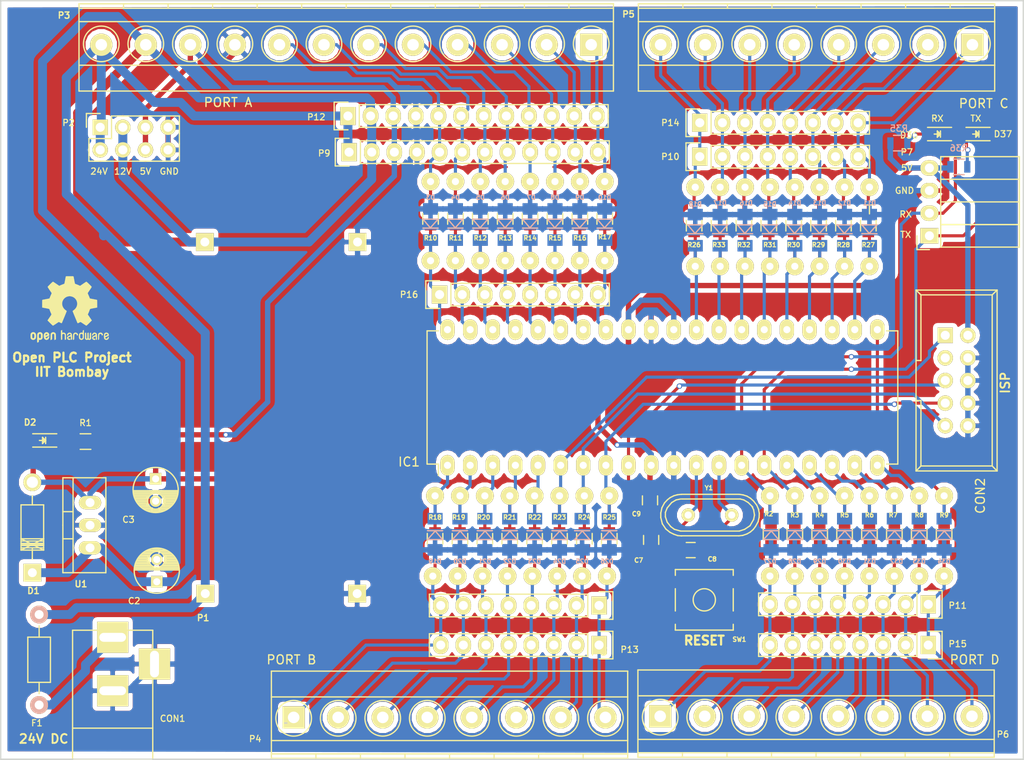
<source format=kicad_pcb>
(kicad_pcb (version 20160815) (host pcbnew 201611211049+7371~55~ubuntu16.10.1-product)
  (layers (0 F.Cu signal) (31 B.Cu signal) (34 B.Paste user hide) (35 F.Paste user hide) (36 B.SilkS user) (37 F.SilkS user) (38 B.Mask user) (39 F.Mask user) (44 Edge.Cuts user))
  (net 0 "")
  (net 1 12V)
  (net 2 GND)
  (net 3 5V)
  (net 4 "Net-(C7-Pad2)")
  (net 5 "Net-(C8-Pad2)")
  (net 6 "Net-(CON1-Pad1)")
  (net 7 /MOSI)
  (net 8 /RST)
  (net 9 /SCK)
  (net 10 /MISO)
  (net 11 "Net-(D2-Pad1)")
  (net 12 /A0)
  (net 13 /A1)
  (net 14 /A2)
  (net 15 /A3)
  (net 16 /A4)
  (net 17 /A5)
  (net 18 /A6)
  (net 19 /A7)
  (net 20 /C0)
  (net 21 /C1)
  (net 22 /C2)
  (net 23 /C3)
  (net 24 /C4)
  (net 25 /C5)
  (net 26 /C6)
  (net 27 /C7)
  (net 28 /B0)
  (net 29 /B1)
  (net 30 /B2)
  (net 31 /B3)
  (net 32 /B4)
  (net 33 /RX)
  (net 34 /TX)
  (net 35 /D2)
  (net 36 /D3)
  (net 37 /D4)
  (net 38 /D5)
  (net 39 /D6)
  (net 40 /D7)
  (net 41 24V)
  (net 42 "Net-(P10-Pad2)")
  (net 43 "Net-(P10-Pad1)")
  (net 44 "Net-(P10-Pad3)")
  (net 45 "Net-(P10-Pad4)")
  (net 46 "Net-(P10-Pad5)")
  (net 47 "Net-(P10-Pad6)")
  (net 48 "Net-(P10-Pad7)")
  (net 49 "Net-(P10-Pad8)")
  (net 50 "Net-(P11-Pad8)")
  (net 51 "Net-(P11-Pad7)")
  (net 52 "Net-(P11-Pad6)")
  (net 53 "Net-(P11-Pad5)")
  (net 54 "Net-(P11-Pad4)")
  (net 55 "Net-(P11-Pad3)")
  (net 56 "Net-(P11-Pad1)")
  (net 57 "Net-(P11-Pad2)")
  (net 58 "Net-(P13-Pad8)")
  (net 59 "Net-(P13-Pad7)")
  (net 60 "Net-(P13-Pad6)")
  (net 61 "Net-(P13-Pad5)")
  (net 62 "Net-(P13-Pad4)")
  (net 63 "Net-(P13-Pad3)")
  (net 64 "Net-(P13-Pad1)")
  (net 65 "Net-(P13-Pad2)")
  (net 66 "Net-(P12-Pad5)")
  (net 67 "Net-(P12-Pad6)")
  (net 68 "Net-(P12-Pad7)")
  (net 69 "Net-(P12-Pad8)")
  (net 70 "Net-(P12-Pad9)")
  (net 71 "Net-(P12-Pad10)")
  (net 72 "Net-(P12-Pad12)")
  (net 73 "Net-(P12-Pad11)")
  (net 74 "Net-(D36-Pad2)")
  (net 75 "Net-(D37-Pad2)")
  (module Capacitors_ThroughHole:C_Radial_D5_L11_P2.5 (layer F.Cu) (at 109.474 105.156 90)
    (fp_text reference C2 (at -2.159 -2.54 180) (layer F.SilkS) (effects (font (size 0.7 0.7) (thickness 0.125))))
    (fp_text value 100uF hide)
    (pad 1 thru_hole rect (at 0 0 90) (size 1.3 1.3) (drill 0.8) (layers *.Cu *.Mask F.SilkS) (net 1 12V))
    (pad 2 thru_hole circle (at 2.5 0 90) (size 1.3 1.3) (drill 0.8) (layers *.Cu *.Mask F.SilkS) (net 2 GND))
  )
  (module Capacitors_ThroughHole:C_Radial_D5_L11_P2.5 (layer F.Cu) (at 109.347 93.599 270)
    (fp_text reference C3 (at 4.572 3.048) (layer F.SilkS) (effects (font (size 0.7 0.7) (thickness 0.125))))
    (fp_text value 10uF hide)
    (pad 1 thru_hole rect (at 0 0 270) (size 1.3 1.3) (drill 0.8) (layers *.Cu *.Mask F.SilkS) (net 3 5V))
    (pad 2 thru_hole circle (at 2.5 0 270) (size 1.3 1.3) (drill 0.8) (layers *.Cu *.Mask F.SilkS) (net 2 GND))
  )
  (module Connect:BARREL_JACK (layer F.Cu) (at 104.521 117.602 90)
    (fp_text reference CON1 (at -2.921 6.731 180) (layer F.SilkS) (effects (font (size 0.7 0.7) (thickness 0.125))))
    (fp_text value BARREL_JACK hide)
    (pad 1 thru_hole rect (at 6.20014 0 90) (size 3.50012 3.50012) (drill oval 1.00076 2.99974) (layers *.Cu *.Mask F.SilkS) (net 6 "Net-(CON1-Pad1)"))
    (pad 2 thru_hole rect (at 0.20066 0 90) (size 3.50012 3.50012) (drill oval 1.00076 2.99974) (layers *.Cu *.Mask F.SilkS) (net 2 GND))
    (pad 3 thru_hole rect (at 3.2004 4.699 90) (size 3.50012 3.50012) (drill oval 2.99974 1.00076) (layers *.Cu *.Mask F.SilkS) (net 2 GND))
  )
  (module Connect:IDC_Header_Straight_10pins (layer F.Cu) (at 197.993 77.47 270)
    (fp_text reference CON2 (at 18.034 -3.937 270) (layer F.SilkS))
    (fp_text value AVR-ISP-10 hide)
    (pad 1 thru_hole rect (at 0 0 270) (size 1.7272 1.7272) (drill 1.016) (layers *.Cu *.Mask F.SilkS) (net 7 /MOSI))
    (pad 2 thru_hole oval (at 0 -2.54 270) (size 1.7272 1.7272) (drill 1.016) (layers *.Cu *.Mask F.SilkS) (net 3 5V))
    (pad 3 thru_hole oval (at 2.54 0 270) (size 1.7272 1.7272) (drill 1.016) (layers *.Cu *.Mask F.SilkS))
    (pad 4 thru_hole oval (at 2.54 -2.54 270) (size 1.7272 1.7272) (drill 1.016) (layers *.Cu *.Mask F.SilkS) (net 2 GND))
    (pad 5 thru_hole oval (at 5.08 0 270) (size 1.7272 1.7272) (drill 1.016) (layers *.Cu *.Mask F.SilkS) (net 8 /RST))
    (pad 6 thru_hole oval (at 5.08 -2.54 270) (size 1.7272 1.7272) (drill 1.016) (layers *.Cu *.Mask F.SilkS) (net 2 GND))
    (pad 7 thru_hole oval (at 7.62 0 270) (size 1.7272 1.7272) (drill 1.016) (layers *.Cu *.Mask F.SilkS) (net 9 /SCK))
    (pad 8 thru_hole oval (at 7.62 -2.54 270) (size 1.7272 1.7272) (drill 1.016) (layers *.Cu *.Mask F.SilkS) (net 2 GND))
    (pad 9 thru_hole oval (at 10.16 0 270) (size 1.7272 1.7272) (drill 1.016) (layers *.Cu *.Mask F.SilkS) (net 10 /MISO))
    (pad 10 thru_hole oval (at 10.16 -2.54 270) (size 1.7272 1.7272) (drill 1.016) (layers *.Cu *.Mask F.SilkS) (net 2 GND))
  )
  (module Diodes_ThroughHole:Diode_DO-41_SOD81_Horizontal_RM10 (layer F.Cu) (at 95.504 104.14 90)
    (fp_text reference D1 (at -2.032 0.127 180) (layer F.SilkS) (effects (font (size 0.7 0.7))))
    (fp_text value D hide)
    (pad 2 thru_hole circle (at 10.16 -0.00254 270) (size 1.99898 1.99898) (drill 1.27) (layers *.Cu *.Mask F.SilkS) (net 3 5V))
    (pad 1 thru_hole rect (at 0 -0.00254 270) (size 1.99898 1.99898) (drill 1.00076) (layers *.Cu *.Mask F.SilkS) (net 1 12V))
  )
  (module Diodes_SMD:MiniMELF_Standard (layer B.Cu) (at 140.208 65.024 90)
    (fp_text reference D3 (at 3.048 0 180) (layer B.SilkS) (effects (font (size 0.5 0.5) (thickness 0.125)) (justify mirror)))
    (fp_text value 5.1V hide)
    (pad 1 smd rect (at -1.75006 0 90) (size 1.30048 1.69926) (layers B.Cu B.Paste B.Mask) (net 12 /A0))
    (pad 2 smd rect (at 1.75006 0 90) (size 1.30048 1.69926) (layers B.Cu B.Paste B.Mask) (net 2 GND))
  )
  (module Diodes_SMD:MiniMELF_Standard (layer B.Cu) (at 143.002 65.024 90)
    (fp_text reference D4 (at 3.048 0 180) (layer B.SilkS) (effects (font (size 0.5 0.5) (thickness 0.125)) (justify mirror)))
    (fp_text value 5.1V hide)
    (pad 1 smd rect (at -1.75006 0 90) (size 1.30048 1.69926) (layers B.Cu B.Paste B.Mask) (net 13 /A1))
    (pad 2 smd rect (at 1.75006 0 90) (size 1.30048 1.69926) (layers B.Cu B.Paste B.Mask) (net 2 GND))
  )
  (module Diodes_SMD:MiniMELF_Standard (layer B.Cu) (at 145.796 65.024 90)
    (fp_text reference D5 (at 3.048 0 180) (layer B.SilkS) (effects (font (size 0.5 0.5) (thickness 0.125)) (justify mirror)))
    (fp_text value 5.1V hide)
    (pad 1 smd rect (at -1.75006 0 90) (size 1.30048 1.69926) (layers B.Cu B.Paste B.Mask) (net 14 /A2))
    (pad 2 smd rect (at 1.75006 0 90) (size 1.30048 1.69926) (layers B.Cu B.Paste B.Mask) (net 2 GND))
  )
  (module Diodes_SMD:MiniMELF_Standard (layer B.Cu) (at 148.59 65.024 90)
    (fp_text reference D6 (at 3.048 0 180) (layer B.SilkS) (effects (font (size 0.5 0.5) (thickness 0.125)) (justify mirror)))
    (fp_text value 5.1V hide)
    (pad 2 smd rect (at 1.75006 0 90) (size 1.30048 1.69926) (layers B.Cu B.Paste B.Mask) (net 2 GND))
    (pad 1 smd rect (at -1.75006 0 90) (size 1.30048 1.69926) (layers B.Cu B.Paste B.Mask) (net 15 /A3))
  )
  (module Diodes_SMD:MiniMELF_Standard (layer B.Cu) (at 151.384 65.024 90)
    (fp_text reference D7 (at 3.048 0.127 180) (layer B.SilkS) (effects (font (size 0.5 0.5) (thickness 0.125)) (justify mirror)))
    (fp_text value 5.1V hide)
    (pad 1 smd rect (at -1.75006 0 90) (size 1.30048 1.69926) (layers B.Cu B.Paste B.Mask) (net 16 /A4))
    (pad 2 smd rect (at 1.75006 0 90) (size 1.30048 1.69926) (layers B.Cu B.Paste B.Mask) (net 2 GND))
  )
  (module Diodes_SMD:MiniMELF_Standard (layer B.Cu) (at 154.178 65.024 90)
    (fp_text reference D8 (at 3.048 0 180) (layer B.SilkS) (effects (font (size 0.5 0.5) (thickness 0.125)) (justify mirror)))
    (fp_text value 5.1V hide)
    (pad 1 smd rect (at -1.75006 0 90) (size 1.30048 1.69926) (layers B.Cu B.Paste B.Mask) (net 17 /A5))
    (pad 2 smd rect (at 1.75006 0 90) (size 1.30048 1.69926) (layers B.Cu B.Paste B.Mask) (net 2 GND))
  )
  (module Diodes_SMD:MiniMELF_Standard (layer B.Cu) (at 156.972 65.024 90)
    (fp_text reference D9 (at 3.048 0 180) (layer B.SilkS) (effects (font (size 0.5 0.5) (thickness 0.125)) (justify mirror)))
    (fp_text value 5.1V hide)
    (pad 2 smd rect (at 1.75006 0 90) (size 1.30048 1.69926) (layers B.Cu B.Paste B.Mask) (net 2 GND))
    (pad 1 smd rect (at -1.75006 0 90) (size 1.30048 1.69926) (layers B.Cu B.Paste B.Mask) (net 18 /A6))
  )
  (module Diodes_SMD:MiniMELF_Standard (layer B.Cu) (at 159.766 65.024 90)
    (fp_text reference D10 (at 3.048 0 180) (layer B.SilkS) (effects (font (size 0.5 0.5) (thickness 0.125)) (justify mirror)))
    (fp_text value 5.1V hide)
    (pad 1 smd rect (at -1.75006 0 90) (size 1.30048 1.69926) (layers B.Cu B.Paste B.Mask) (net 19 /A7))
    (pad 2 smd rect (at 1.75006 0 90) (size 1.30048 1.69926) (layers B.Cu B.Paste B.Mask) (net 2 GND))
  )
  (module Diodes_SMD:MiniMELF_Standard (layer B.Cu) (at 189.484 65.659 90)
    (fp_text reference D11 (at 3.048 0 180) (layer B.SilkS) (effects (font (size 0.5 0.5) (thickness 0.125)) (justify mirror)))
    (fp_text value 5.1V hide)
    (pad 1 smd rect (at -1.75006 0 90) (size 1.30048 1.69926) (layers B.Cu B.Paste B.Mask) (net 20 /C0))
    (pad 2 smd rect (at 1.75006 0 90) (size 1.30048 1.69926) (layers B.Cu B.Paste B.Mask) (net 2 GND))
  )
  (module Diodes_SMD:MiniMELF_Standard (layer B.Cu) (at 186.69 65.659 90)
    (fp_text reference D12 (at 3.048 0 180) (layer B.SilkS) (effects (font (size 0.5 0.5) (thickness 0.125)) (justify mirror)))
    (fp_text value 5.1V hide)
    (pad 1 smd rect (at -1.75006 0 90) (size 1.30048 1.69926) (layers B.Cu B.Paste B.Mask) (net 21 /C1))
    (pad 2 smd rect (at 1.75006 0 90) (size 1.30048 1.69926) (layers B.Cu B.Paste B.Mask) (net 2 GND))
  )
  (module Diodes_SMD:MiniMELF_Standard (layer B.Cu) (at 183.896 65.659 90)
    (fp_text reference D13 (at 3.048 0 180) (layer B.SilkS) (effects (font (size 0.5 0.5) (thickness 0.125)) (justify mirror)))
    (fp_text value 5.1V hide)
    (pad 1 smd rect (at -1.75006 0 90) (size 1.30048 1.69926) (layers B.Cu B.Paste B.Mask) (net 22 /C2))
    (pad 2 smd rect (at 1.75006 0 90) (size 1.30048 1.69926) (layers B.Cu B.Paste B.Mask) (net 2 GND))
  )
  (module Diodes_SMD:MiniMELF_Standard (layer B.Cu) (at 181.102 65.659 90)
    (fp_text reference D14 (at 3.048 0 180) (layer B.SilkS) (effects (font (size 0.5 0.5) (thickness 0.125)) (justify mirror)))
    (fp_text value 5.1V hide)
    (pad 1 smd rect (at -1.75006 0 90) (size 1.30048 1.69926) (layers B.Cu B.Paste B.Mask) (net 23 /C3))
    (pad 2 smd rect (at 1.75006 0 90) (size 1.30048 1.69926) (layers B.Cu B.Paste B.Mask) (net 2 GND))
  )
  (module Diodes_SMD:MiniMELF_Standard (layer B.Cu) (at 178.308 65.659 90)
    (fp_text reference D15 (at 2.921 0 180) (layer B.SilkS) (effects (font (size 0.5 0.5) (thickness 0.125)) (justify mirror)))
    (fp_text value 5.1V hide)
    (pad 1 smd rect (at -1.75006 0 90) (size 1.30048 1.69926) (layers B.Cu B.Paste B.Mask) (net 24 /C4))
    (pad 2 smd rect (at 1.75006 0 90) (size 1.30048 1.69926) (layers B.Cu B.Paste B.Mask) (net 2 GND))
  )
  (module Diodes_SMD:MiniMELF_Standard (layer B.Cu) (at 175.514 65.659 90)
    (fp_text reference D16 (at 3.048 0.127 180) (layer B.SilkS) (effects (font (size 0.5 0.5) (thickness 0.125)) (justify mirror)))
    (fp_text value 5.1V hide)
    (pad 1 smd rect (at -1.75006 0 90) (size 1.30048 1.69926) (layers B.Cu B.Paste B.Mask) (net 25 /C5))
    (pad 2 smd rect (at 1.75006 0 90) (size 1.30048 1.69926) (layers B.Cu B.Paste B.Mask) (net 2 GND))
  )
  (module Diodes_SMD:MiniMELF_Standard (layer B.Cu) (at 172.72 65.659 90)
    (fp_text reference D17 (at 3.048 0 180) (layer B.SilkS) (effects (font (size 0.5 0.5) (thickness 0.125)) (justify mirror)))
    (fp_text value 5.1V hide)
    (pad 1 smd rect (at -1.75006 0 90) (size 1.30048 1.69926) (layers B.Cu B.Paste B.Mask) (net 26 /C6))
    (pad 2 smd rect (at 1.75006 0 90) (size 1.30048 1.69926) (layers B.Cu B.Paste B.Mask) (net 2 GND))
  )
  (module Diodes_SMD:MiniMELF_Standard (layer B.Cu) (at 169.926 65.659 90)
    (fp_text reference D18 (at 2.921 0 180) (layer B.SilkS) (effects (font (size 0.5 0.5) (thickness 0.125)) (justify mirror)))
    (fp_text value 5.1V hide)
    (pad 1 smd rect (at -1.75006 0 90) (size 1.30048 1.69926) (layers B.Cu B.Paste B.Mask) (net 27 /C7))
    (pad 2 smd rect (at 1.75006 0 90) (size 1.30048 1.69926) (layers B.Cu B.Paste B.Mask) (net 2 GND))
  )
  (module Diodes_SMD:MiniMELF_Standard (layer B.Cu) (at 140.716 99.822 270)
    (fp_text reference D19 (at 3.048 0) (layer B.SilkS) (effects (font (size 0.5 0.5) (thickness 0.125)) (justify mirror)))
    (fp_text value 5.1V hide)
    (pad 1 smd rect (at -1.75006 0 270) (size 1.30048 1.69926) (layers B.Cu B.Paste B.Mask) (net 28 /B0))
    (pad 2 smd rect (at 1.75006 0 270) (size 1.30048 1.69926) (layers B.Cu B.Paste B.Mask) (net 2 GND))
  )
  (module Diodes_SMD:MiniMELF_Standard (layer B.Cu) (at 143.51 99.822 270)
    (fp_text reference D20 (at 3.048 0) (layer B.SilkS) (effects (font (size 0.5 0.5) (thickness 0.125)) (justify mirror)))
    (fp_text value 5.1V hide)
    (pad 1 smd rect (at -1.75006 0 270) (size 1.30048 1.69926) (layers B.Cu B.Paste B.Mask) (net 29 /B1))
    (pad 2 smd rect (at 1.75006 0 270) (size 1.30048 1.69926) (layers B.Cu B.Paste B.Mask) (net 2 GND))
  )
  (module Diodes_SMD:MiniMELF_Standard (layer B.Cu) (at 146.304 99.822 270)
    (fp_text reference D21 (at 3.048 0) (layer B.SilkS) (effects (font (size 0.5 0.5) (thickness 0.125)) (justify mirror)))
    (fp_text value 5.1V hide)
    (pad 1 smd rect (at -1.75006 0 270) (size 1.30048 1.69926) (layers B.Cu B.Paste B.Mask) (net 30 /B2))
    (pad 2 smd rect (at 1.75006 0 270) (size 1.30048 1.69926) (layers B.Cu B.Paste B.Mask) (net 2 GND))
  )
  (module Diodes_SMD:MiniMELF_Standard (layer B.Cu) (at 149.098 99.822 270)
    (fp_text reference D22 (at 3.048 0) (layer B.SilkS) (effects (font (size 0.5 0.5) (thickness 0.125)) (justify mirror)))
    (fp_text value 5.1V hide)
    (pad 1 smd rect (at -1.75006 0 270) (size 1.30048 1.69926) (layers B.Cu B.Paste B.Mask) (net 31 /B3))
    (pad 2 smd rect (at 1.75006 0 270) (size 1.30048 1.69926) (layers B.Cu B.Paste B.Mask) (net 2 GND))
  )
  (module Diodes_SMD:MiniMELF_Standard (layer B.Cu) (at 151.892 99.822 270)
    (fp_text reference D23 (at 3.048 0) (layer B.SilkS) (effects (font (size 0.5 0.5) (thickness 0.125)) (justify mirror)))
    (fp_text value 5.1V hide)
    (pad 1 smd rect (at -1.75006 0 270) (size 1.30048 1.69926) (layers B.Cu B.Paste B.Mask) (net 32 /B4))
    (pad 2 smd rect (at 1.75006 0 270) (size 1.30048 1.69926) (layers B.Cu B.Paste B.Mask) (net 2 GND))
  )
  (module Diodes_SMD:MiniMELF_Standard (layer B.Cu) (at 154.686 99.822 270)
    (fp_text reference D24 (at 3.048 0) (layer B.SilkS) (effects (font (size 0.5 0.5) (thickness 0.125)) (justify mirror)))
    (fp_text value 5.1V hide)
    (pad 1 smd rect (at -1.75006 0 270) (size 1.30048 1.69926) (layers B.Cu B.Paste B.Mask) (net 7 /MOSI))
    (pad 2 smd rect (at 1.75006 0 270) (size 1.30048 1.69926) (layers B.Cu B.Paste B.Mask) (net 2 GND))
  )
  (module Diodes_SMD:MiniMELF_Standard (layer B.Cu) (at 157.226 99.822 270)
    (fp_text reference D25 (at 3.048 0) (layer B.SilkS) (effects (font (size 0.5 0.5) (thickness 0.125)) (justify mirror)))
    (fp_text value 5.1V hide)
    (pad 1 smd rect (at -1.75006 0 270) (size 1.30048 1.69926) (layers B.Cu B.Paste B.Mask) (net 10 /MISO))
    (pad 2 smd rect (at 1.75006 0 270) (size 1.30048 1.69926) (layers B.Cu B.Paste B.Mask) (net 2 GND))
  )
  (module Diodes_SMD:MiniMELF_Standard (layer B.Cu) (at 160.274 99.822 270)
    (fp_text reference D26 (at 3.048 0.254) (layer B.SilkS) (effects (font (size 0.5 0.5) (thickness 0.125)) (justify mirror)))
    (fp_text value 5.1V)
    (pad 1 smd rect (at -1.75006 0 270) (size 1.30048 1.69926) (layers B.Cu B.Paste B.Mask) (net 9 /SCK))
    (pad 2 smd rect (at 1.75006 0 270) (size 1.30048 1.69926) (layers B.Cu B.Paste B.Mask) (net 2 GND))
  )
  (module Diodes_SMD:MiniMELF_Standard (layer B.Cu) (at 178.435 99.822 270)
    (fp_text reference D27 (at 3.048 0.127) (layer B.SilkS) (effects (font (size 0.5 0.5) (thickness 0.125)) (justify mirror)))
    (fp_text value 5.1V hide)
    (pad 1 smd rect (at -1.75006 0 270) (size 1.30048 1.69926) (layers B.Cu B.Paste B.Mask) (net 33 /RX))
    (pad 2 smd rect (at 1.75006 0 270) (size 1.30048 1.69926) (layers B.Cu B.Paste B.Mask) (net 2 GND))
  )
  (module Diodes_SMD:MiniMELF_Standard (layer B.Cu) (at 181.102 99.822 270)
    (fp_text reference D28 (at 3.048 0 180) (layer B.SilkS) (effects (font (size 0.5 0.5) (thickness 0.125)) (justify mirror)))
    (fp_text value 5.1V hide)
    (pad 1 smd rect (at -1.75006 0 270) (size 1.30048 1.69926) (layers B.Cu B.Paste B.Mask) (net 34 /TX))
    (pad 2 smd rect (at 1.75006 0 270) (size 1.30048 1.69926) (layers B.Cu B.Paste B.Mask) (net 2 GND))
  )
  (module Diodes_SMD:MiniMELF_Standard (layer B.Cu) (at 183.896 99.822 270)
    (fp_text reference D29 (at 3.048 0) (layer B.SilkS) (effects (font (size 0.5 0.5) (thickness 0.125)) (justify mirror)))
    (fp_text value 5.1V hide)
    (pad 1 smd rect (at -1.75006 0 270) (size 1.30048 1.69926) (layers B.Cu B.Paste B.Mask) (net 35 /D2))
    (pad 2 smd rect (at 1.75006 0 270) (size 1.30048 1.69926) (layers B.Cu B.Paste B.Mask) (net 2 GND))
  )
  (module Diodes_SMD:MiniMELF_Standard (layer B.Cu) (at 186.69 99.822 270)
    (fp_text reference D30 (at 3.048 0) (layer B.SilkS) (effects (font (size 0.5 0.5) (thickness 0.125)) (justify mirror)))
    (fp_text value 5.1V hide)
    (pad 1 smd rect (at -1.75006 0 270) (size 1.30048 1.69926) (layers B.Cu B.Paste B.Mask) (net 36 /D3))
    (pad 2 smd rect (at 1.75006 0 270) (size 1.30048 1.69926) (layers B.Cu B.Paste B.Mask) (net 2 GND))
  )
  (module Diodes_SMD:MiniMELF_Standard (layer B.Cu) (at 189.484 99.822 270)
    (fp_text reference D31 (at 3.048 0) (layer B.SilkS) (effects (font (size 0.5 0.5) (thickness 0.125)) (justify mirror)))
    (fp_text value 5.1V hide)
    (pad 1 smd rect (at -1.75006 0 270) (size 1.30048 1.69926) (layers B.Cu B.Paste B.Mask) (net 37 /D4))
    (pad 2 smd rect (at 1.75006 0 270) (size 1.30048 1.69926) (layers B.Cu B.Paste B.Mask) (net 2 GND))
  )
  (module Diodes_SMD:MiniMELF_Standard (layer B.Cu) (at 192.278 99.822 270)
    (fp_text reference D32 (at 3.048 -0.254 180) (layer B.SilkS) (effects (font (size 0.5 0.5) (thickness 0.125)) (justify mirror)))
    (fp_text value 5.1V hide)
    (pad 1 smd rect (at -1.75006 0 270) (size 1.30048 1.69926) (layers B.Cu B.Paste B.Mask) (net 38 /D5))
    (pad 2 smd rect (at 1.75006 0 270) (size 1.30048 1.69926) (layers B.Cu B.Paste B.Mask) (net 2 GND))
  )
  (module Diodes_SMD:MiniMELF_Standard (layer B.Cu) (at 195.072 99.822 270)
    (fp_text reference D33 (at 3.048 0 180) (layer B.SilkS) (effects (font (size 0.5 0.5) (thickness 0.125)) (justify mirror)))
    (fp_text value 5.1V hide)
    (pad 1 smd rect (at -1.75006 0 270) (size 1.30048 1.69926) (layers B.Cu B.Paste B.Mask) (net 39 /D6))
    (pad 2 smd rect (at 1.75006 0 270) (size 1.30048 1.69926) (layers B.Cu B.Paste B.Mask) (net 2 GND))
  )
  (module Diodes_SMD:MiniMELF_Standard (layer B.Cu) (at 197.866 99.822 270)
    (fp_text reference D34 (at 3.048 0) (layer B.SilkS) (effects (font (size 0.5 0.5) (thickness 0.125)) (justify mirror)))
    (fp_text value 5.1V hide)
    (pad 1 smd rect (at -1.75006 0 270) (size 1.30048 1.69926) (layers B.Cu B.Paste B.Mask) (net 40 /D7))
    (pad 2 smd rect (at 1.75006 0 270) (size 1.30048 1.69926) (layers B.Cu B.Paste B.Mask) (net 2 GND))
  )
  (module Resistors_ThroughHole:Resistor_Horizontal_RM10mm (layer F.Cu) (at 96.266 118.999 90)
    (fp_text reference F1 (at -2.032 -0.254 180) (layer F.SilkS) (effects (font (size 0.7 0.7) (thickness 0.125))))
    (fp_text value PTC hide)
    (pad 1 thru_hole circle (at 0 0 90) (size 1.99898 1.99898) (drill 1.00076) (layers *.Cu *.SilkS *.Mask) (net 6 "Net-(CON1-Pad1)"))
    (pad 2 thru_hole circle (at 10.16 0 90) (size 1.99898 1.99898) (drill 1.00076) (layers *.Cu *.SilkS *.Mask) (net 41 24V))
  )
  (module Housings_DIP:DIP-40_W15.24mm_LongPads (layer F.Cu) (at 142.113 92.075 90)
    (fp_text reference IC1 (at 0.381 -4.318 180) (layer F.SilkS))
    (fp_text value ATMEGA16-P hide)
    (pad 1 thru_hole oval (at 0 0 90) (size 2.3 1.6) (drill 0.8) (layers *.Cu *.Mask F.SilkS) (net 28 /B0))
    (pad 2 thru_hole oval (at 0 2.54 90) (size 2.3 1.6) (drill 0.8) (layers *.Cu *.Mask F.SilkS) (net 29 /B1))
    (pad 3 thru_hole oval (at 0 5.08 90) (size 2.3 1.6) (drill 0.8) (layers *.Cu *.Mask F.SilkS) (net 30 /B2))
    (pad 4 thru_hole oval (at 0 7.62 90) (size 2.3 1.6) (drill 0.8) (layers *.Cu *.Mask F.SilkS) (net 31 /B3))
    (pad 5 thru_hole oval (at 0 10.16 90) (size 2.3 1.6) (drill 0.8) (layers *.Cu *.Mask F.SilkS) (net 32 /B4))
    (pad 6 thru_hole oval (at 0 12.7 90) (size 2.3 1.6) (drill 0.8) (layers *.Cu *.Mask F.SilkS) (net 7 /MOSI))
    (pad 7 thru_hole oval (at 0 15.24 90) (size 2.3 1.6) (drill 0.8) (layers *.Cu *.Mask F.SilkS) (net 10 /MISO))
    (pad 8 thru_hole oval (at 0 17.78 90) (size 2.3 1.6) (drill 0.8) (layers *.Cu *.Mask F.SilkS) (net 9 /SCK))
    (pad 9 thru_hole oval (at 0 20.32 90) (size 2.3 1.6) (drill 0.8) (layers *.Cu *.Mask F.SilkS) (net 8 /RST))
    (pad 10 thru_hole oval (at 0 22.86 90) (size 2.3 1.6) (drill 0.8) (layers *.Cu *.Mask F.SilkS) (net 3 5V))
    (pad 11 thru_hole oval (at 0 25.4 90) (size 2.3 1.6) (drill 0.8) (layers *.Cu *.Mask F.SilkS) (net 2 GND))
    (pad 12 thru_hole oval (at 0 27.94 90) (size 2.3 1.6) (drill 0.8) (layers *.Cu *.Mask F.SilkS) (net 4 "Net-(C7-Pad2)"))
    (pad 13 thru_hole oval (at 0 30.48 90) (size 2.3 1.6) (drill 0.8) (layers *.Cu *.Mask F.SilkS) (net 5 "Net-(C8-Pad2)"))
    (pad 14 thru_hole oval (at 0 33.02 90) (size 2.3 1.6) (drill 0.8) (layers *.Cu *.Mask F.SilkS) (net 33 /RX))
    (pad 15 thru_hole oval (at 0 35.56 90) (size 2.3 1.6) (drill 0.8) (layers *.Cu *.Mask F.SilkS) (net 34 /TX))
    (pad 16 thru_hole oval (at 0 38.1 90) (size 2.3 1.6) (drill 0.8) (layers *.Cu *.Mask F.SilkS) (net 35 /D2))
    (pad 17 thru_hole oval (at 0 40.64 90) (size 2.3 1.6) (drill 0.8) (layers *.Cu *.Mask F.SilkS) (net 36 /D3))
    (pad 18 thru_hole oval (at 0 43.18 90) (size 2.3 1.6) (drill 0.8) (layers *.Cu *.Mask F.SilkS) (net 37 /D4))
    (pad 19 thru_hole oval (at 0 45.72 90) (size 2.3 1.6) (drill 0.8) (layers *.Cu *.Mask F.SilkS) (net 38 /D5))
    (pad 20 thru_hole oval (at 0 48.26 90) (size 2.3 1.6) (drill 0.8) (layers *.Cu *.Mask F.SilkS) (net 39 /D6))
    (pad 21 thru_hole oval (at 15.24 48.26 90) (size 2.3 1.6) (drill 0.8) (layers *.Cu *.Mask F.SilkS) (net 40 /D7))
    (pad 22 thru_hole oval (at 15.24 45.72 90) (size 2.3 1.6) (drill 0.8) (layers *.Cu *.Mask F.SilkS) (net 20 /C0))
    (pad 23 thru_hole oval (at 15.24 43.18 90) (size 2.3 1.6) (drill 0.8) (layers *.Cu *.Mask F.SilkS) (net 21 /C1))
    (pad 24 thru_hole oval (at 15.24 40.64 90) (size 2.3 1.6) (drill 0.8) (layers *.Cu *.Mask F.SilkS) (net 22 /C2))
    (pad 25 thru_hole oval (at 15.24 38.1 90) (size 2.3 1.6) (drill 0.8) (layers *.Cu *.Mask F.SilkS) (net 23 /C3))
    (pad 26 thru_hole oval (at 15.24 35.56 90) (size 2.3 1.6) (drill 0.8) (layers *.Cu *.Mask F.SilkS) (net 24 /C4))
    (pad 27 thru_hole oval (at 15.24 33.02 90) (size 2.3 1.6) (drill 0.8) (layers *.Cu *.Mask F.SilkS) (net 25 /C5))
    (pad 28 thru_hole oval (at 15.24 30.48 90) (size 2.3 1.6) (drill 0.8) (layers *.Cu *.Mask F.SilkS) (net 26 /C6))
    (pad 29 thru_hole oval (at 15.24 27.94 90) (size 2.3 1.6) (drill 0.8) (layers *.Cu *.Mask F.SilkS) (net 27 /C7))
    (pad 30 thru_hole oval (at 15.24 25.4 90) (size 2.3 1.6) (drill 0.8) (layers *.Cu *.Mask F.SilkS) (net 3 5V))
    (pad 31 thru_hole oval (at 15.24 22.86 90) (size 2.3 1.6) (drill 0.8) (layers *.Cu *.Mask F.SilkS) (net 2 GND))
    (pad 32 thru_hole oval (at 15.24 20.32 90) (size 2.3 1.6) (drill 0.8) (layers *.Cu *.Mask F.SilkS) (net 3 5V))
    (pad 33 thru_hole oval (at 15.24 17.78 90) (size 2.3 1.6) (drill 0.8) (layers *.Cu *.Mask F.SilkS) (net 19 /A7))
    (pad 34 thru_hole oval (at 15.24 15.24 90) (size 2.3 1.6) (drill 0.8) (layers *.Cu *.Mask F.SilkS) (net 18 /A6))
    (pad 35 thru_hole oval (at 15.24 12.7 90) (size 2.3 1.6) (drill 0.8) (layers *.Cu *.Mask F.SilkS) (net 17 /A5))
    (pad 36 thru_hole oval (at 15.24 10.16 90) (size 2.3 1.6) (drill 0.8) (layers *.Cu *.Mask F.SilkS) (net 16 /A4))
    (pad 37 thru_hole oval (at 15.24 7.62 90) (size 2.3 1.6) (drill 0.8) (layers *.Cu *.Mask F.SilkS) (net 15 /A3))
    (pad 38 thru_hole oval (at 15.24 5.08 90) (size 2.3 1.6) (drill 0.8) (layers *.Cu *.Mask F.SilkS) (net 14 /A2))
    (pad 39 thru_hole oval (at 15.24 2.54 90) (size 2.3 1.6) (drill 0.8) (layers *.Cu *.Mask F.SilkS) (net 13 /A1))
    (pad 40 thru_hole oval (at 15.24 0 90) (size 2.3 1.6) (drill 0.8) (layers *.Cu *.Mask F.SilkS) (net 12 /A0))
  )
  (module Sockets:LM2596s_New (layer F.Cu) (at 123.444 86.741 90)
    (fp_text reference P1 (at -22.479 -8.763 180) (layer F.SilkS) (effects (font (size 0.7 0.7))))
    (fp_text value LM2596 hide)
    (pad 1 thru_hole rect (at -19.7485 -8.525 90) (size 1.99898 1.99898) (drill 1.00076) (layers *.Cu *.Mask F.SilkS) (net 41 24V))
    (pad 3 thru_hole rect (at -19.7485 8.525 90) (size 1.99898 1.99898) (drill 1.00076) (layers *.Cu *.Mask F.SilkS) (net 2 GND))
    (pad 2 thru_hole rect (at 19.7485 -8.5725 90) (size 1.99898 1.99898) (drill 1.00076) (layers *.Cu *.Mask F.SilkS) (net 1 12V))
    (pad 4 thru_hole rect (at 19.7485 8.5725 90) (size 1.99898 1.99898) (drill 1.00076) (layers *.Cu *.Mask F.SilkS) (net 2 GND))
  )
  (module Buttons_Switches_SMD:SW_SPST_B3SL-1002P (layer F.Cu) (at 170.942 107.188)
    (fp_text reference SW1 (at 3.937 4.445) (layer F.SilkS) (effects (font (size 0.5 0.5) (thickness 0.125))))
    (fp_text value SW_PUSH hide)
    (pad 1 smd rect (at -2.875 -2) (size 2.75 1) (layers F.Cu F.Paste F.Mask) (net 2 GND))
    (pad 1 smd rect (at 2.875 -2) (size 2.75 1) (layers F.Cu F.Paste F.Mask) (net 2 GND))
    (pad 2 smd rect (at 2.875 2) (size 2.75 1) (layers F.Cu F.Paste F.Mask) (net 8 /RST))
    (pad 2 smd rect (at -2.875 2) (size 2.75 1) (layers F.Cu F.Paste F.Mask) (net 8 /RST))
  )
  (module TO_SOT_Packages_THT:TO-220_Neutral123_Vertical (layer F.Cu) (at 101.981 98.806 90)
    (fp_text reference U1 (at -6.604 -1.016 180) (layer F.SilkS) (effects (font (size 0.7 0.7))))
    (fp_text value 7805 hide)
    (pad 2 thru_hole oval (at 0 0 180) (size 2.49936 1.50114) (drill 1.00076) (layers *.Cu *.Mask F.SilkS) (net 2 GND))
    (pad 1 thru_hole oval (at -2.54 0 180) (size 2.49936 1.50114) (drill 1.00076) (layers *.Cu *.Mask F.SilkS) (net 1 12V))
    (pad 3 thru_hole oval (at 2.54 0 180) (size 2.49936 1.50114) (drill 1.00076) (layers *.Cu *.Mask F.SilkS) (net 3 5V))
  )
  (module Crystals:Crystal_HC49-U_Vertical (layer F.Cu) (at 171.577 97.663)
    (fp_text reference Y1 (at -0.127 -3.048) (layer F.SilkS) (effects (font (size 0.5 0.5) (thickness 0.125))))
    (fp_text value 16Mhz hide)
    (pad 1 thru_hole circle (at -2.44094 0) (size 1.50114 1.50114) (drill 0.8001) (layers *.Cu *.Mask F.SilkS) (net 4 "Net-(C7-Pad2)"))
    (pad 2 thru_hole circle (at 2.44094 0) (size 1.50114 1.50114) (drill 0.8001) (layers *.Cu *.Mask F.SilkS) (net 5 "Net-(C8-Pad2)"))
  )
  (module Capacitors_SMD:C_0805 (layer F.Cu) (at 164.973 100.457 90)
    (fp_text reference C7 (at -2.286 -1.397 180) (layer F.SilkS) (effects (font (size 0.5 0.5) (thickness 0.125))))
    (fp_text value 22pF hide)
    (pad 1 smd rect (at -1 0 90) (size 1 1.25) (layers F.Cu F.Paste F.Mask) (net 2 GND))
    (pad 2 smd rect (at 1 0 90) (size 1 1.25) (layers F.Cu F.Paste F.Mask) (net 4 "Net-(C7-Pad2)"))
  )
  (module Capacitors_SMD:C_0805 (layer F.Cu) (at 169.418 101.6)
    (fp_text reference C8 (at 2.413 1.016) (layer F.SilkS) (effects (font (size 0.5 0.5) (thickness 0.125))))
    (fp_text value 22pF hide)
    (pad 1 smd rect (at -1 0) (size 1 1.25) (layers F.Cu F.Paste F.Mask) (net 2 GND))
    (pad 2 smd rect (at 1 0) (size 1 1.25) (layers F.Cu F.Paste F.Mask) (net 5 "Net-(C8-Pad2)"))
  )
  (module Capacitors_SMD:C_0805 (layer F.Cu) (at 164.846 96.012 270)
    (fp_text reference C9 (at 1.524 1.524) (layer F.SilkS) (effects (font (size 0.5 0.5) (thickness 0.125))))
    (fp_text value 100nF hide)
    (pad 1 smd rect (at -1 0 270) (size 1 1.25) (layers F.Cu F.Paste F.Mask) (net 3 5V))
    (pad 2 smd rect (at 1 0 270) (size 1 1.25) (layers F.Cu F.Paste F.Mask) (net 2 GND))
  )
  (module LEDs:LED_0805 (layer F.Cu) (at 96.647 89.281 180)
    (fp_text reference D2 (at 1.397 2.032 180) (layer F.SilkS) (effects (font (size 0.7 0.7))))
    (fp_text value LED hide)
    (pad 2 smd rect (at 1.04902 0) (size 1.19888 1.19888) (layers F.Cu F.Paste F.Mask) (net 3 5V))
    (pad 1 smd rect (at -1.04902 0) (size 1.19888 1.19888) (layers F.Cu F.Paste F.Mask) (net 11 "Net-(D2-Pad1)"))
  )
  (module Socket_Strips:Socket_Strip_Straight_2x04 (layer F.Cu) (at 103.124 54.102)
    (fp_text reference P2 (at -3.556 -0.508) (layer F.SilkS) (effects (font (size 0.7 0.7) (thickness 0.125))))
    (fp_text value CONN_02X04 hide)
    (pad 1 thru_hole rect (at 0 0) (size 1.7272 1.7272) (drill 1.016) (layers *.Cu *.Mask F.SilkS) (net 41 24V))
    (pad 2 thru_hole oval (at 0 2.54) (size 1.7272 1.7272) (drill 1.016) (layers *.Cu *.Mask F.SilkS) (net 41 24V))
    (pad 3 thru_hole oval (at 2.54 0) (size 1.7272 1.7272) (drill 1.016) (layers *.Cu *.Mask F.SilkS) (net 1 12V))
    (pad 4 thru_hole oval (at 2.54 2.54) (size 1.7272 1.7272) (drill 1.016) (layers *.Cu *.Mask F.SilkS) (net 1 12V))
    (pad 5 thru_hole oval (at 5.08 0) (size 1.7272 1.7272) (drill 1.016) (layers *.Cu *.Mask F.SilkS) (net 3 5V))
    (pad 6 thru_hole oval (at 5.08 2.54) (size 1.7272 1.7272) (drill 1.016) (layers *.Cu *.Mask F.SilkS) (net 3 5V))
    (pad 7 thru_hole oval (at 7.62 0) (size 1.7272 1.7272) (drill 1.016) (layers *.Cu *.Mask F.SilkS) (net 2 GND))
    (pad 8 thru_hole oval (at 7.62 2.54) (size 1.7272 1.7272) (drill 1.016) (layers *.Cu *.Mask F.SilkS) (net 2 GND))
  )
  (module Resistors_SMD:R_0805 (layer F.Cu) (at 101.473 89.408)
    (fp_text reference R1 (at 0 -2.1) (layer F.SilkS) (effects (font (size 0.7 0.7) (thickness 0.125))))
    (fp_text value 470E hide)
    (pad 1 smd rect (at -0.95 0) (size 0.7 1.3) (layers F.Cu F.Paste F.Mask) (net 11 "Net-(D2-Pad1)"))
    (pad 2 smd rect (at 0.95 0) (size 0.7 1.3) (layers F.Cu F.Paste F.Mask) (net 2 GND))
  )
  (module Resistors_SMD:R_0805 (layer F.Cu) (at 178.435 99.822 270)
    (fp_text reference R2 (at -2.286 0.254) (layer F.SilkS) (effects (font (size 0.5 0.5) (thickness 0.125))))
    (fp_text value 220E hide)
    (pad 1 smd rect (at -0.95 0 270) (size 0.7 1.3) (layers F.Cu F.Paste F.Mask) (net 33 /RX))
    (pad 2 smd rect (at 0.95 0 270) (size 0.7 1.3) (layers F.Cu F.Paste F.Mask) (net 50 "Net-(P11-Pad8)"))
  )
  (module Resistors_SMD:R_0805 (layer F.Cu) (at 181.102 99.822 270)
    (fp_text reference R3 (at -2.159 0) (layer F.SilkS) (effects (font (size 0.5 0.5) (thickness 0.125))))
    (fp_text value 220E hide)
    (pad 1 smd rect (at -0.95 0 270) (size 0.7 1.3) (layers F.Cu F.Paste F.Mask) (net 34 /TX))
    (pad 2 smd rect (at 0.95 0 270) (size 0.7 1.3) (layers F.Cu F.Paste F.Mask) (net 51 "Net-(P11-Pad7)"))
  )
  (module Resistors_SMD:R_0805 (layer F.Cu) (at 183.896 99.822 270)
    (fp_text reference R4 (at -2.159 0) (layer F.SilkS) (effects (font (size 0.5 0.5) (thickness 0.125))))
    (fp_text value 220E hide)
    (pad 1 smd rect (at -0.95 0 270) (size 0.7 1.3) (layers F.Cu F.Paste F.Mask) (net 35 /D2))
    (pad 2 smd rect (at 0.95 0 270) (size 0.7 1.3) (layers F.Cu F.Paste F.Mask) (net 52 "Net-(P11-Pad6)"))
  )
  (module Resistors_SMD:R_0805 (layer F.Cu) (at 186.69 99.822 270)
    (fp_text reference R5 (at -2.159 0) (layer F.SilkS) (effects (font (size 0.5 0.5) (thickness 0.125))))
    (fp_text value 220E hide)
    (pad 1 smd rect (at -0.95 0 270) (size 0.7 1.3) (layers F.Cu F.Paste F.Mask) (net 36 /D3))
    (pad 2 smd rect (at 0.95 0 270) (size 0.7 1.3) (layers F.Cu F.Paste F.Mask) (net 53 "Net-(P11-Pad5)"))
  )
  (module Resistors_SMD:R_0805 (layer F.Cu) (at 189.484 99.822 270)
    (fp_text reference R6 (at -2.159 0) (layer F.SilkS) (effects (font (size 0.5 0.5) (thickness 0.125))))
    (fp_text value 220E hide)
    (pad 1 smd rect (at -0.95 0 270) (size 0.7 1.3) (layers F.Cu F.Paste F.Mask) (net 37 /D4))
    (pad 2 smd rect (at 0.95 0 270) (size 0.7 1.3) (layers F.Cu F.Paste F.Mask) (net 54 "Net-(P11-Pad4)"))
  )
  (module Resistors_SMD:R_0805 (layer F.Cu) (at 192.278 99.822 270)
    (fp_text reference R7 (at -2.159 0.127) (layer F.SilkS) (effects (font (size 0.5 0.5) (thickness 0.125))))
    (fp_text value 220E hide)
    (pad 1 smd rect (at -0.95 0 270) (size 0.7 1.3) (layers F.Cu F.Paste F.Mask) (net 38 /D5))
    (pad 2 smd rect (at 0.95 0 270) (size 0.7 1.3) (layers F.Cu F.Paste F.Mask) (net 55 "Net-(P11-Pad3)"))
  )
  (module Resistors_SMD:R_0805 (layer F.Cu) (at 195.072 99.822 270)
    (fp_text reference R8 (at -2.159 0) (layer F.SilkS) (effects (font (size 0.5 0.5) (thickness 0.125))))
    (fp_text value 220E hide)
    (pad 1 smd rect (at -0.95 0 270) (size 0.7 1.3) (layers F.Cu F.Paste F.Mask) (net 39 /D6))
    (pad 2 smd rect (at 0.95 0 270) (size 0.7 1.3) (layers F.Cu F.Paste F.Mask) (net 57 "Net-(P11-Pad2)"))
  )
  (module Resistors_SMD:R_0805 (layer F.Cu) (at 197.866 99.822 270)
    (fp_text reference R9 (at -2.159 0) (layer F.SilkS) (effects (font (size 0.5 0.5) (thickness 0.125))))
    (fp_text value 220E hide)
    (pad 1 smd rect (at -0.95 0 270) (size 0.7 1.3) (layers F.Cu F.Paste F.Mask) (net 40 /D7))
    (pad 2 smd rect (at 0.95 0 270) (size 0.7 1.3) (layers F.Cu F.Paste F.Mask) (net 56 "Net-(P11-Pad1)"))
  )
  (module Resistors_SMD:R_0805 (layer F.Cu) (at 140.208 64.389 90)
    (fp_text reference R10 (at -2.159 0 180) (layer F.SilkS) (effects (font (size 0.5 0.5) (thickness 0.125))))
    (fp_text value 220E hide)
    (pad 1 smd rect (at -0.95 0 90) (size 0.7 1.3) (layers F.Cu F.Paste F.Mask) (net 12 /A0))
    (pad 2 smd rect (at 0.95 0 90) (size 0.7 1.3) (layers F.Cu F.Paste F.Mask) (net 66 "Net-(P12-Pad5)"))
  )
  (module Resistors_SMD:R_0805 (layer F.Cu) (at 143.002 64.389 90)
    (fp_text reference R11 (at -2.159 0 180) (layer F.SilkS) (effects (font (size 0.5 0.5) (thickness 0.125))))
    (fp_text value 220E hide)
    (pad 1 smd rect (at -0.95 0 90) (size 0.7 1.3) (layers F.Cu F.Paste F.Mask) (net 13 /A1))
    (pad 2 smd rect (at 0.95 0 90) (size 0.7 1.3) (layers F.Cu F.Paste F.Mask) (net 67 "Net-(P12-Pad6)"))
  )
  (module Resistors_SMD:R_0805 (layer F.Cu) (at 145.796 64.389 90)
    (fp_text reference R12 (at -2.159 0 180) (layer F.SilkS) (effects (font (size 0.5 0.5) (thickness 0.125))))
    (fp_text value 220E hide)
    (pad 1 smd rect (at -0.95 0 90) (size 0.7 1.3) (layers F.Cu F.Paste F.Mask) (net 14 /A2))
    (pad 2 smd rect (at 0.95 0 90) (size 0.7 1.3) (layers F.Cu F.Paste F.Mask) (net 68 "Net-(P12-Pad7)"))
  )
  (module Resistors_SMD:R_0805 (layer F.Cu) (at 148.59 64.389 90)
    (fp_text reference R13 (at -2.159 0 180) (layer F.SilkS) (effects (font (size 0.5 0.5) (thickness 0.125))))
    (fp_text value 220E hide)
    (pad 1 smd rect (at -0.95 0 90) (size 0.7 1.3) (layers F.Cu F.Paste F.Mask) (net 15 /A3))
    (pad 2 smd rect (at 0.95 0 90) (size 0.7 1.3) (layers F.Cu F.Paste F.Mask) (net 69 "Net-(P12-Pad8)"))
  )
  (module Resistors_SMD:R_0805 (layer F.Cu) (at 151.384 64.389 90)
    (fp_text reference R14 (at -2.159 0 180) (layer F.SilkS) (effects (font (size 0.5 0.5) (thickness 0.125))))
    (fp_text value 220E hide)
    (pad 1 smd rect (at -0.95 0 90) (size 0.7 1.3) (layers F.Cu F.Paste F.Mask) (net 16 /A4))
    (pad 2 smd rect (at 0.95 0 90) (size 0.7 1.3) (layers F.Cu F.Paste F.Mask) (net 70 "Net-(P12-Pad9)"))
  )
  (module Resistors_SMD:R_0805 (layer F.Cu) (at 154.178 64.389 90)
    (fp_text reference R15 (at -2.159 0 180) (layer F.SilkS) (effects (font (size 0.5 0.5) (thickness 0.125))))
    (fp_text value 220E hide)
    (pad 1 smd rect (at -0.95 0 90) (size 0.7 1.3) (layers F.Cu F.Paste F.Mask) (net 17 /A5))
    (pad 2 smd rect (at 0.95 0 90) (size 0.7 1.3) (layers F.Cu F.Paste F.Mask) (net 71 "Net-(P12-Pad10)"))
  )
  (module Resistors_SMD:R_0805 (layer F.Cu) (at 156.972 64.389 90)
    (fp_text reference R16 (at -2.159 0 180) (layer F.SilkS) (effects (font (size 0.5 0.5) (thickness 0.125))))
    (fp_text value 220E hide)
    (pad 1 smd rect (at -0.95 0 90) (size 0.7 1.3) (layers F.Cu F.Paste F.Mask) (net 18 /A6))
    (pad 2 smd rect (at 0.95 0 90) (size 0.7 1.3) (layers F.Cu F.Paste F.Mask) (net 73 "Net-(P12-Pad11)"))
  )
  (module Resistors_SMD:R_0805 (layer F.Cu) (at 159.766 64.389 90)
    (fp_text reference R17 (at -2.032 0 180) (layer F.SilkS) (effects (font (size 0.5 0.5) (thickness 0.125))))
    (fp_text value 220E hide)
    (pad 1 smd rect (at -0.95 0 90) (size 0.7 1.3) (layers F.Cu F.Paste F.Mask) (net 19 /A7))
    (pad 2 smd rect (at 0.95 0 90) (size 0.7 1.3) (layers F.Cu F.Paste F.Mask) (net 72 "Net-(P12-Pad12)"))
  )
  (module Resistors_SMD:R_0805 (layer F.Cu) (at 140.716 100.33 270)
    (fp_text reference R18 (at -2.413 0) (layer F.SilkS) (effects (font (size 0.5 0.5) (thickness 0.125))))
    (fp_text value 220E hide)
    (pad 1 smd rect (at -0.95 0 270) (size 0.7 1.3) (layers F.Cu F.Paste F.Mask) (net 28 /B0))
    (pad 2 smd rect (at 0.95 0 270) (size 0.7 1.3) (layers F.Cu F.Paste F.Mask) (net 58 "Net-(P13-Pad8)"))
  )
  (module Resistors_SMD:R_0805 (layer F.Cu) (at 143.51 100.33 270)
    (fp_text reference R19 (at -2.413 0.127) (layer F.SilkS) (effects (font (size 0.5 0.5) (thickness 0.125))))
    (fp_text value 220E hide)
    (pad 1 smd rect (at -0.95 0 270) (size 0.7 1.3) (layers F.Cu F.Paste F.Mask) (net 29 /B1))
    (pad 2 smd rect (at 0.95 0 270) (size 0.7 1.3) (layers F.Cu F.Paste F.Mask) (net 59 "Net-(P13-Pad7)"))
  )
  (module Resistors_SMD:R_0805 (layer F.Cu) (at 146.304 100.33 270)
    (fp_text reference R20 (at -2.413 0.127) (layer F.SilkS) (effects (font (size 0.5 0.5) (thickness 0.125))))
    (fp_text value 220E hide)
    (pad 1 smd rect (at -0.95 0 270) (size 0.7 1.3) (layers F.Cu F.Paste F.Mask) (net 30 /B2))
    (pad 2 smd rect (at 0.95 0 270) (size 0.7 1.3) (layers F.Cu F.Paste F.Mask) (net 60 "Net-(P13-Pad6)"))
  )
  (module Resistors_SMD:R_0805 (layer F.Cu) (at 149.098 100.33 270)
    (fp_text reference R21 (at -2.413 0) (layer F.SilkS) (effects (font (size 0.5 0.5) (thickness 0.125))))
    (fp_text value 220E hide)
    (pad 1 smd rect (at -0.95 0 270) (size 0.7 1.3) (layers F.Cu F.Paste F.Mask) (net 31 /B3))
    (pad 2 smd rect (at 0.95 0 270) (size 0.7 1.3) (layers F.Cu F.Paste F.Mask) (net 61 "Net-(P13-Pad5)"))
  )
  (module Resistors_SMD:R_0805 (layer F.Cu) (at 151.892 100.33 270)
    (fp_text reference R22 (at -2.413 0) (layer F.SilkS) (effects (font (size 0.5 0.5) (thickness 0.125))))
    (fp_text value 220E hide)
    (pad 1 smd rect (at -0.95 0 270) (size 0.7 1.3) (layers F.Cu F.Paste F.Mask) (net 32 /B4))
    (pad 2 smd rect (at 0.95 0 270) (size 0.7 1.3) (layers F.Cu F.Paste F.Mask) (net 62 "Net-(P13-Pad4)"))
  )
  (module Resistors_SMD:R_0805 (layer F.Cu) (at 154.686 100.33 270)
    (fp_text reference R23 (at -2.413 0) (layer F.SilkS) (effects (font (size 0.5 0.5) (thickness 0.125))))
    (fp_text value 220E hide)
    (pad 1 smd rect (at -0.95 0 270) (size 0.7 1.3) (layers F.Cu F.Paste F.Mask) (net 7 /MOSI))
    (pad 2 smd rect (at 0.95 0 270) (size 0.7 1.3) (layers F.Cu F.Paste F.Mask) (net 63 "Net-(P13-Pad3)"))
  )
  (module Resistors_SMD:R_0805 (layer F.Cu) (at 157.48 100.33 270)
    (fp_text reference R24 (at -2.413 0) (layer F.SilkS) (effects (font (size 0.5 0.5) (thickness 0.125))))
    (fp_text value 220E hide)
    (pad 1 smd rect (at -0.95 0 270) (size 0.7 1.3) (layers F.Cu F.Paste F.Mask) (net 10 /MISO))
    (pad 2 smd rect (at 0.95 0 270) (size 0.7 1.3) (layers F.Cu F.Paste F.Mask) (net 65 "Net-(P13-Pad2)"))
  )
  (module Resistors_SMD:R_0805 (layer F.Cu) (at 160.274 100.33 270)
    (fp_text reference R25 (at -2.413 0) (layer F.SilkS) (effects (font (size 0.5 0.5) (thickness 0.125))))
    (fp_text value 220E hide)
    (pad 1 smd rect (at -0.95 0 270) (size 0.7 1.3) (layers F.Cu F.Paste F.Mask) (net 9 /SCK))
    (pad 2 smd rect (at 0.95 0 270) (size 0.7 1.3) (layers F.Cu F.Paste F.Mask) (net 64 "Net-(P13-Pad1)"))
  )
  (module Resistors_SMD:R_0805 (layer F.Cu) (at 169.799 65.151 90)
    (fp_text reference R26 (at -2.159 0 180) (layer F.SilkS) (effects (font (size 0.5 0.5) (thickness 0.125))))
    (fp_text value 220E hide)
    (pad 1 smd rect (at -0.95 0 90) (size 0.7 1.3) (layers F.Cu F.Paste F.Mask) (net 27 /C7))
    (pad 2 smd rect (at 0.95 0 90) (size 0.7 1.3) (layers F.Cu F.Paste F.Mask) (net 43 "Net-(P10-Pad1)"))
  )
  (module Resistors_SMD:R_0805 (layer F.Cu) (at 189.357 65.151 90)
    (fp_text reference R27 (at -2.159 0 180) (layer F.SilkS) (effects (font (size 0.5 0.5) (thickness 0.125))))
    (fp_text value 220E hide)
    (pad 1 smd rect (at -0.95 0 90) (size 0.7 1.3) (layers F.Cu F.Paste F.Mask) (net 20 /C0))
    (pad 2 smd rect (at 0.95 0 90) (size 0.7 1.3) (layers F.Cu F.Paste F.Mask) (net 49 "Net-(P10-Pad8)"))
  )
  (module Resistors_SMD:R_0805 (layer F.Cu) (at 186.563 65.151 90)
    (fp_text reference R28 (at -2.159 0 180) (layer F.SilkS) (effects (font (size 0.5 0.5) (thickness 0.125))))
    (fp_text value 220E hide)
    (pad 1 smd rect (at -0.95 0 90) (size 0.7 1.3) (layers F.Cu F.Paste F.Mask) (net 21 /C1))
    (pad 2 smd rect (at 0.95 0 90) (size 0.7 1.3) (layers F.Cu F.Paste F.Mask) (net 48 "Net-(P10-Pad7)"))
  )
  (module Resistors_SMD:R_0805 (layer F.Cu) (at 183.769 65.151 90)
    (fp_text reference R29 (at -2.159 0 180) (layer F.SilkS) (effects (font (size 0.5 0.5) (thickness 0.125))))
    (fp_text value 220E hide)
    (pad 1 smd rect (at -0.95 0 90) (size 0.7 1.3) (layers F.Cu F.Paste F.Mask) (net 22 /C2))
    (pad 2 smd rect (at 0.95 0 90) (size 0.7 1.3) (layers F.Cu F.Paste F.Mask) (net 47 "Net-(P10-Pad6)"))
  )
  (module Resistors_SMD:R_0805 (layer F.Cu) (at 180.975 65.151 90)
    (fp_text reference R30 (at -2.159 0 180) (layer F.SilkS) (effects (font (size 0.5 0.5) (thickness 0.125))))
    (fp_text value 220E hide)
    (pad 1 smd rect (at -0.95 0 90) (size 0.7 1.3) (layers F.Cu F.Paste F.Mask) (net 23 /C3))
    (pad 2 smd rect (at 0.95 0 90) (size 0.7 1.3) (layers F.Cu F.Paste F.Mask) (net 46 "Net-(P10-Pad5)"))
  )
  (module Resistors_SMD:R_0805 (layer F.Cu) (at 178.181 65.151 90)
    (fp_text reference R31 (at -2.159 0.127 180) (layer F.SilkS) (effects (font (size 0.5 0.5) (thickness 0.125))))
    (fp_text value 220E hide)
    (pad 1 smd rect (at -0.95 0 90) (size 0.7 1.3) (layers F.Cu F.Paste F.Mask) (net 24 /C4))
    (pad 2 smd rect (at 0.95 0 90) (size 0.7 1.3) (layers F.Cu F.Paste F.Mask) (net 45 "Net-(P10-Pad4)"))
  )
  (module Resistors_SMD:R_0805 (layer F.Cu) (at 175.387 65.151 90)
    (fp_text reference R32 (at -2.159 0 180) (layer F.SilkS) (effects (font (size 0.5 0.5) (thickness 0.125))))
    (fp_text value 220E hide)
    (pad 1 smd rect (at -0.95 0 90) (size 0.7 1.3) (layers F.Cu F.Paste F.Mask) (net 25 /C5))
    (pad 2 smd rect (at 0.95 0 90) (size 0.7 1.3) (layers F.Cu F.Paste F.Mask) (net 44 "Net-(P10-Pad3)"))
  )
  (module Resistors_SMD:R_0805 (layer F.Cu) (at 172.593 65.151 90)
    (fp_text reference R33 (at -2.159 0 180) (layer F.SilkS) (effects (font (size 0.5 0.5) (thickness 0.125))))
    (fp_text value 220E hide)
    (pad 1 smd rect (at -0.95 0 90) (size 0.7 1.3) (layers F.Cu F.Paste F.Mask) (net 26 /C6))
    (pad 2 smd rect (at 0.95 0 90) (size 0.7 1.3) (layers F.Cu F.Paste F.Mask) (net 42 "Net-(P10-Pad2)"))
  )
  (module Wire_Pads:SolderWirePad_single_0-8mmDrill (layer F.Cu) (at 140.208 69.088)
    (fp_text reference W1 hide)
    (fp_text value T hide)
    (pad 1 thru_hole circle (at 0 0) (size 1.99898 1.99898) (drill 0.8001) (layers *.Cu *.Mask F.SilkS) (net 12 /A0))
  )
  (module Wire_Pads:SolderWirePad_single_0-8mmDrill (layer F.Cu) (at 143.002 69.088)
    (fp_text reference W2 hide)
    (fp_text value T hide)
    (pad 1 thru_hole circle (at 0 0) (size 1.99898 1.99898) (drill 0.8001) (layers *.Cu *.Mask F.SilkS) (net 13 /A1))
  )
  (module Wire_Pads:SolderWirePad_single_0-8mmDrill (layer F.Cu) (at 140.716 95.504 180)
    (fp_text reference W3 hide)
    (fp_text value T hide)
    (pad 1 thru_hole circle (at 0 0 180) (size 1.99898 1.99898) (drill 0.8001) (layers *.Cu *.Mask F.SilkS) (net 28 /B0))
  )
  (module Wire_Pads:SolderWirePad_single_0-8mmDrill (layer F.Cu) (at 189.484 69.723)
    (fp_text reference W4 hide)
    (fp_text value T hide)
    (pad 1 thru_hole circle (at 0 0) (size 1.99898 1.99898) (drill 0.8001) (layers *.Cu *.Mask F.SilkS) (net 20 /C0))
  )
  (module Wire_Pads:SolderWirePad_single_0-8mmDrill (layer F.Cu) (at 145.796 69.088)
    (fp_text reference W5 hide)
    (fp_text value T hide)
    (pad 1 thru_hole circle (at 0 0) (size 1.99898 1.99898) (drill 0.8001) (layers *.Cu *.Mask F.SilkS) (net 14 /A2))
  )
  (module Wire_Pads:SolderWirePad_single_0-8mmDrill (layer F.Cu) (at 143.51 95.504 180)
    (fp_text reference W6 hide)
    (fp_text value T hide)
    (pad 1 thru_hole circle (at 0 0 180) (size 1.99898 1.99898) (drill 0.8001) (layers *.Cu *.Mask F.SilkS) (net 29 /B1))
  )
  (module Wire_Pads:SolderWirePad_single_0-8mmDrill (layer F.Cu) (at 186.69 69.723)
    (fp_text reference W7 hide)
    (fp_text value T hide)
    (pad 1 thru_hole circle (at 0 0) (size 1.99898 1.99898) (drill 0.8001) (layers *.Cu *.Mask F.SilkS) (net 21 /C1))
  )
  (module Wire_Pads:SolderWirePad_single_0-8mmDrill (layer F.Cu) (at 178.308 95.504 180)
    (fp_text reference W8 hide)
    (fp_text value T hide)
    (pad 1 thru_hole circle (at 0 0 180) (size 1.99898 1.99898) (drill 0.8001) (layers *.Cu *.Mask F.SilkS) (net 33 /RX))
  )
  (module Wire_Pads:SolderWirePad_single_0-8mmDrill (layer F.Cu) (at 148.59 69.088)
    (fp_text reference W9 hide)
    (fp_text value T hide)
    (pad 1 thru_hole circle (at 0 0) (size 1.99898 1.99898) (drill 0.8001) (layers *.Cu *.Mask F.SilkS) (net 15 /A3))
  )
  (module Wire_Pads:SolderWirePad_single_0-8mmDrill (layer F.Cu) (at 146.304 95.504 180)
    (fp_text reference W10 hide)
    (fp_text value T hide)
    (pad 1 thru_hole circle (at 0 0 180) (size 1.99898 1.99898) (drill 0.8001) (layers *.Cu *.Mask F.SilkS) (net 30 /B2))
  )
  (module Wire_Pads:SolderWirePad_single_0-8mmDrill (layer F.Cu) (at 183.896 69.723)
    (fp_text reference W11 hide)
    (fp_text value T hide)
    (pad 1 thru_hole circle (at 0 0) (size 1.99898 1.99898) (drill 0.8001) (layers *.Cu *.Mask F.SilkS) (net 22 /C2))
  )
  (module Wire_Pads:SolderWirePad_single_0-8mmDrill (layer F.Cu) (at 181.102 95.504 180)
    (fp_text reference W12 hide)
    (fp_text value T hide)
    (pad 1 thru_hole circle (at 0 0 180) (size 1.99898 1.99898) (drill 0.8001) (layers *.Cu *.Mask F.SilkS) (net 34 /TX))
  )
  (module Wire_Pads:SolderWirePad_single_0-8mmDrill (layer F.Cu) (at 151.384 69.088)
    (fp_text reference W13 hide)
    (fp_text value T hide)
    (pad 1 thru_hole circle (at 0 0) (size 1.99898 1.99898) (drill 0.8001) (layers *.Cu *.Mask F.SilkS) (net 16 /A4))
  )
  (module Wire_Pads:SolderWirePad_single_0-8mmDrill (layer F.Cu) (at 149.098 95.504 180)
    (fp_text reference W14 hide)
    (fp_text value T hide)
    (pad 1 thru_hole circle (at 0 0 180) (size 1.99898 1.99898) (drill 0.8001) (layers *.Cu *.Mask F.SilkS) (net 31 /B3))
  )
  (module Wire_Pads:SolderWirePad_single_0-8mmDrill (layer F.Cu) (at 181.102 69.723)
    (fp_text reference W15 hide)
    (fp_text value T hide)
    (pad 1 thru_hole circle (at 0 0) (size 1.99898 1.99898) (drill 0.8001) (layers *.Cu *.Mask F.SilkS) (net 23 /C3))
  )
  (module Wire_Pads:SolderWirePad_single_0-8mmDrill (layer F.Cu) (at 183.896 95.504 180)
    (fp_text reference W16 hide)
    (fp_text value T hide)
    (pad 1 thru_hole circle (at 0 0 180) (size 1.99898 1.99898) (drill 0.8001) (layers *.Cu *.Mask F.SilkS) (net 35 /D2))
  )
  (module Wire_Pads:SolderWirePad_single_0-8mmDrill (layer F.Cu) (at 154.178 69.088)
    (fp_text reference W17 hide)
    (fp_text value T hide)
    (pad 1 thru_hole circle (at 0 0) (size 1.99898 1.99898) (drill 0.8001) (layers *.Cu *.Mask F.SilkS) (net 17 /A5))
  )
  (module Wire_Pads:SolderWirePad_single_0-8mmDrill (layer F.Cu) (at 151.892 95.504 180)
    (fp_text reference W18 hide)
    (fp_text value T hide)
    (pad 1 thru_hole circle (at 0 0 180) (size 1.99898 1.99898) (drill 0.8001) (layers *.Cu *.Mask F.SilkS) (net 32 /B4))
  )
  (module Wire_Pads:SolderWirePad_single_0-8mmDrill (layer F.Cu) (at 178.308 69.723)
    (fp_text reference W19 hide)
    (fp_text value T hide)
    (pad 1 thru_hole circle (at 0 0) (size 1.99898 1.99898) (drill 0.8001) (layers *.Cu *.Mask F.SilkS) (net 24 /C4))
  )
  (module Wire_Pads:SolderWirePad_single_0-8mmDrill (layer F.Cu) (at 186.69 95.504 180)
    (fp_text reference W20 hide)
    (fp_text value T hide)
    (pad 1 thru_hole circle (at 0 0 180) (size 1.99898 1.99898) (drill 0.8001) (layers *.Cu *.Mask F.SilkS) (net 36 /D3))
  )
  (module Wire_Pads:SolderWirePad_single_0-8mmDrill (layer F.Cu) (at 156.972 69.088)
    (fp_text reference W21 hide)
    (fp_text value T hide)
    (pad 1 thru_hole circle (at 0 0) (size 1.99898 1.99898) (drill 0.8001) (layers *.Cu *.Mask F.SilkS) (net 18 /A6))
  )
  (module Wire_Pads:SolderWirePad_single_0-8mmDrill (layer F.Cu) (at 154.686 95.504 180)
    (fp_text reference W22 hide)
    (fp_text value T hide)
    (pad 1 thru_hole circle (at 0 0 180) (size 1.99898 1.99898) (drill 0.8001) (layers *.Cu *.Mask F.SilkS) (net 7 /MOSI))
  )
  (module Wire_Pads:SolderWirePad_single_0-8mmDrill (layer F.Cu) (at 175.514 69.723)
    (fp_text reference W23 hide)
    (fp_text value T hide)
    (pad 1 thru_hole circle (at 0 0) (size 1.99898 1.99898) (drill 0.8001) (layers *.Cu *.Mask F.SilkS) (net 25 /C5))
  )
  (module Wire_Pads:SolderWirePad_single_0-8mmDrill (layer F.Cu) (at 189.484 95.504 180)
    (fp_text reference W24 hide)
    (fp_text value T hide)
    (pad 1 thru_hole circle (at 0 0 180) (size 1.99898 1.99898) (drill 0.8001) (layers *.Cu *.Mask F.SilkS) (net 37 /D4))
  )
  (module Wire_Pads:SolderWirePad_single_0-8mmDrill (layer F.Cu) (at 159.766 69.088)
    (fp_text reference W25 hide)
    (fp_text value T hide)
    (pad 1 thru_hole circle (at 0 0) (size 1.99898 1.99898) (drill 0.8001) (layers *.Cu *.Mask F.SilkS) (net 19 /A7))
  )
  (module Wire_Pads:SolderWirePad_single_0-8mmDrill (layer F.Cu) (at 157.48 95.504 180)
    (fp_text reference W26 hide)
    (fp_text value T hide)
    (pad 1 thru_hole circle (at 0 0 180) (size 1.99898 1.99898) (drill 0.8001) (layers *.Cu *.Mask F.SilkS) (net 10 /MISO))
  )
  (module Wire_Pads:SolderWirePad_single_0-8mmDrill (layer F.Cu) (at 172.72 69.723)
    (fp_text reference W27 hide)
    (fp_text value T hide)
    (pad 1 thru_hole circle (at 0 0) (size 1.99898 1.99898) (drill 0.8001) (layers *.Cu *.Mask F.SilkS) (net 26 /C6))
  )
  (module Wire_Pads:SolderWirePad_single_0-8mmDrill (layer F.Cu) (at 192.278 95.504 180)
    (fp_text reference W28 hide)
    (fp_text value T hide)
    (pad 1 thru_hole circle (at 0 0 180) (size 1.99898 1.99898) (drill 0.8001) (layers *.Cu *.Mask F.SilkS) (net 38 /D5))
  )
  (module Wire_Pads:SolderWirePad_single_0-8mmDrill (layer F.Cu) (at 160.274 95.504 180)
    (fp_text reference W29 hide)
    (fp_text value T hide)
    (pad 1 thru_hole circle (at 0 0 180) (size 1.99898 1.99898) (drill 0.8001) (layers *.Cu *.Mask F.SilkS) (net 9 /SCK))
  )
  (module Wire_Pads:SolderWirePad_single_0-8mmDrill (layer F.Cu) (at 169.926 69.723)
    (fp_text reference W30 hide)
    (fp_text value T hide)
    (pad 1 thru_hole circle (at 0 0) (size 1.99898 1.99898) (drill 0.8001) (layers *.Cu *.Mask F.SilkS) (net 27 /C7))
  )
  (module Wire_Pads:SolderWirePad_single_0-8mmDrill (layer F.Cu) (at 195.072 95.504 180)
    (fp_text reference W31 hide)
    (fp_text value T hide)
    (pad 1 thru_hole circle (at 0 0 180) (size 1.99898 1.99898) (drill 0.8001) (layers *.Cu *.Mask F.SilkS) (net 39 /D6))
  )
  (module Wire_Pads:SolderWirePad_single_0-8mmDrill (layer F.Cu) (at 197.866 95.504 180)
    (fp_text reference W32 hide)
    (fp_text value T hide)
    (pad 1 thru_hole circle (at 0 0 180) (size 1.99898 1.99898) (drill 0.8001) (layers *.Cu *.Mask F.SilkS) (net 40 /D7))
  )
  (module Wire_Pads:SolderWirePad_single_0-8mmDrill (layer F.Cu) (at 140.208 60.198)
    (fp_text reference W33 hide)
    (fp_text value T hide)
    (pad 1 thru_hole circle (at 0 0) (size 1.99898 1.99898) (drill 0.8001) (layers *.Cu *.Mask F.SilkS) (net 66 "Net-(P12-Pad5)"))
  )
  (module Wire_Pads:SolderWirePad_single_0-8mmDrill (layer F.Cu) (at 140.462 104.521 180)
    (fp_text reference W34 hide)
    (fp_text value T hide)
    (pad 1 thru_hole circle (at 0 0 180) (size 1.99898 1.99898) (drill 0.8001) (layers *.Cu *.Mask F.SilkS) (net 58 "Net-(P13-Pad8)"))
  )
  (module Wire_Pads:SolderWirePad_single_0-8mmDrill (layer F.Cu) (at 189.484 60.833)
    (fp_text reference W35 hide)
    (fp_text value T (at 0 2.54) (layer F.SilkS))
    (pad 1 thru_hole circle (at 0 0) (size 1.99898 1.99898) (drill 0.8001) (layers *.Cu *.Mask F.SilkS) (net 49 "Net-(P10-Pad8)"))
  )
  (module Wire_Pads:SolderWirePad_single_0-8mmDrill (layer F.Cu) (at 178.308 104.521 180)
    (fp_text reference W36 hide)
    (fp_text value T)
    (pad 1 thru_hole circle (at 0 0 180) (size 1.99898 1.99898) (drill 0.8001) (layers *.Cu *.Mask F.SilkS) (net 50 "Net-(P11-Pad8)"))
  )
  (module Wire_Pads:SolderWirePad_single_0-8mmDrill (layer F.Cu) (at 143.002 60.198)
    (fp_text reference W37 hide)
    (fp_text value T hide)
    (pad 1 thru_hole circle (at 0 0) (size 1.99898 1.99898) (drill 0.8001) (layers *.Cu *.Mask F.SilkS) (net 67 "Net-(P12-Pad6)"))
  )
  (module Wire_Pads:SolderWirePad_single_0-8mmDrill (layer F.Cu) (at 143.256 104.521 180)
    (fp_text reference W38 hide)
    (fp_text value T hide)
    (pad 1 thru_hole circle (at 0 0 180) (size 1.99898 1.99898) (drill 0.8001) (layers *.Cu *.Mask F.SilkS) (net 59 "Net-(P13-Pad7)"))
  )
  (module Wire_Pads:SolderWirePad_single_0-8mmDrill (layer F.Cu) (at 186.69 60.833)
    (fp_text reference W39 hide)
    (fp_text value T hide)
    (pad 1 thru_hole circle (at 0 0) (size 1.99898 1.99898) (drill 0.8001) (layers *.Cu *.Mask F.SilkS) (net 48 "Net-(P10-Pad7)"))
  )
  (module Wire_Pads:SolderWirePad_single_0-8mmDrill (layer F.Cu) (at 181.102 104.521 180)
    (fp_text reference W40 hide)
    (fp_text value T)
    (pad 1 thru_hole circle (at 0 0 180) (size 1.99898 1.99898) (drill 0.8001) (layers *.Cu *.Mask F.SilkS) (net 51 "Net-(P11-Pad7)"))
  )
  (module Wire_Pads:SolderWirePad_single_0-8mmDrill (layer F.Cu) (at 145.796 60.198)
    (fp_text reference W41 hide)
    (fp_text value T hide)
    (pad 1 thru_hole circle (at 0 0) (size 1.99898 1.99898) (drill 0.8001) (layers *.Cu *.Mask F.SilkS) (net 68 "Net-(P12-Pad7)"))
  )
  (module Wire_Pads:SolderWirePad_single_0-8mmDrill (layer F.Cu) (at 146.05 104.521 180)
    (fp_text reference W42 hide)
    (fp_text value T hide)
    (pad 1 thru_hole circle (at 0 0 180) (size 1.99898 1.99898) (drill 0.8001) (layers *.Cu *.Mask F.SilkS) (net 60 "Net-(P13-Pad6)"))
  )
  (module Wire_Pads:SolderWirePad_single_0-8mmDrill (layer F.Cu) (at 183.896 60.833)
    (fp_text reference W43 hide)
    (fp_text value T hide)
    (pad 1 thru_hole circle (at 0 0) (size 1.99898 1.99898) (drill 0.8001) (layers *.Cu *.Mask F.SilkS) (net 47 "Net-(P10-Pad6)"))
  )
  (module Wire_Pads:SolderWirePad_single_0-8mmDrill (layer F.Cu) (at 183.896 104.521 180)
    (fp_text reference W44 hide)
    (fp_text value T)
    (pad 1 thru_hole circle (at 0 0 180) (size 1.99898 1.99898) (drill 0.8001) (layers *.Cu *.Mask F.SilkS) (net 52 "Net-(P11-Pad6)"))
  )
  (module Wire_Pads:SolderWirePad_single_0-8mmDrill (layer F.Cu) (at 148.59 60.198)
    (fp_text reference W45 hide)
    (fp_text value T hide)
    (pad 1 thru_hole circle (at 0 0) (size 1.99898 1.99898) (drill 0.8001) (layers *.Cu *.Mask F.SilkS) (net 69 "Net-(P12-Pad8)"))
  )
  (module Wire_Pads:SolderWirePad_single_0-8mmDrill (layer F.Cu) (at 148.844 104.521 180)
    (fp_text reference W46 hide)
    (fp_text value T hide)
    (pad 1 thru_hole circle (at 0 0 180) (size 1.99898 1.99898) (drill 0.8001) (layers *.Cu *.Mask F.SilkS) (net 61 "Net-(P13-Pad5)"))
  )
  (module Wire_Pads:SolderWirePad_single_0-8mmDrill (layer F.Cu) (at 181.102 60.833)
    (fp_text reference W47 hide)
    (fp_text value T hide)
    (pad 1 thru_hole circle (at 0 0) (size 1.99898 1.99898) (drill 0.8001) (layers *.Cu *.Mask F.SilkS) (net 46 "Net-(P10-Pad5)"))
  )
  (module Wire_Pads:SolderWirePad_single_0-8mmDrill (layer F.Cu) (at 186.69 104.521 180)
    (fp_text reference W48 hide)
    (fp_text value T)
    (pad 1 thru_hole circle (at 0 0 180) (size 1.99898 1.99898) (drill 0.8001) (layers *.Cu *.Mask F.SilkS) (net 53 "Net-(P11-Pad5)"))
  )
  (module Wire_Pads:SolderWirePad_single_0-8mmDrill (layer F.Cu) (at 151.384 60.198)
    (fp_text reference W49 hide)
    (fp_text value T hide)
    (pad 1 thru_hole circle (at 0 0) (size 1.99898 1.99898) (drill 0.8001) (layers *.Cu *.Mask F.SilkS) (net 70 "Net-(P12-Pad9)"))
  )
  (module Wire_Pads:SolderWirePad_single_0-8mmDrill (layer F.Cu) (at 151.638 104.521 180)
    (fp_text reference W50 hide)
    (fp_text value T hide)
    (pad 1 thru_hole circle (at 0 0 180) (size 1.99898 1.99898) (drill 0.8001) (layers *.Cu *.Mask F.SilkS) (net 62 "Net-(P13-Pad4)"))
  )
  (module Wire_Pads:SolderWirePad_single_0-8mmDrill (layer F.Cu) (at 178.308 60.833)
    (fp_text reference W51 hide)
    (fp_text value T hide)
    (pad 1 thru_hole circle (at 0 0) (size 1.99898 1.99898) (drill 0.8001) (layers *.Cu *.Mask F.SilkS) (net 45 "Net-(P10-Pad4)"))
  )
  (module Wire_Pads:SolderWirePad_single_0-8mmDrill (layer F.Cu) (at 189.484 104.521 180)
    (fp_text reference W52 hide)
    (fp_text value T)
    (pad 1 thru_hole circle (at 0 0 180) (size 1.99898 1.99898) (drill 0.8001) (layers *.Cu *.Mask F.SilkS) (net 54 "Net-(P11-Pad4)"))
  )
  (module Wire_Pads:SolderWirePad_single_0-8mmDrill (layer F.Cu) (at 154.178 60.198)
    (fp_text reference W53 hide)
    (fp_text value T hide)
    (pad 1 thru_hole circle (at 0 0) (size 1.99898 1.99898) (drill 0.8001) (layers *.Cu *.Mask F.SilkS) (net 71 "Net-(P12-Pad10)"))
  )
  (module Wire_Pads:SolderWirePad_single_0-8mmDrill (layer F.Cu) (at 154.432 104.521 180)
    (fp_text reference W54 hide)
    (fp_text value T hide)
    (pad 1 thru_hole circle (at 0 0 180) (size 1.99898 1.99898) (drill 0.8001) (layers *.Cu *.Mask F.SilkS) (net 63 "Net-(P13-Pad3)"))
  )
  (module Wire_Pads:SolderWirePad_single_0-8mmDrill (layer F.Cu) (at 175.514 60.833)
    (fp_text reference W55 hide)
    (fp_text value T hide)
    (pad 1 thru_hole circle (at 0 0) (size 1.99898 1.99898) (drill 0.8001) (layers *.Cu *.Mask F.SilkS) (net 44 "Net-(P10-Pad3)"))
  )
  (module Wire_Pads:SolderWirePad_single_0-8mmDrill (layer F.Cu) (at 192.278 104.521 180)
    (fp_text reference W56 hide)
    (fp_text value T)
    (pad 1 thru_hole circle (at 0 0 180) (size 1.99898 1.99898) (drill 0.8001) (layers *.Cu *.Mask F.SilkS) (net 55 "Net-(P11-Pad3)"))
  )
  (module Wire_Pads:SolderWirePad_single_0-8mmDrill (layer F.Cu) (at 156.972 60.198)
    (fp_text reference W57 hide)
    (fp_text value T hide)
    (pad 1 thru_hole circle (at 0 0) (size 1.99898 1.99898) (drill 0.8001) (layers *.Cu *.Mask F.SilkS) (net 73 "Net-(P12-Pad11)"))
  )
  (module Wire_Pads:SolderWirePad_single_0-8mmDrill (layer F.Cu) (at 157.226 104.521 180)
    (fp_text reference W58 hide)
    (fp_text value T hide)
    (pad 1 thru_hole circle (at 0 0 180) (size 1.99898 1.99898) (drill 0.8001) (layers *.Cu *.Mask F.SilkS) (net 65 "Net-(P13-Pad2)"))
  )
  (module Wire_Pads:SolderWirePad_single_0-8mmDrill (layer F.Cu) (at 172.72 60.833)
    (fp_text reference W59 hide)
    (fp_text value T hide)
    (pad 1 thru_hole circle (at 0 0) (size 1.99898 1.99898) (drill 0.8001) (layers *.Cu *.Mask F.SilkS) (net 42 "Net-(P10-Pad2)"))
  )
  (module Wire_Pads:SolderWirePad_single_0-8mmDrill (layer F.Cu) (at 195.072 104.521 180)
    (fp_text reference W60 hide)
    (fp_text value T)
    (pad 1 thru_hole circle (at 0 0 180) (size 1.99898 1.99898) (drill 0.8001) (layers *.Cu *.Mask F.SilkS) (net 57 "Net-(P11-Pad2)"))
  )
  (module Wire_Pads:SolderWirePad_single_0-8mmDrill (layer F.Cu) (at 159.766 60.198)
    (fp_text reference W61 hide)
    (fp_text value T hide)
    (pad 1 thru_hole circle (at 0 0) (size 1.99898 1.99898) (drill 0.8001) (layers *.Cu *.Mask F.SilkS) (net 72 "Net-(P12-Pad12)"))
  )
  (module Wire_Pads:SolderWirePad_single_0-8mmDrill (layer F.Cu) (at 160.02 104.521 180)
    (fp_text reference W62 hide)
    (fp_text value T hide)
    (pad 1 thru_hole circle (at 0 0 180) (size 1.99898 1.99898) (drill 0.8001) (layers *.Cu *.Mask F.SilkS) (net 64 "Net-(P13-Pad1)"))
  )
  (module Wire_Pads:SolderWirePad_single_0-8mmDrill (layer F.Cu) (at 169.926 60.833)
    (fp_text reference W63 hide)
    (fp_text value T hide)
    (pad 1 thru_hole circle (at 0 0) (size 1.99898 1.99898) (drill 0.8001) (layers *.Cu *.Mask F.SilkS) (net 43 "Net-(P10-Pad1)"))
  )
  (module Wire_Pads:SolderWirePad_single_0-8mmDrill (layer F.Cu) (at 197.866 104.521 180)
    (fp_text reference W64 hide)
    (fp_text value T)
    (pad 1 thru_hole circle (at 0 0 180) (size 1.99898 1.99898) (drill 0.8001) (layers *.Cu *.Mask F.SilkS) (net 56 "Net-(P11-Pad1)"))
  )
  (module Terminal_Blocks:TerminalBlock_Pheonix_MKDS1.5-8pol (layer F.Cu) (at 201.041 44.831 180)
    (fp_text reference P5 (at 38.608 3.429 180) (layer F.SilkS) (effects (font (size 0.7 0.7))))
    (fp_text value PortC hide)
    (pad 2 thru_hole circle (at 5 0 180) (size 2.5 2.5) (drill 1.3) (layers *.Cu *.Mask F.SilkS) (net 48 "Net-(P10-Pad7)"))
    (pad 1 thru_hole rect (at 0 0 180) (size 2.5 2.5) (drill 1.3) (layers *.Cu *.Mask F.SilkS) (net 49 "Net-(P10-Pad8)"))
    (pad 3 thru_hole circle (at 10 0 180) (size 2.5 2.5) (drill 1.3) (layers *.Cu *.Mask F.SilkS) (net 47 "Net-(P10-Pad6)"))
    (pad 4 thru_hole circle (at 15 0 180) (size 2.5 2.5) (drill 1.3) (layers *.Cu *.Mask F.SilkS) (net 46 "Net-(P10-Pad5)"))
    (pad 5 thru_hole circle (at 20 0 180) (size 2.5 2.5) (drill 1.3) (layers *.Cu *.Mask F.SilkS) (net 45 "Net-(P10-Pad4)"))
    (pad 6 thru_hole circle (at 25 0 180) (size 2.5 2.5) (drill 1.3) (layers *.Cu *.Mask F.SilkS) (net 44 "Net-(P10-Pad3)"))
    (pad 7 thru_hole circle (at 30 0 180) (size 2.5 2.5) (drill 1.3) (layers *.Cu *.Mask F.SilkS) (net 42 "Net-(P10-Pad2)"))
    (pad 8 thru_hole circle (at 35 0 180) (size 2.5 2.5) (drill 1.3) (layers *.Cu *.Mask F.SilkS) (net 43 "Net-(P10-Pad1)"))
  )
  (module Terminal_Blocks:TerminalBlock_Pheonix_MKDS1.5-8pol (layer F.Cu) (at 165.989 120.269)
    (fp_text reference P6 (at 38.481 2.032) (layer F.SilkS) (effects (font (size 0.7 0.7) (thickness 0.125))))
    (fp_text value PortD hide)
    (pad 8 thru_hole circle (at 35 0) (size 2.5 2.5) (drill 1.3) (layers *.Cu *.Mask F.SilkS) (net 56 "Net-(P11-Pad1)"))
    (pad 7 thru_hole circle (at 30 0) (size 2.5 2.5) (drill 1.3) (layers *.Cu *.Mask F.SilkS) (net 57 "Net-(P11-Pad2)"))
    (pad 6 thru_hole circle (at 25 0) (size 2.5 2.5) (drill 1.3) (layers *.Cu *.Mask F.SilkS) (net 55 "Net-(P11-Pad3)"))
    (pad 5 thru_hole circle (at 20 0) (size 2.5 2.5) (drill 1.3) (layers *.Cu *.Mask F.SilkS) (net 54 "Net-(P11-Pad4)"))
    (pad 4 thru_hole circle (at 15 0) (size 2.5 2.5) (drill 1.3) (layers *.Cu *.Mask F.SilkS) (net 53 "Net-(P11-Pad5)"))
    (pad 3 thru_hole circle (at 10 0) (size 2.5 2.5) (drill 1.3) (layers *.Cu *.Mask F.SilkS) (net 52 "Net-(P11-Pad6)"))
    (pad 1 thru_hole rect (at 0 0) (size 2.5 2.5) (drill 1.3) (layers *.Cu *.Mask F.SilkS) (net 50 "Net-(P11-Pad8)"))
    (pad 2 thru_hole circle (at 5 0) (size 2.5 2.5) (drill 1.3) (layers *.Cu *.Mask F.SilkS) (net 51 "Net-(P11-Pad7)"))
  )
  (module Terminal_Blocks:TerminalBlock_Pheonix_MKDS1.5-12pol (layer F.Cu) (at 158.242 44.831 180)
    (fp_text reference P3 (at 59.182 3.302 180) (layer F.SilkS) (effects (font (size 0.7 0.7))))
    (fp_text value PortA hide)
    (pad 12 thru_hole circle (at 55 0 180) (size 2.5 2.5) (drill 1.3) (layers *.Cu *.Mask F.SilkS) (net 41 24V))
    (pad 11 thru_hole circle (at 50 0 180) (size 2.5 2.5) (drill 1.3) (layers *.Cu *.Mask F.SilkS) (net 1 12V))
    (pad 10 thru_hole circle (at 45 0 180) (size 2.5 2.5) (drill 1.3) (layers *.Cu *.Mask F.SilkS) (net 3 5V))
    (pad 9 thru_hole circle (at 40 0 180) (size 2.5 2.5) (drill 1.3) (layers *.Cu *.Mask F.SilkS) (net 2 GND))
    (pad 8 thru_hole circle (at 35 0 180) (size 2.5 2.5) (drill 1.3) (layers *.Cu *.Mask F.SilkS) (net 66 "Net-(P12-Pad5)"))
    (pad 7 thru_hole circle (at 30 0 180) (size 2.5 2.5) (drill 1.3) (layers *.Cu *.Mask F.SilkS) (net 67 "Net-(P12-Pad6)"))
    (pad 6 thru_hole circle (at 25 0 180) (size 2.5 2.5) (drill 1.3) (layers *.Cu *.Mask F.SilkS) (net 68 "Net-(P12-Pad7)"))
    (pad 5 thru_hole circle (at 20 0 180) (size 2.5 2.5) (drill 1.3) (layers *.Cu *.Mask F.SilkS) (net 69 "Net-(P12-Pad8)"))
    (pad 4 thru_hole circle (at 15 0 180) (size 2.5 2.5) (drill 1.3) (layers *.Cu *.Mask F.SilkS) (net 70 "Net-(P12-Pad9)"))
    (pad 3 thru_hole circle (at 10 0 180) (size 2.5 2.5) (drill 1.3) (layers *.Cu *.Mask F.SilkS) (net 71 "Net-(P12-Pad10)"))
    (pad 1 thru_hole rect (at 0 0 180) (size 2.5 2.5) (drill 1.3) (layers *.Cu *.Mask F.SilkS) (net 72 "Net-(P12-Pad12)"))
    (pad 2 thru_hole circle (at 5 0 180) (size 2.5 2.5) (drill 1.3) (layers *.Cu *.Mask F.SilkS) (net 73 "Net-(P12-Pad11)"))
  )
  (module Terminal_Blocks:TerminalBlock_Pheonix_MKDS1.5-8pol (layer F.Cu) (at 124.841 120.396)
    (fp_text reference P4 (at -4.318 2.413) (layer F.SilkS) (effects (font (size 0.7 0.7) (thickness 0.125))))
    (fp_text value PortB hide)
    (pad 8 thru_hole circle (at 35 0) (size 2.5 2.5) (drill 1.3) (layers *.Cu *.Mask F.SilkS) (net 64 "Net-(P13-Pad1)"))
    (pad 7 thru_hole circle (at 30 0) (size 2.5 2.5) (drill 1.3) (layers *.Cu *.Mask F.SilkS) (net 65 "Net-(P13-Pad2)"))
    (pad 6 thru_hole circle (at 25 0) (size 2.5 2.5) (drill 1.3) (layers *.Cu *.Mask F.SilkS) (net 63 "Net-(P13-Pad3)"))
    (pad 5 thru_hole circle (at 20 0) (size 2.5 2.5) (drill 1.3) (layers *.Cu *.Mask F.SilkS) (net 62 "Net-(P13-Pad4)"))
    (pad 4 thru_hole circle (at 15 0) (size 2.5 2.5) (drill 1.3) (layers *.Cu *.Mask F.SilkS) (net 61 "Net-(P13-Pad5)"))
    (pad 3 thru_hole circle (at 10 0) (size 2.5 2.5) (drill 1.3) (layers *.Cu *.Mask F.SilkS) (net 60 "Net-(P13-Pad6)"))
    (pad 1 thru_hole rect (at 0 0) (size 2.5 2.5) (drill 1.3) (layers *.Cu *.Mask F.SilkS) (net 58 "Net-(P13-Pad8)"))
    (pad 2 thru_hole circle (at 5 0) (size 2.5 2.5) (drill 1.3) (layers *.Cu *.Mask F.SilkS) (net 59 "Net-(P13-Pad7)"))
  )
  (module Socket_Strips:Socket_Strip_Straight_1x08 (layer F.Cu) (at 159.131 107.823 180)
    (fp_text reference P8 (at 0 -5.1 180) (layer F.SilkS))
    (fp_text value PortB_B hide)
    (pad 1 thru_hole rect (at 0 0 180) (size 1.7272 2.032) (drill 1.016) (layers *.Cu *.Mask F.SilkS) (net 64 "Net-(P13-Pad1)"))
    (pad 2 thru_hole oval (at 2.54 0 180) (size 1.7272 2.032) (drill 1.016) (layers *.Cu *.Mask F.SilkS) (net 65 "Net-(P13-Pad2)"))
    (pad 3 thru_hole oval (at 5.08 0 180) (size 1.7272 2.032) (drill 1.016) (layers *.Cu *.Mask F.SilkS) (net 63 "Net-(P13-Pad3)"))
    (pad 4 thru_hole oval (at 7.62 0 180) (size 1.7272 2.032) (drill 1.016) (layers *.Cu *.Mask F.SilkS) (net 62 "Net-(P13-Pad4)"))
    (pad 5 thru_hole oval (at 10.16 0 180) (size 1.7272 2.032) (drill 1.016) (layers *.Cu *.Mask F.SilkS) (net 61 "Net-(P13-Pad5)"))
    (pad 6 thru_hole oval (at 12.7 0 180) (size 1.7272 2.032) (drill 1.016) (layers *.Cu *.Mask F.SilkS) (net 60 "Net-(P13-Pad6)"))
    (pad 7 thru_hole oval (at 15.24 0 180) (size 1.7272 2.032) (drill 1.016) (layers *.Cu *.Mask F.SilkS) (net 59 "Net-(P13-Pad7)"))
    (pad 8 thru_hole oval (at 17.78 0 180) (size 1.7272 2.032) (drill 1.016) (layers *.Cu *.Mask F.SilkS) (net 58 "Net-(P13-Pad8)"))
  )
  (module Socket_Strips:Socket_Strip_Straight_1x12 (layer F.Cu) (at 131.064 56.896)
    (fp_text reference P9 (at -2.794 0.127) (layer F.SilkS) (effects (font (size 0.7 0.7) (thickness 0.125))))
    (fp_text value PortA_B hide)
    (pad 1 thru_hole rect (at 0 0) (size 1.7272 2.032) (drill 1.016) (layers *.Cu *.Mask F.SilkS) (net 41 24V))
    (pad 2 thru_hole oval (at 2.54 0) (size 1.7272 2.032) (drill 1.016) (layers *.Cu *.Mask F.SilkS) (net 1 12V))
    (pad 3 thru_hole oval (at 5.08 0) (size 1.7272 2.032) (drill 1.016) (layers *.Cu *.Mask F.SilkS) (net 3 5V))
    (pad 4 thru_hole oval (at 7.62 0) (size 1.7272 2.032) (drill 1.016) (layers *.Cu *.Mask F.SilkS) (net 2 GND))
    (pad 5 thru_hole oval (at 10.16 0) (size 1.7272 2.032) (drill 1.016) (layers *.Cu *.Mask F.SilkS) (net 66 "Net-(P12-Pad5)"))
    (pad 6 thru_hole oval (at 12.7 0) (size 1.7272 2.032) (drill 1.016) (layers *.Cu *.Mask F.SilkS) (net 67 "Net-(P12-Pad6)"))
    (pad 7 thru_hole oval (at 15.24 0) (size 1.7272 2.032) (drill 1.016) (layers *.Cu *.Mask F.SilkS) (net 68 "Net-(P12-Pad7)"))
    (pad 8 thru_hole oval (at 17.78 0) (size 1.7272 2.032) (drill 1.016) (layers *.Cu *.Mask F.SilkS) (net 69 "Net-(P12-Pad8)"))
    (pad 9 thru_hole oval (at 20.32 0) (size 1.7272 2.032) (drill 1.016) (layers *.Cu *.Mask F.SilkS) (net 70 "Net-(P12-Pad9)"))
    (pad 10 thru_hole oval (at 22.86 0) (size 1.7272 2.032) (drill 1.016) (layers *.Cu *.Mask F.SilkS) (net 71 "Net-(P12-Pad10)"))
    (pad 11 thru_hole oval (at 25.4 0) (size 1.7272 2.032) (drill 1.016) (layers *.Cu *.Mask F.SilkS) (net 73 "Net-(P12-Pad11)"))
    (pad 12 thru_hole oval (at 27.94 0) (size 1.7272 2.032) (drill 1.016) (layers *.Cu *.Mask F.SilkS) (net 72 "Net-(P12-Pad12)"))
  )
  (module Socket_Strips:Socket_Strip_Straight_1x08 (layer F.Cu) (at 170.434 57.404)
    (fp_text reference P10 (at -3.302 0) (layer F.SilkS) (effects (font (size 0.7 0.7) (thickness 0.125))))
    (fp_text value PortC_B hide)
    (pad 8 thru_hole oval (at 17.78 0) (size 1.7272 2.032) (drill 1.016) (layers *.Cu *.Mask F.SilkS) (net 49 "Net-(P10-Pad8)"))
    (pad 7 thru_hole oval (at 15.24 0) (size 1.7272 2.032) (drill 1.016) (layers *.Cu *.Mask F.SilkS) (net 48 "Net-(P10-Pad7)"))
    (pad 6 thru_hole oval (at 12.7 0) (size 1.7272 2.032) (drill 1.016) (layers *.Cu *.Mask F.SilkS) (net 47 "Net-(P10-Pad6)"))
    (pad 5 thru_hole oval (at 10.16 0) (size 1.7272 2.032) (drill 1.016) (layers *.Cu *.Mask F.SilkS) (net 46 "Net-(P10-Pad5)"))
    (pad 4 thru_hole oval (at 7.62 0) (size 1.7272 2.032) (drill 1.016) (layers *.Cu *.Mask F.SilkS) (net 45 "Net-(P10-Pad4)"))
    (pad 3 thru_hole oval (at 5.08 0) (size 1.7272 2.032) (drill 1.016) (layers *.Cu *.Mask F.SilkS) (net 44 "Net-(P10-Pad3)"))
    (pad 2 thru_hole oval (at 2.54 0) (size 1.7272 2.032) (drill 1.016) (layers *.Cu *.Mask F.SilkS) (net 42 "Net-(P10-Pad2)"))
    (pad 1 thru_hole rect (at 0 0) (size 1.7272 2.032) (drill 1.016) (layers *.Cu *.Mask F.SilkS) (net 43 "Net-(P10-Pad1)"))
  )
  (module Socket_Strips:Socket_Strip_Straight_1x08 (layer F.Cu) (at 196.088 107.696 180)
    (fp_text reference P11 (at -3.302 -0.127 180) (layer F.SilkS) (effects (font (size 0.7 0.7) (thickness 0.125))))
    (fp_text value PortD_B hide)
    (pad 1 thru_hole rect (at 0 0 180) (size 1.7272 2.032) (drill 1.016) (layers *.Cu *.Mask F.SilkS) (net 56 "Net-(P11-Pad1)"))
    (pad 2 thru_hole oval (at 2.54 0 180) (size 1.7272 2.032) (drill 1.016) (layers *.Cu *.Mask F.SilkS) (net 57 "Net-(P11-Pad2)"))
    (pad 3 thru_hole oval (at 5.08 0 180) (size 1.7272 2.032) (drill 1.016) (layers *.Cu *.Mask F.SilkS) (net 55 "Net-(P11-Pad3)"))
    (pad 4 thru_hole oval (at 7.62 0 180) (size 1.7272 2.032) (drill 1.016) (layers *.Cu *.Mask F.SilkS) (net 54 "Net-(P11-Pad4)"))
    (pad 5 thru_hole oval (at 10.16 0 180) (size 1.7272 2.032) (drill 1.016) (layers *.Cu *.Mask F.SilkS) (net 53 "Net-(P11-Pad5)"))
    (pad 6 thru_hole oval (at 12.7 0 180) (size 1.7272 2.032) (drill 1.016) (layers *.Cu *.Mask F.SilkS) (net 52 "Net-(P11-Pad6)"))
    (pad 7 thru_hole oval (at 15.24 0 180) (size 1.7272 2.032) (drill 1.016) (layers *.Cu *.Mask F.SilkS) (net 51 "Net-(P11-Pad7)"))
    (pad 8 thru_hole oval (at 17.78 0 180) (size 1.7272 2.032) (drill 1.016) (layers *.Cu *.Mask F.SilkS) (net 50 "Net-(P11-Pad8)"))
  )
  (module Pin_Headers:Pin_Header_Straight_1x12 (layer F.Cu) (at 130.937 52.832 90)
    (fp_text reference P12 (at -0.127 -3.556 180) (layer F.SilkS) (effects (font (size 0.7 0.7) (thickness 0.125))))
    (fp_text value PortA_M hide)
    (pad 1 thru_hole rect (at 0 0 90) (size 2.032 1.7272) (drill 1.016) (layers *.Cu *.Mask F.SilkS) (net 41 24V))
    (pad 2 thru_hole oval (at 0 2.54 90) (size 2.032 1.7272) (drill 1.016) (layers *.Cu *.Mask F.SilkS) (net 1 12V))
    (pad 3 thru_hole oval (at 0 5.08 90) (size 2.032 1.7272) (drill 1.016) (layers *.Cu *.Mask F.SilkS) (net 3 5V))
    (pad 4 thru_hole oval (at 0 7.62 90) (size 2.032 1.7272) (drill 1.016) (layers *.Cu *.Mask F.SilkS) (net 2 GND))
    (pad 5 thru_hole oval (at 0 10.16 90) (size 2.032 1.7272) (drill 1.016) (layers *.Cu *.Mask F.SilkS) (net 66 "Net-(P12-Pad5)"))
    (pad 6 thru_hole oval (at 0 12.7 90) (size 2.032 1.7272) (drill 1.016) (layers *.Cu *.Mask F.SilkS) (net 67 "Net-(P12-Pad6)"))
    (pad 7 thru_hole oval (at 0 15.24 90) (size 2.032 1.7272) (drill 1.016) (layers *.Cu *.Mask F.SilkS) (net 68 "Net-(P12-Pad7)"))
    (pad 8 thru_hole oval (at 0 17.78 90) (size 2.032 1.7272) (drill 1.016) (layers *.Cu *.Mask F.SilkS) (net 69 "Net-(P12-Pad8)"))
    (pad 9 thru_hole oval (at 0 20.32 90) (size 2.032 1.7272) (drill 1.016) (layers *.Cu *.Mask F.SilkS) (net 70 "Net-(P12-Pad9)"))
    (pad 10 thru_hole oval (at 0 22.86 90) (size 2.032 1.7272) (drill 1.016) (layers *.Cu *.Mask F.SilkS) (net 71 "Net-(P12-Pad10)"))
    (pad 11 thru_hole oval (at 0 25.4 90) (size 2.032 1.7272) (drill 1.016) (layers *.Cu *.Mask F.SilkS) (net 73 "Net-(P12-Pad11)"))
    (pad 12 thru_hole oval (at 0 27.94 90) (size 2.032 1.7272) (drill 1.016) (layers *.Cu *.Mask F.SilkS) (net 72 "Net-(P12-Pad12)"))
  )
  (module Pin_Headers:Pin_Header_Straight_1x08 (layer F.Cu) (at 159.131 112.268 270)
    (fp_text reference P13 (at 0.508 -3.429) (layer F.SilkS) (effects (font (size 0.7 0.7) (thickness 0.125))))
    (fp_text value PortB_M hide)
    (pad 1 thru_hole rect (at 0 0 270) (size 2.032 1.7272) (drill 1.016) (layers *.Cu *.Mask F.SilkS) (net 64 "Net-(P13-Pad1)"))
    (pad 2 thru_hole oval (at 0 2.54 270) (size 2.032 1.7272) (drill 1.016) (layers *.Cu *.Mask F.SilkS) (net 65 "Net-(P13-Pad2)"))
    (pad 3 thru_hole oval (at 0 5.08 270) (size 2.032 1.7272) (drill 1.016) (layers *.Cu *.Mask F.SilkS) (net 63 "Net-(P13-Pad3)"))
    (pad 4 thru_hole oval (at 0 7.62 270) (size 2.032 1.7272) (drill 1.016) (layers *.Cu *.Mask F.SilkS) (net 62 "Net-(P13-Pad4)"))
    (pad 5 thru_hole oval (at 0 10.16 270) (size 2.032 1.7272) (drill 1.016) (layers *.Cu *.Mask F.SilkS) (net 61 "Net-(P13-Pad5)"))
    (pad 6 thru_hole oval (at 0 12.7 270) (size 2.032 1.7272) (drill 1.016) (layers *.Cu *.Mask F.SilkS) (net 60 "Net-(P13-Pad6)"))
    (pad 7 thru_hole oval (at 0 15.24 270) (size 2.032 1.7272) (drill 1.016) (layers *.Cu *.Mask F.SilkS) (net 59 "Net-(P13-Pad7)"))
    (pad 8 thru_hole oval (at 0 17.78 270) (size 2.032 1.7272) (drill 1.016) (layers *.Cu *.Mask F.SilkS) (net 58 "Net-(P13-Pad8)"))
  )
  (module Pin_Headers:Pin_Header_Straight_1x08 (layer F.Cu) (at 170.434 53.594 90)
    (fp_text reference P14 (at 0 -3.302 180) (layer F.SilkS) (effects (font (size 0.7 0.7) (thickness 0.125))))
    (fp_text value PortC_M hide)
    (pad 8 thru_hole oval (at 0 17.78 90) (size 2.032 1.7272) (drill 1.016) (layers *.Cu *.Mask F.SilkS) (net 49 "Net-(P10-Pad8)"))
    (pad 7 thru_hole oval (at 0 15.24 90) (size 2.032 1.7272) (drill 1.016) (layers *.Cu *.Mask F.SilkS) (net 48 "Net-(P10-Pad7)"))
    (pad 6 thru_hole oval (at 0 12.7 90) (size 2.032 1.7272) (drill 1.016) (layers *.Cu *.Mask F.SilkS) (net 47 "Net-(P10-Pad6)"))
    (pad 5 thru_hole oval (at 0 10.16 90) (size 2.032 1.7272) (drill 1.016) (layers *.Cu *.Mask F.SilkS) (net 46 "Net-(P10-Pad5)"))
    (pad 4 thru_hole oval (at 0 7.62 90) (size 2.032 1.7272) (drill 1.016) (layers *.Cu *.Mask F.SilkS) (net 45 "Net-(P10-Pad4)"))
    (pad 3 thru_hole oval (at 0 5.08 90) (size 2.032 1.7272) (drill 1.016) (layers *.Cu *.Mask F.SilkS) (net 44 "Net-(P10-Pad3)"))
    (pad 2 thru_hole oval (at 0 2.54 90) (size 2.032 1.7272) (drill 1.016) (layers *.Cu *.Mask F.SilkS) (net 42 "Net-(P10-Pad2)"))
    (pad 1 thru_hole rect (at 0 0 90) (size 2.032 1.7272) (drill 1.016) (layers *.Cu *.Mask F.SilkS) (net 43 "Net-(P10-Pad1)"))
  )
  (module Pin_Headers:Pin_Header_Straight_1x08 (layer F.Cu) (at 196.088 112.268 270)
    (fp_text reference P15 (at -0.127 -3.302) (layer F.SilkS) (effects (font (size 0.7 0.7) (thickness 0.125))))
    (fp_text value PortD_M hide)
    (pad 1 thru_hole rect (at 0 0 270) (size 2.032 1.7272) (drill 1.016) (layers *.Cu *.Mask F.SilkS) (net 56 "Net-(P11-Pad1)"))
    (pad 2 thru_hole oval (at 0 2.54 270) (size 2.032 1.7272) (drill 1.016) (layers *.Cu *.Mask F.SilkS) (net 57 "Net-(P11-Pad2)"))
    (pad 3 thru_hole oval (at 0 5.08 270) (size 2.032 1.7272) (drill 1.016) (layers *.Cu *.Mask F.SilkS) (net 55 "Net-(P11-Pad3)"))
    (pad 4 thru_hole oval (at 0 7.62 270) (size 2.032 1.7272) (drill 1.016) (layers *.Cu *.Mask F.SilkS) (net 54 "Net-(P11-Pad4)"))
    (pad 5 thru_hole oval (at 0 10.16 270) (size 2.032 1.7272) (drill 1.016) (layers *.Cu *.Mask F.SilkS) (net 53 "Net-(P11-Pad5)"))
    (pad 6 thru_hole oval (at 0 12.7 270) (size 2.032 1.7272) (drill 1.016) (layers *.Cu *.Mask F.SilkS) (net 52 "Net-(P11-Pad6)"))
    (pad 7 thru_hole oval (at 0 15.24 270) (size 2.032 1.7272) (drill 1.016) (layers *.Cu *.Mask F.SilkS) (net 51 "Net-(P11-Pad7)"))
    (pad 8 thru_hole oval (at 0 17.78 270) (size 2.032 1.7272) (drill 1.016) (layers *.Cu *.Mask F.SilkS) (net 50 "Net-(P11-Pad8)"))
  )
  (module Socket_Strips:Socket_Strip_Straight_1x08 (layer F.Cu) (at 141.224 72.898)
    (fp_text reference P16 (at -3.429 0) (layer F.SilkS) (effects (font (size 0.7 0.7) (thickness 0.125))))
    (fp_text value PortA_FM hide)
    (pad 1 thru_hole rect (at 0 0) (size 1.7272 2.032) (drill 1.016) (layers *.Cu *.Mask F.SilkS) (net 12 /A0))
    (pad 2 thru_hole oval (at 2.54 0) (size 1.7272 2.032) (drill 1.016) (layers *.Cu *.Mask F.SilkS) (net 13 /A1))
    (pad 3 thru_hole oval (at 5.08 0) (size 1.7272 2.032) (drill 1.016) (layers *.Cu *.Mask F.SilkS) (net 14 /A2))
    (pad 4 thru_hole oval (at 7.62 0) (size 1.7272 2.032) (drill 1.016) (layers *.Cu *.Mask F.SilkS) (net 15 /A3))
    (pad 5 thru_hole oval (at 10.16 0) (size 1.7272 2.032) (drill 1.016) (layers *.Cu *.Mask F.SilkS) (net 16 /A4))
    (pad 6 thru_hole oval (at 12.7 0) (size 1.7272 2.032) (drill 1.016) (layers *.Cu *.Mask F.SilkS) (net 17 /A5))
    (pad 7 thru_hole oval (at 15.24 0) (size 1.7272 2.032) (drill 1.016) (layers *.Cu *.Mask F.SilkS) (net 18 /A6))
    (pad 8 thru_hole oval (at 17.78 0) (size 1.7272 2.032) (drill 1.016) (layers *.Cu *.Mask F.SilkS) (net 19 /A7))
  )
  (module Socket_Strips:Socket_Strip_Angled_1x04 (layer F.Cu) (at 196.215 66.294 90)
    (fp_text reference P7 (at 9.398 -2.54 180) (layer F.SilkS) (effects (font (size 0.7 0.7) (thickness 0.125))))
    (fp_text value Max232 hide)
    (pad 1 thru_hole rect (at 0 0 90) (size 1.7272 2.032) (drill 1.016) (layers *.Cu *.Mask F.SilkS) (net 34 /TX))
    (pad 2 thru_hole oval (at 2.54 0 90) (size 1.7272 2.032) (drill 1.016) (layers *.Cu *.Mask F.SilkS) (net 33 /RX))
    (pad 3 thru_hole oval (at 5.08 0 90) (size 1.7272 2.032) (drill 1.016) (layers *.Cu *.Mask F.SilkS) (net 2 GND))
    (pad 4 thru_hole oval (at 7.62 0 90) (size 1.7272 2.032) (drill 1.016) (layers *.Cu *.Mask F.SilkS) (net 3 5V))
  )
  (module LEDs:LED_0805 (layer F.Cu) (at 197.104 54.864 180)
    (fp_text reference D36 (at 3.175 -0.127 180) (layer F.SilkS) (effects (font (size 0.7 0.7) (thickness 0.125))))
    (fp_text value RX (at 0 1.75 180) (layer F.SilkS) (effects (font (size 0.7 0.7) (thickness 0.125))))
    (pad 1 smd rect (at -1.04902 0) (size 1.19888 1.19888) (layers F.Cu F.Paste F.Mask) (net 33 /RX))
    (pad 2 smd rect (at 1.04902 0) (size 1.19888 1.19888) (layers F.Cu F.Paste F.Mask) (net 74 "Net-(D36-Pad2)"))
  )
  (module LEDs:LED_0805 (layer F.Cu) (at 201.422 54.864 180)
    (fp_text reference D37 (at -3.048 0 180) (layer F.SilkS) (effects (font (size 0.7 0.7) (thickness 0.125))))
    (fp_text value TX (at 0 1.75 180) (layer F.SilkS) (effects (font (size 0.7 0.7) (thickness 0.125))))
    (pad 2 smd rect (at 1.04902 0) (size 1.19888 1.19888) (layers F.Cu F.Paste F.Mask) (net 75 "Net-(D37-Pad2)"))
    (pad 1 smd rect (at -1.04902 0) (size 1.19888 1.19888) (layers F.Cu F.Paste F.Mask) (net 34 /TX))
  )
  (module Resistors_SMD:R_0805 (layer B.Cu) (at 192.786 55.88 180)
    (fp_text reference R35 (at 0 1.651 180) (layer B.SilkS) (effects (font (size 0.7 0.7) (thickness 0.125)) (justify mirror)))
    (fp_text value 1K hide)
    (pad 2 smd rect (at 0.95 0 180) (size 0.7 1.3) (layers B.Cu B.Paste B.Mask) (net 3 5V))
    (pad 1 smd rect (at -0.95 0 180) (size 0.7 1.3) (layers B.Cu B.Paste B.Mask) (net 74 "Net-(D36-Pad2)"))
  )
  (module Resistors_SMD:R_0805 (layer B.Cu) (at 199.517 58.547 180)
    (fp_text reference R36 (at 0 2.1 180) (layer B.SilkS) (effects (font (size 0.7 0.7) (thickness 0.125)) (justify mirror)))
    (fp_text value 1K hide)
    (pad 2 smd rect (at 0.95 0 180) (size 0.7 1.3) (layers B.Cu B.Paste B.Mask) (net 3 5V))
    (pad 1 smd rect (at -0.95 0 180) (size 0.7 1.3) (layers B.Cu B.Paste B.Mask) (net 75 "Net-(D37-Pad2)"))
  )
  (module Symbols:OSHW-Logo2_9.8x8mm_SilkScreen (layer F.Cu) (at 99.695 74.549)
    (fp_text reference REF*** hide)
    (fp_text value OSHW-Logo2_9.8x8mm_SilkScreen hide)
  )
  (gr_text RESET (at 170.942 111.76) (layer F.SilkS) (effects (font (size 1 1) (thickness 0.25))))
  (gr_text ISP (at 204.724 82.804 90) (layer F.SilkS) (effects (font (size 1 1) (thickness 0.2))))
  (gr_text "24V DC" (at 96.774 122.809) (layer F.SilkS) (effects (font (size 1 1) (thickness 0.2))))
  (gr_text "PORT D" (at 201.295 113.919) (layer F.SilkS) (effects (font (size 1 1))))
  (gr_text "PORT B" (at 124.587 113.919) (layer F.SilkS) (effects (font (size 1 1))))
  (gr_text "PORT C" (at 202.311 51.435) (layer F.SilkS) (effects (font (size 1 1))))
  (gr_text "PORT A" (at 117.475 51.308) (layer F.SilkS) (effects (font (size 1 1))))
  (gr_text GND (at 110.871 59.055) (layer F.SilkS) (effects (font (size 0.7 0.7) (thickness 0.125))))
  (gr_text 5V (at 108.204 59.055) (layer F.SilkS) (effects (font (size 0.7 0.7) (thickness 0.125))))
  (gr_text 12V (at 105.664 59.055) (layer F.SilkS) (effects (font (size 0.7 0.7) (thickness 0.125))))
  (gr_text 24V (at 102.997 59.055) (layer F.SilkS) (effects (font (size 0.7 0.7) (thickness 0.125))))
  (gr_text TX (at 193.548 66.167) (layer F.SilkS) (effects (font (size 0.7 0.7) (thickness 0.125))))
  (gr_text RX (at 193.548 63.881) (layer F.SilkS) (effects (font (size 0.7 0.7) (thickness 0.125))))
  (gr_text GND (at 193.421 61.214) (layer F.SilkS) (effects (font (size 0.7 0.7) (thickness 0.125))))
  (gr_text 5V (at 193.675 58.674) (layer F.SilkS) (effects (font (size 0.7 0.7) (thickness 0.125))))
  (gr_text "Open PLC Project\nIIT Bombay" (at 99.949 80.772) (layer F.SilkS) (effects (font (size 1 1) (thickness 0.25))))
  (gr_line (start 91.948 39.878) (end 92.075 39.878) (angle 90) (layer Edge.Cuts) (width 0.15))
  (gr_line (start 91.948 125.095) (end 91.948 39.878) (angle 90) (layer Edge.Cuts) (width 0.15))
  (gr_line (start 206.756 125.095) (end 91.948 125.095) (angle 90) (layer Edge.Cuts) (width 0.15))
  (gr_line (start 206.756 39.878) (end 206.756 125.095) (angle 90) (layer Edge.Cuts) (width 0.15))
  (gr_line (start 92.075 39.878) (end 206.756 39.878) (angle 90) (layer Edge.Cuts) (width 0.15))
  (gr_line (start 124.079 121.031) (end 123.825 121.031) (angle 90) (layer Edge.Cuts) (width 0.15))
  (segment (start 109.474 105.156) (end 111.506 105.156) (width 1) (layer B.Cu) (net 1))
  (segment (start 111.506 105.156) (end 113.157 103.505) (width 1) (layer B.Cu) (net 1))
  (segment (start 113.157 103.505) (end 113.157 80.01) (width 1) (layer B.Cu) (net 1))
  (segment (start 113.157 80.01) (end 96.647 63.5) (width 1) (layer B.Cu) (net 1))
  (segment (start 96.647 63.5) (end 96.647 46.736) (width 1) (layer B.Cu) (net 1))
  (segment (start 96.647 46.736) (end 101.727 41.656) (width 1) (layer B.Cu) (net 1))
  (segment (start 101.727 41.656) (end 105.067 41.656) (width 1) (layer B.Cu) (net 1))
  (segment (start 105.067 41.656) (end 108.242 44.831) (width 1) (layer B.Cu) (net 1))
  (segment (start 114.8715 66.9925) (end 106.1085 66.9925) (width 1) (layer F.Cu) (net 1))
  (segment (start 100.584 52.489) (end 108.242 44.831) (width 1) (layer F.Cu) (net 1))
  (segment (start 100.584 61.468) (end 100.584 52.489) (width 1) (layer F.Cu) (net 1))
  (segment (start 106.1085 66.9925) (end 100.584 61.468) (width 1) (layer F.Cu) (net 1))
  (segment (start 101.981 101.346) (end 103.251 101.346) (width 1) (layer B.Cu) (net 1))
  (segment (start 107.061 105.156) (end 109.474 105.156) (width 1) (layer B.Cu) (net 1))
  (segment (start 103.251 101.346) (end 107.061 105.156) (width 1) (layer B.Cu) (net 1))
  (segment (start 95.50146 104.14) (end 99.441 104.14) (width 1) (layer B.Cu) (net 1))
  (segment (start 99.441 104.14) (end 101.981 101.6) (width 1) (layer B.Cu) (net 1))
  (segment (start 101.981 101.6) (end 101.981 101.346) (width 1) (layer B.Cu) (net 1))
  (segment (start 105.664 56.642) (end 105.664 54.102) (width 1) (layer B.Cu) (net 1))
  (segment (start 114.8715 66.9925) (end 113.0935 66.9925) (width 1) (layer B.Cu) (net 1))
  (segment (start 105.664 59.563) (end 105.664 56.642) (width 1) (layer B.Cu) (net 1))
  (segment (start 113.0935 66.9925) (end 105.664 59.563) (width 1) (layer B.Cu) (net 1))
  (segment (start 133.604 56.896) (end 133.604 52.959) (width 1) (layer B.Cu) (net 1))
  (segment (start 133.604 52.959) (end 133.477 52.832) (width 1) (layer B.Cu) (net 1))
  (segment (start 114.8715 66.9925) (end 126.5555 66.9925) (width 1) (layer B.Cu) (net 1))
  (segment (start 133.604 59.944) (end 133.604 56.896) (width 1) (layer B.Cu) (net 1))
  (segment (start 126.5555 66.9925) (end 133.604 59.944) (width 1) (layer B.Cu) (net 1))
  (segment (start 133.477 52.832) (end 133.477 51.215002) (width 1) (layer B.Cu) (net 1))
  (segment (start 114.211 50.8) (end 108.242 44.831) (width 1) (layer B.Cu) (net 1))
  (segment (start 133.061998 50.8) (end 114.211 50.8) (width 1) (layer B.Cu) (net 1))
  (segment (start 133.477 51.215002) (end 133.061998 50.8) (width 1) (layer B.Cu) (net 1))
  (segment (start 108.242 44.831) (end 108.242 44.488) (width 0.6) (layer B.Cu) (net 1))
  (segment (start 133.604 52.959) (end 133.477 52.832) (width 0.6) (layer B.Cu) (net 1))
  (segment (start 197.866 101.57206) (end 199.41794 101.57206) (width 0.6) (layer B.Cu) (net 2))
  (segment (start 200.533 100.457) (end 200.533 87.63) (width 0.6) (layer B.Cu) (net 2))
  (segment (start 199.41794 101.57206) (end 200.533 100.457) (width 0.6) (layer B.Cu) (net 2))
  (segment (start 109.22 114.4016) (end 109.22 111.379) (width 0.6) (layer F.Cu) (net 2))
  (segment (start 111.887 105.069) (end 109.474 102.656) (width 0.6) (layer F.Cu) (net 2))
  (segment (start 111.887 108.712) (end 111.887 105.069) (width 0.6) (layer F.Cu) (net 2))
  (segment (start 109.22 111.379) (end 111.887 108.712) (width 0.6) (layer F.Cu) (net 2))
  (segment (start 104.521 117.40134) (end 106.22026 117.40134) (width 0.6) (layer B.Cu) (net 2))
  (segment (start 106.22026 117.40134) (end 109.22 114.4016) (width 0.6) (layer B.Cu) (net 2))
  (segment (start 110.744 54.102) (end 110.744 56.642) (width 0.6) (layer F.Cu) (net 2))
  (segment (start 110.744 54.102) (end 110.744 53.213) (width 0.6) (layer F.Cu) (net 2))
  (segment (start 110.744 53.213) (end 118.242 45.715) (width 0.6) (layer F.Cu) (net 2))
  (segment (start 118.242 45.715) (end 118.242 44.831) (width 0.6) (layer F.Cu) (net 2))
  (segment (start 132.0165 66.9925) (end 134.4295 66.9925) (width 0.6) (layer B.Cu) (net 2))
  (segment (start 134.4295 66.9925) (end 137.922 63.5) (width 0.6) (layer B.Cu) (net 2))
  (segment (start 137.922 57.658) (end 138.684 56.896) (width 0.6) (layer B.Cu) (net 2))
  (segment (start 137.922 63.5) (end 137.922 57.658) (width 0.6) (layer B.Cu) (net 2))
  (segment (start 138.14806 63.27394) (end 140.208 63.27394) (width 0.6) (layer B.Cu) (net 2))
  (segment (start 134.4295 66.9925) (end 138.14806 63.27394) (width 0.6) (layer B.Cu) (net 2))
  (segment (start 102.423 89.408) (end 104.394 89.408) (width 0.6) (layer F.Cu) (net 2))
  (segment (start 106.767 96.099) (end 109.347 96.099) (width 0.6) (layer F.Cu) (net 2))
  (segment (start 106.045 95.377) (end 106.767 96.099) (width 0.6) (layer F.Cu) (net 2))
  (segment (start 106.045 91.059) (end 106.045 95.377) (width 0.6) (layer F.Cu) (net 2))
  (segment (start 104.394 89.408) (end 106.045 91.059) (width 0.6) (layer F.Cu) (net 2))
  (segment (start 109.347 96.099) (end 109.347 102.529) (width 0.6) (layer B.Cu) (net 2))
  (segment (start 109.347 102.529) (end 109.474 102.656) (width 0.6) (layer B.Cu) (net 2))
  (segment (start 196.215 61.214) (end 195.453 61.214) (width 0.6) (layer F.Cu) (net 2))
  (segment (start 195.453 61.214) (end 193.802 62.865) (width 0.6) (layer F.Cu) (net 2))
  (segment (start 164.973 74.422) (end 164.973 76.835) (width 0.6) (layer F.Cu) (net 2))
  (segment (start 165.989 73.406) (end 164.973 74.422) (width 0.6) (layer F.Cu) (net 2))
  (segment (start 191.643 73.406) (end 165.989 73.406) (width 0.6) (layer F.Cu) (net 2))
  (segment (start 193.802 71.247) (end 191.643 73.406) (width 0.6) (layer F.Cu) (net 2))
  (segment (start 193.802 62.865) (end 193.802 71.247) (width 0.6) (layer F.Cu) (net 2))
  (segment (start 200.533 85.09) (end 200.533 87.63) (width 0.6) (layer B.Cu) (net 2))
  (segment (start 200.533 82.55) (end 200.533 85.09) (width 0.6) (layer B.Cu) (net 2))
  (segment (start 200.533 80.01) (end 200.533 82.55) (width 0.6) (layer B.Cu) (net 2))
  (segment (start 164.846 97.012) (end 166.767 97.012) (width 0.6) (layer F.Cu) (net 2))
  (segment (start 167.513 96.266) (end 167.513 92.075) (width 0.6) (layer F.Cu) (net 2))
  (segment (start 166.767 97.012) (end 167.513 96.266) (width 0.6) (layer F.Cu) (net 2))
  (segment (start 160.274 101.57206) (end 162.71494 101.57206) (width 0.6) (layer B.Cu) (net 2))
  (segment (start 162.71494 101.57206) (end 167.513 96.774) (width 0.6) (layer B.Cu) (net 2))
  (segment (start 167.513 96.774) (end 167.513 92.075) (width 0.6) (layer B.Cu) (net 2))
  (segment (start 178.435 101.57206) (end 160.274 101.57206) (width 0.6) (layer B.Cu) (net 2))
  (segment (start 168.067 105.188) (end 166.402 105.188) (width 0.6) (layer F.Cu) (net 2))
  (segment (start 164.973 103.759) (end 164.973 101.457) (width 0.6) (layer F.Cu) (net 2))
  (segment (start 166.402 105.188) (end 164.973 103.759) (width 0.6) (layer F.Cu) (net 2))
  (segment (start 168.067 105.188) (end 173.817 105.188) (width 0.6) (layer F.Cu) (net 2))
  (segment (start 164.973 101.457) (end 164.703 101.457) (width 0.6) (layer F.Cu) (net 2))
  (segment (start 164.703 101.457) (end 163.576 100.33) (width 0.6) (layer F.Cu) (net 2))
  (segment (start 163.576 98.282) (end 164.846 97.012) (width 0.6) (layer F.Cu) (net 2))
  (segment (start 163.576 100.33) (end 163.576 98.282) (width 0.6) (layer F.Cu) (net 2))
  (segment (start 168.418 101.6) (end 165.116 101.6) (width 0.6) (layer F.Cu) (net 2))
  (segment (start 165.116 101.6) (end 164.973 101.457) (width 0.6) (layer F.Cu) (net 2))
  (segment (start 131.969 106.4895) (end 133.0325 106.4895) (width 0.6) (layer B.Cu) (net 2))
  (segment (start 137.94994 101.57206) (end 140.716 101.57206) (width 0.6) (layer B.Cu) (net 2))
  (segment (start 133.0325 106.4895) (end 137.94994 101.57206) (width 0.6) (layer B.Cu) (net 2))
  (segment (start 109.22 114.4016) (end 118.2624 114.4016) (width 0.6) (layer B.Cu) (net 2))
  (segment (start 126.1745 106.4895) (end 131.969 106.4895) (width 0.6) (layer B.Cu) (net 2))
  (segment (start 118.2624 114.4016) (end 126.1745 106.4895) (width 0.6) (layer B.Cu) (net 2))
  (segment (start 143.51 101.57206) (end 146.304 101.57206) (width 0.6) (layer B.Cu) (net 2))
  (segment (start 143.51 101.57206) (end 140.716 101.57206) (width 0.6) (layer B.Cu) (net 2))
  (segment (start 149.098 101.57206) (end 145.69694 101.57206) (width 0.6) (layer B.Cu) (net 2))
  (segment (start 145.69694 101.57206) (end 146.304 101.57206) (width 0.6) (layer B.Cu) (net 2))
  (segment (start 151.892 101.57206) (end 149.098 101.57206) (width 0.6) (layer B.Cu) (net 2))
  (segment (start 154.686 101.57206) (end 151.892 101.57206) (width 0.6) (layer B.Cu) (net 2))
  (segment (start 157.226 101.57206) (end 154.686 101.57206) (width 0.6) (layer B.Cu) (net 2))
  (segment (start 160.274 101.57206) (end 157.226 101.57206) (width 0.6) (layer B.Cu) (net 2))
  (segment (start 195.072 101.57206) (end 197.866 101.57206) (width 0.6) (layer B.Cu) (net 2))
  (segment (start 192.278 101.57206) (end 195.072 101.57206) (width 0.6) (layer B.Cu) (net 2))
  (segment (start 189.484 101.57206) (end 192.278 101.57206) (width 0.6) (layer B.Cu) (net 2))
  (segment (start 186.69 101.57206) (end 189.484 101.57206) (width 0.6) (layer B.Cu) (net 2))
  (segment (start 183.896 101.57206) (end 186.69 101.57206) (width 0.6) (layer B.Cu) (net 2))
  (segment (start 181.102 101.57206) (end 183.896 101.57206) (width 0.6) (layer B.Cu) (net 2))
  (segment (start 178.435 101.57206) (end 181.102 101.57206) (width 0.6) (layer B.Cu) (net 2))
  (segment (start 132.0165 66.9925) (end 132.0165 106.442) (width 0.6) (layer B.Cu) (net 2))
  (segment (start 132.0165 106.442) (end 131.969 106.4895) (width 0.6) (layer B.Cu) (net 2))
  (segment (start 138.557 52.832) (end 138.557 50.474004) (width 0.6) (layer B.Cu) (net 2))
  (segment (start 122.179 48.768) (end 118.242 44.831) (width 0.6) (layer B.Cu) (net 2))
  (segment (start 135.509 48.768) (end 122.179 48.768) (width 0.6) (layer B.Cu) (net 2))
  (segment (start 136.398 49.657) (end 135.509 48.768) (width 0.6) (layer B.Cu) (net 2))
  (segment (start 137.739996 49.657) (end 136.398 49.657) (width 0.6) (layer B.Cu) (net 2))
  (segment (start 138.557 50.474004) (end 137.739996 49.657) (width 0.6) (layer B.Cu) (net 2))
  (segment (start 138.684 56.896) (end 138.684 52.959) (width 0.6) (layer B.Cu) (net 2))
  (segment (start 138.684 52.959) (end 138.557 52.832) (width 0.6) (layer B.Cu) (net 2))
  (segment (start 143.002 63.27394) (end 140.208 63.27394) (width 0.6) (layer B.Cu) (net 2))
  (segment (start 105.624 98.806) (end 109.474 102.656) (width 0.6) (layer B.Cu) (net 2))
  (segment (start 101.981 98.806) (end 105.624 98.806) (width 0.6) (layer B.Cu) (net 2))
  (segment (start 189.484 63.90894) (end 190.98006 63.90894) (width 0.6) (layer B.Cu) (net 2))
  (segment (start 193.675 61.214) (end 196.215 61.214) (width 0.6) (layer B.Cu) (net 2))
  (segment (start 190.98006 63.90894) (end 193.675 61.214) (width 0.6) (layer B.Cu) (net 2))
  (segment (start 159.766 63.27394) (end 167.41394 63.27394) (width 0.6) (layer B.Cu) (net 2))
  (segment (start 168.04894 63.90894) (end 169.926 63.90894) (width 0.6) (layer B.Cu) (net 2))
  (segment (start 167.41394 63.27394) (end 168.04894 63.90894) (width 0.6) (layer B.Cu) (net 2))
  (segment (start 172.72 63.90894) (end 169.926 63.90894) (width 0.6) (layer B.Cu) (net 2))
  (segment (start 175.514 63.90894) (end 172.72 63.90894) (width 0.6) (layer B.Cu) (net 2))
  (segment (start 181.102 63.90894) (end 178.308 63.90894) (width 0.6) (layer B.Cu) (net 2))
  (segment (start 178.308 63.90894) (end 175.514 63.90894) (width 0.6) (layer B.Cu) (net 2))
  (segment (start 183.896 63.90894) (end 181.102 63.90894) (width 0.6) (layer B.Cu) (net 2))
  (segment (start 186.69 63.90894) (end 183.896 63.90894) (width 0.6) (layer B.Cu) (net 2))
  (segment (start 189.484 63.90894) (end 186.69 63.90894) (width 0.6) (layer B.Cu) (net 2))
  (segment (start 145.796 63.27394) (end 143.002 63.27394) (width 0.6) (layer B.Cu) (net 2))
  (segment (start 148.59 63.27394) (end 145.796 63.27394) (width 0.6) (layer B.Cu) (net 2))
  (segment (start 151.384 63.27394) (end 148.59 63.27394) (width 0.6) (layer B.Cu) (net 2))
  (segment (start 154.178 63.27394) (end 151.384 63.27394) (width 0.6) (layer B.Cu) (net 2))
  (segment (start 156.972 63.27394) (end 154.178 63.27394) (width 0.6) (layer B.Cu) (net 2))
  (segment (start 159.766 63.27394) (end 156.972 63.27394) (width 0.6) (layer B.Cu) (net 2))
  (segment (start 196.215 58.674) (end 196.342 58.674) (width 0.6) (layer B.Cu) (net 3))
  (segment (start 196.342 58.674) (end 200.533 62.865) (width 0.6) (layer B.Cu) (net 3))
  (segment (start 200.533 62.865) (end 200.533 77.47) (width 0.6) (layer B.Cu) (net 3))
  (segment (start 196.215 58.674) (end 198.44 58.674) (width 0.6) (layer B.Cu) (net 3))
  (segment (start 196.215 58.674) (end 192.913 58.674) (width 0.6) (layer B.Cu) (net 3))
  (segment (start 191.836 57.597) (end 191.836 55.88) (width 0.6) (layer B.Cu) (net 3))
  (segment (start 192.913 58.674) (end 191.836 57.597) (width 0.6) (layer B.Cu) (net 3))
  (segment (start 198.44 58.674) (end 198.567 58.547) (width 0.6) (layer B.Cu) (net 3))
  (segment (start 164.846 95.012) (end 164.846 92.202) (width 0.6) (layer F.Cu) (net 3))
  (segment (start 164.846 92.202) (end 164.973 92.075) (width 0.6) (layer F.Cu) (net 3))
  (segment (start 108.204 54.102) (end 108.204 56.642) (width 0.6) (layer F.Cu) (net 3))
  (segment (start 108.204 54.102) (end 108.204 52.07) (width 0.6) (layer F.Cu) (net 3))
  (segment (start 113.242 47.032) (end 113.242 44.831) (width 0.6) (layer F.Cu) (net 3))
  (segment (start 108.204 52.07) (end 113.242 47.032) (width 0.6) (layer F.Cu) (net 3))
  (segment (start 136.144 56.896) (end 136.144 59.563) (width 0.6) (layer B.Cu) (net 3))
  (segment (start 109.347 91.186) (end 109.347 93.599) (width 0.6) (layer F.Cu) (net 3))
  (segment (start 111.887 88.646) (end 109.347 91.186) (width 0.6) (layer F.Cu) (net 3))
  (segment (start 117.221 88.646) (end 111.887 88.646) (width 0.6) (layer F.Cu) (net 3))
  (via (at 117.221 88.646) (size 0.6) (drill 0.4) (layers F.Cu B.Cu) (net 3))
  (segment (start 118.237 88.646) (end 117.221 88.646) (width 0.6) (layer B.Cu) (net 3))
  (segment (start 121.92 84.963) (end 118.237 88.646) (width 0.6) (layer B.Cu) (net 3))
  (segment (start 121.92 73.787) (end 121.92 84.963) (width 0.6) (layer B.Cu) (net 3))
  (segment (start 136.144 59.563) (end 121.92 73.787) (width 0.6) (layer B.Cu) (net 3))
  (segment (start 95.59798 89.281) (end 95.59798 93.88348) (width 0.6) (layer F.Cu) (net 3))
  (segment (start 95.59798 93.88348) (end 95.50146 93.98) (width 0.6) (layer F.Cu) (net 3))
  (segment (start 95.50146 93.98) (end 99.695 93.98) (width 0.6) (layer B.Cu) (net 3))
  (segment (start 99.695 93.98) (end 101.981 96.266) (width 0.6) (layer B.Cu) (net 3))
  (segment (start 109.347 93.599) (end 128.27 93.599) (width 0.6) (layer F.Cu) (net 3))
  (segment (start 128.27 93.599) (end 138.684 83.185) (width 0.6) (layer F.Cu) (net 3))
  (segment (start 138.684 83.185) (end 157.861 83.185) (width 0.6) (layer F.Cu) (net 3))
  (segment (start 157.861 83.185) (end 162.433 78.613) (width 0.6) (layer F.Cu) (net 3))
  (segment (start 162.433 78.613) (end 162.433 76.835) (width 0.6) (layer F.Cu) (net 3))
  (segment (start 101.981 96.266) (end 101.981 95.25) (width 0.6) (layer B.Cu) (net 3))
  (segment (start 101.981 95.25) (end 103.632 93.599) (width 0.6) (layer B.Cu) (net 3))
  (segment (start 103.632 93.599) (end 109.347 93.599) (width 0.6) (layer B.Cu) (net 3))
  (segment (start 164.973 92.075) (end 164.973 90.805) (width 0.6) (layer B.Cu) (net 3))
  (segment (start 164.973 90.805) (end 163.957 89.789) (width 0.6) (layer B.Cu) (net 3))
  (segment (start 163.957 89.789) (end 161.163 89.789) (width 0.6) (layer B.Cu) (net 3))
  (via (at 161.163 89.789) (size 0.6) (drill 0.4) (layers F.Cu B.Cu) (net 3))
  (segment (start 161.163 89.789) (end 159.004 87.63) (width 0.6) (layer F.Cu) (net 3))
  (segment (start 159.004 87.63) (end 159.004 83.185) (width 0.6) (layer F.Cu) (net 3))
  (segment (start 159.004 83.185) (end 162.433 79.756) (width 0.6) (layer F.Cu) (net 3))
  (segment (start 162.433 79.756) (end 162.433 76.835) (width 0.6) (layer F.Cu) (net 3))
  (segment (start 162.433 76.835) (end 162.433 74.93) (width 0.6) (layer B.Cu) (net 3))
  (segment (start 162.433 74.93) (end 163.83 73.533) (width 0.6) (layer B.Cu) (net 3))
  (segment (start 163.83 73.533) (end 165.989 73.533) (width 0.6) (layer B.Cu) (net 3))
  (segment (start 165.989 73.533) (end 167.513 75.057) (width 0.6) (layer B.Cu) (net 3))
  (segment (start 167.513 75.057) (end 167.513 76.835) (width 0.6) (layer B.Cu) (net 3))
  (segment (start 196.215 58.674) (end 194.183 58.674) (width 0.6) (layer F.Cu) (net 3))
  (segment (start 194.183 58.674) (end 191.897 60.96) (width 0.6) (layer F.Cu) (net 3))
  (segment (start 191.897 60.96) (end 191.897 70.485) (width 0.6) (layer F.Cu) (net 3))
  (segment (start 191.897 70.485) (end 190.5 71.882) (width 0.6) (layer F.Cu) (net 3))
  (segment (start 190.5 71.882) (end 164.211 71.882) (width 0.6) (layer F.Cu) (net 3))
  (segment (start 164.211 71.882) (end 162.433 73.66) (width 0.6) (layer F.Cu) (net 3))
  (segment (start 162.433 73.66) (end 162.433 76.835) (width 0.6) (layer F.Cu) (net 3))
  (segment (start 136.017 52.832) (end 136.017 50.8) (width 0.6) (layer B.Cu) (net 3))
  (segment (start 117.856 49.657) (end 113.242 45.043) (width 0.6) (layer B.Cu) (net 3))
  (segment (start 134.874 49.657) (end 117.856 49.657) (width 0.6) (layer B.Cu) (net 3))
  (segment (start 136.017 50.8) (end 134.874 49.657) (width 0.6) (layer B.Cu) (net 3))
  (segment (start 113.242 45.043) (end 113.242 44.831) (width 0.6) (layer B.Cu) (net 3))
  (segment (start 136.144 56.896) (end 136.144 52.959) (width 0.6) (layer B.Cu) (net 3))
  (segment (start 136.144 52.959) (end 136.017 52.832) (width 0.6) (layer B.Cu) (net 3))
  (segment (start 169.13606 97.663) (end 169.13606 98.19894) (width 0.35) (layer F.Cu) (net 4))
  (segment (start 169.13606 98.19894) (end 167.878 99.457) (width 0.35) (layer F.Cu) (net 4))
  (segment (start 167.878 99.457) (end 164.973 99.457) (width 0.35) (layer F.Cu) (net 4))
  (segment (start 170.053 96.74606) (end 169.13606 97.663) (width 0.35) (layer B.Cu) (net 4))
  (segment (start 170.053 92.075) (end 170.053 96.74606) (width 0.35) (layer B.Cu) (net 4))
  (segment (start 174.01794 97.663) (end 174.01794 98.00006) (width 0.35) (layer F.Cu) (net 5))
  (segment (start 174.01794 98.00006) (end 170.418 101.6) (width 0.35) (layer F.Cu) (net 5))
  (segment (start 172.593 92.075) (end 172.593 96.23806) (width 0.35) (layer B.Cu) (net 5))
  (segment (start 172.593 96.23806) (end 174.01794 97.663) (width 0.35) (layer B.Cu) (net 5))
  (segment (start 96.266 118.999) (end 97.663 118.999) (width 1) (layer B.Cu) (net 6))
  (segment (start 101.473 114.44986) (end 104.521 111.40186) (width 1) (layer B.Cu) (net 6))
  (segment (start 101.473 115.189) (end 101.473 114.44986) (width 1) (layer B.Cu) (net 6))
  (segment (start 97.663 118.999) (end 101.473 115.189) (width 1) (layer B.Cu) (net 6))
  (segment (start 96.266 118.999) (end 96.92386 118.999) (width 0.35) (layer B.Cu) (net 6))
  (segment (start 154.813 92.075) (end 154.813 91.821) (width 0.35) (layer B.Cu) (net 7))
  (segment (start 154.813 91.821) (end 164.465 82.169) (width 0.35) (layer B.Cu) (net 7))
  (segment (start 196.215 79.248) (end 197.993 77.47) (width 0.35) (layer B.Cu) (net 7))
  (segment (start 196.215 79.883) (end 196.215 79.248) (width 0.35) (layer B.Cu) (net 7))
  (segment (start 193.929 82.169) (end 196.215 79.883) (width 0.35) (layer B.Cu) (net 7))
  (segment (start 164.465 82.169) (end 193.929 82.169) (width 0.35) (layer B.Cu) (net 7))
  (segment (start 154.686 95.504) (end 154.686 99.38) (width 0.35) (layer F.Cu) (net 7))
  (segment (start 154.686 95.504) (end 154.686 98.07194) (width 0.35) (layer B.Cu) (net 7))
  (segment (start 154.813 92.075) (end 154.813 95.377) (width 0.35) (layer B.Cu) (net 7))
  (segment (start 154.813 95.377) (end 154.686 95.504) (width 0.35) (layer B.Cu) (net 7))
  (segment (start 162.433 92.075) (end 162.433 88.9) (width 0.35) (layer F.Cu) (net 8))
  (segment (start 168.275 83.058) (end 197.485 83.058) (width 0.35) (layer B.Cu) (net 8))
  (segment (start 168.148 83.185) (end 168.275 83.058) (width 0.35) (layer B.Cu) (net 8))
  (via (at 168.148 83.185) (size 0.6) (drill 0.4) (layers F.Cu B.Cu) (net 8))
  (segment (start 162.433 88.9) (end 168.148 83.185) (width 0.35) (layer F.Cu) (net 8))
  (segment (start 197.485 83.058) (end 197.993 82.55) (width 0.35) (layer B.Cu) (net 8))
  (segment (start 168.067 109.188) (end 173.817 109.188) (width 0.35) (layer F.Cu) (net 8))
  (segment (start 162.433 92.075) (end 162.433 107.569) (width 0.35) (layer F.Cu) (net 8))
  (segment (start 164.052 109.188) (end 168.067 109.188) (width 0.35) (layer F.Cu) (net 8))
  (segment (start 162.433 107.569) (end 164.052 109.188) (width 0.35) (layer F.Cu) (net 8))
  (segment (start 159.893 92.075) (end 159.893 89.408) (width 0.35) (layer B.Cu) (net 9))
  (segment (start 192.405 85.09) (end 197.993 85.09) (width 0.35) (layer F.Cu) (net 9))
  (segment (start 192.278 85.217) (end 192.405 85.09) (width 0.35) (layer F.Cu) (net 9))
  (via (at 192.278 85.217) (size 0.6) (drill 0.4) (layers F.Cu B.Cu) (net 9))
  (segment (start 164.084 85.217) (end 192.278 85.217) (width 0.35) (layer B.Cu) (net 9))
  (segment (start 159.893 89.408) (end 164.084 85.217) (width 0.35) (layer B.Cu) (net 9))
  (segment (start 160.274 95.504) (end 160.274 99.38) (width 0.35) (layer F.Cu) (net 9))
  (segment (start 160.274 95.504) (end 160.274 98.07194) (width 0.35) (layer B.Cu) (net 9))
  (segment (start 159.893 92.075) (end 159.893 95.123) (width 0.35) (layer B.Cu) (net 9))
  (segment (start 159.893 95.123) (end 160.274 95.504) (width 0.35) (layer B.Cu) (net 9))
  (segment (start 157.353 92.075) (end 157.353 90.17) (width 0.35) (layer B.Cu) (net 10))
  (segment (start 194.437 84.074) (end 197.993 87.63) (width 0.35) (layer B.Cu) (net 10))
  (segment (start 163.449 84.074) (end 194.437 84.074) (width 0.35) (layer B.Cu) (net 10))
  (segment (start 157.353 90.17) (end 163.449 84.074) (width 0.35) (layer B.Cu) (net 10))
  (segment (start 157.353 92.075) (end 157.353 91.186) (width 0.35) (layer B.Cu) (net 10))
  (segment (start 157.48 95.504) (end 157.48 99.38) (width 0.35) (layer F.Cu) (net 10))
  (segment (start 157.48 95.504) (end 157.48 97.81794) (width 0.35) (layer B.Cu) (net 10))
  (segment (start 157.48 97.81794) (end 157.226 98.07194) (width 0.35) (layer B.Cu) (net 10))
  (segment (start 157.353 92.075) (end 157.353 95.377) (width 0.35) (layer B.Cu) (net 10))
  (segment (start 157.353 95.377) (end 157.48 95.504) (width 0.35) (layer B.Cu) (net 10))
  (segment (start 97.69602 89.281) (end 100.396 89.281) (width 0.35) (layer F.Cu) (net 11))
  (segment (start 100.396 89.281) (end 100.523 89.408) (width 0.35) (layer F.Cu) (net 11))
  (segment (start 140.208 69.088) (end 140.208 71.882) (width 0.35) (layer B.Cu) (net 12))
  (segment (start 140.208 71.882) (end 141.224 72.898) (width 0.35) (layer B.Cu) (net 12))
  (segment (start 141.224 72.898) (end 141.224 75.946) (width 0.35) (layer B.Cu) (net 12))
  (segment (start 141.224 75.946) (end 142.113 76.835) (width 0.35) (layer B.Cu) (net 12))
  (segment (start 140.208 65.339) (end 140.208 69.088) (width 0.35) (layer F.Cu) (net 12))
  (segment (start 140.208 69.088) (end 140.208 66.77406) (width 0.35) (layer B.Cu) (net 12))
  (segment (start 143.002 69.088) (end 143.002 72.136) (width 0.35) (layer B.Cu) (net 13))
  (segment (start 143.002 72.136) (end 143.764 72.898) (width 0.35) (layer B.Cu) (net 13))
  (segment (start 143.764 72.898) (end 143.764 75.946) (width 0.35) (layer B.Cu) (net 13))
  (segment (start 143.764 75.946) (end 144.653 76.835) (width 0.35) (layer B.Cu) (net 13))
  (segment (start 143.002 65.339) (end 143.002 69.088) (width 0.35) (layer F.Cu) (net 13))
  (segment (start 143.002 69.088) (end 143.002 66.77406) (width 0.35) (layer B.Cu) (net 13))
  (segment (start 145.796 69.088) (end 145.796 72.39) (width 0.35) (layer B.Cu) (net 14))
  (segment (start 145.796 72.39) (end 146.304 72.898) (width 0.35) (layer B.Cu) (net 14))
  (segment (start 146.304 72.898) (end 146.304 75.946) (width 0.35) (layer B.Cu) (net 14))
  (segment (start 146.304 75.946) (end 147.193 76.835) (width 0.35) (layer B.Cu) (net 14))
  (segment (start 145.796 65.339) (end 145.796 69.088) (width 0.35) (layer F.Cu) (net 14))
  (segment (start 145.796 69.088) (end 145.796 66.77406) (width 0.35) (layer B.Cu) (net 14))
  (segment (start 149.098 69.596) (end 148.59 69.088) (width 0.35) (layer B.Cu) (net 15))
  (segment (start 148.59 69.088) (end 148.59 72.644) (width 0.35) (layer B.Cu) (net 15))
  (segment (start 148.59 72.644) (end 148.844 72.898) (width 0.35) (layer B.Cu) (net 15))
  (segment (start 148.844 72.898) (end 148.844 75.946) (width 0.35) (layer B.Cu) (net 15))
  (segment (start 148.844 75.946) (end 149.733 76.835) (width 0.35) (layer B.Cu) (net 15))
  (segment (start 148.59 65.339) (end 148.59 69.088) (width 0.35) (layer F.Cu) (net 15))
  (segment (start 148.59 69.088) (end 148.59 66.77406) (width 0.35) (layer B.Cu) (net 15))
  (segment (start 151.384 69.088) (end 151.384 72.898) (width 0.35) (layer B.Cu) (net 16))
  (segment (start 151.384 72.898) (end 151.384 75.946) (width 0.35) (layer B.Cu) (net 16))
  (segment (start 151.384 75.946) (end 152.273 76.835) (width 0.35) (layer B.Cu) (net 16))
  (segment (start 151.384 65.339) (end 151.384 69.088) (width 0.35) (layer F.Cu) (net 16))
  (segment (start 151.384 69.088) (end 151.384 66.77406) (width 0.35) (layer B.Cu) (net 16))
  (segment (start 151.638 69.342) (end 151.384 69.088) (width 0.35) (layer B.Cu) (net 16))
  (segment (start 154.178 69.088) (end 154.178 72.644) (width 0.35) (layer B.Cu) (net 17))
  (segment (start 154.178 72.644) (end 153.924 72.898) (width 0.35) (layer B.Cu) (net 17))
  (segment (start 153.924 72.898) (end 153.924 75.946) (width 0.35) (layer B.Cu) (net 17))
  (segment (start 153.924 75.946) (end 154.813 76.835) (width 0.35) (layer B.Cu) (net 17))
  (segment (start 154.178 69.088) (end 154.178 65.339) (width 0.35) (layer F.Cu) (net 17))
  (segment (start 154.178 69.088) (end 154.178 66.77406) (width 0.35) (layer B.Cu) (net 17))
  (segment (start 156.972 69.088) (end 156.972 72.39) (width 0.35) (layer B.Cu) (net 18))
  (segment (start 156.972 72.39) (end 156.464 72.898) (width 0.35) (layer B.Cu) (net 18))
  (segment (start 156.464 72.898) (end 156.464 75.946) (width 0.35) (layer B.Cu) (net 18))
  (segment (start 156.464 75.946) (end 157.353 76.835) (width 0.35) (layer B.Cu) (net 18))
  (segment (start 156.972 69.088) (end 156.972 65.339) (width 0.35) (layer F.Cu) (net 18))
  (segment (start 156.972 69.088) (end 156.972 66.77406) (width 0.35) (layer B.Cu) (net 18))
  (segment (start 156.718 69.342) (end 156.972 69.088) (width 0.35) (layer B.Cu) (net 18))
  (segment (start 159.766 69.088) (end 159.766 72.136) (width 0.35) (layer B.Cu) (net 19))
  (segment (start 159.766 72.136) (end 159.004 72.898) (width 0.35) (layer B.Cu) (net 19))
  (segment (start 159.004 72.898) (end 159.004 75.946) (width 0.35) (layer B.Cu) (net 19))
  (segment (start 159.004 75.946) (end 159.893 76.835) (width 0.35) (layer B.Cu) (net 19))
  (segment (start 159.766 69.088) (end 159.766 65.339) (width 0.35) (layer F.Cu) (net 19))
  (segment (start 159.766 69.088) (end 159.766 66.77406) (width 0.35) (layer B.Cu) (net 19))
  (segment (start 159.258 69.596) (end 159.766 69.088) (width 0.35) (layer B.Cu) (net 19))
  (segment (start 189.484 69.723) (end 189.484 66.228) (width 0.35) (layer F.Cu) (net 20))
  (segment (start 189.484 66.228) (end 189.357 66.101) (width 0.35) (layer F.Cu) (net 20))
  (segment (start 189.484 69.723) (end 189.484 67.40906) (width 0.35) (layer B.Cu) (net 20))
  (segment (start 187.833 76.835) (end 187.833 71.374) (width 0.35) (layer B.Cu) (net 20))
  (segment (start 187.833 71.374) (end 189.484 69.723) (width 0.35) (layer B.Cu) (net 20))
  (segment (start 186.69 69.723) (end 186.69 66.228) (width 0.35) (layer F.Cu) (net 21))
  (segment (start 186.69 66.228) (end 186.563 66.101) (width 0.35) (layer F.Cu) (net 21))
  (segment (start 186.69 69.723) (end 186.69 67.40906) (width 0.35) (layer B.Cu) (net 21))
  (segment (start 185.293 76.835) (end 185.293 71.12) (width 0.35) (layer B.Cu) (net 21))
  (segment (start 185.293 71.12) (end 186.69 69.723) (width 0.35) (layer B.Cu) (net 21))
  (segment (start 183.896 69.723) (end 183.896 66.228) (width 0.35) (layer F.Cu) (net 22))
  (segment (start 183.896 66.228) (end 183.769 66.101) (width 0.35) (layer F.Cu) (net 22))
  (segment (start 183.896 69.723) (end 183.896 67.40906) (width 0.35) (layer B.Cu) (net 22))
  (segment (start 182.753 76.835) (end 182.753 70.866) (width 0.35) (layer B.Cu) (net 22))
  (segment (start 182.753 70.866) (end 183.896 69.723) (width 0.35) (layer B.Cu) (net 22))
  (segment (start 181.102 69.723) (end 181.102 66.228) (width 0.35) (layer F.Cu) (net 23))
  (segment (start 181.102 66.228) (end 180.975 66.101) (width 0.35) (layer F.Cu) (net 23))
  (segment (start 181.102 69.723) (end 181.102 67.40906) (width 0.35) (layer B.Cu) (net 23))
  (segment (start 180.213 76.835) (end 180.213 70.612) (width 0.35) (layer B.Cu) (net 23))
  (segment (start 180.213 70.612) (end 181.102 69.723) (width 0.35) (layer B.Cu) (net 23))
  (segment (start 178.308 69.723) (end 178.308 66.228) (width 0.35) (layer F.Cu) (net 24))
  (segment (start 178.308 66.228) (end 178.181 66.101) (width 0.35) (layer F.Cu) (net 24))
  (segment (start 178.308 69.723) (end 178.308 67.40906) (width 0.35) (layer B.Cu) (net 24))
  (segment (start 177.673 76.835) (end 177.673 70.358) (width 0.35) (layer B.Cu) (net 24))
  (segment (start 177.673 70.358) (end 178.308 69.723) (width 0.35) (layer B.Cu) (net 24))
  (segment (start 175.514 69.723) (end 175.514 66.228) (width 0.35) (layer F.Cu) (net 25))
  (segment (start 175.514 66.228) (end 175.387 66.101) (width 0.35) (layer F.Cu) (net 25))
  (segment (start 175.514 69.723) (end 175.514 67.40906) (width 0.35) (layer B.Cu) (net 25))
  (segment (start 175.133 76.835) (end 175.133 70.104) (width 0.35) (layer B.Cu) (net 25))
  (segment (start 175.133 70.104) (end 175.514 69.723) (width 0.35) (layer B.Cu) (net 25))
  (segment (start 172.72 69.723) (end 172.72 66.228) (width 0.35) (layer F.Cu) (net 26))
  (segment (start 172.72 66.228) (end 172.593 66.101) (width 0.35) (layer F.Cu) (net 26))
  (segment (start 172.72 69.723) (end 172.72 67.40906) (width 0.35) (layer B.Cu) (net 26))
  (segment (start 172.593 76.835) (end 172.593 69.85) (width 0.35) (layer B.Cu) (net 26))
  (segment (start 172.593 69.85) (end 172.72 69.723) (width 0.35) (layer B.Cu) (net 26))
  (segment (start 169.926 69.723) (end 169.926 66.228) (width 0.35) (layer F.Cu) (net 27))
  (segment (start 169.926 66.228) (end 169.799 66.101) (width 0.35) (layer F.Cu) (net 27))
  (segment (start 169.926 69.723) (end 169.926 67.40906) (width 0.35) (layer B.Cu) (net 27))
  (segment (start 170.053 76.835) (end 170.053 69.85) (width 0.35) (layer B.Cu) (net 27))
  (segment (start 170.053 69.85) (end 169.926 69.723) (width 0.35) (layer B.Cu) (net 27))
  (segment (start 140.716 95.504) (end 140.716 99.38) (width 0.35) (layer F.Cu) (net 28))
  (segment (start 140.716 95.504) (end 140.716 98.07194) (width 0.35) (layer B.Cu) (net 28))
  (segment (start 142.113 92.075) (end 142.113 94.107) (width 0.35) (layer B.Cu) (net 28))
  (segment (start 142.113 94.107) (end 140.716 95.504) (width 0.35) (layer B.Cu) (net 28))
  (segment (start 143.51 95.504) (end 143.51 99.38) (width 0.35) (layer F.Cu) (net 29))
  (segment (start 143.51 95.504) (end 143.51 98.07194) (width 0.35) (layer B.Cu) (net 29))
  (segment (start 144.653 92.075) (end 144.653 94.361) (width 0.35) (layer B.Cu) (net 29))
  (segment (start 144.653 94.361) (end 143.51 95.504) (width 0.35) (layer B.Cu) (net 29))
  (segment (start 146.304 95.504) (end 146.304 99.38) (width 0.35) (layer F.Cu) (net 30))
  (segment (start 146.304 95.504) (end 146.304 98.07194) (width 0.35) (layer B.Cu) (net 30))
  (segment (start 147.193 92.075) (end 147.193 94.615) (width 0.35) (layer B.Cu) (net 30))
  (segment (start 147.193 94.615) (end 146.304 95.504) (width 0.35) (layer B.Cu) (net 30))
  (segment (start 149.098 95.504) (end 149.098 99.38) (width 0.35) (layer F.Cu) (net 31))
  (segment (start 149.098 95.504) (end 149.098 98.07194) (width 0.35) (layer B.Cu) (net 31))
  (segment (start 149.733 92.075) (end 149.733 94.869) (width 0.35) (layer B.Cu) (net 31))
  (segment (start 149.733 94.869) (end 149.098 95.504) (width 0.35) (layer B.Cu) (net 31))
  (segment (start 151.892 95.504) (end 151.892 99.38) (width 0.35) (layer F.Cu) (net 32))
  (segment (start 151.892 95.504) (end 151.892 98.07194) (width 0.35) (layer B.Cu) (net 32))
  (segment (start 152.273 92.075) (end 152.273 95.123) (width 0.35) (layer B.Cu) (net 32))
  (segment (start 152.273 95.123) (end 151.892 95.504) (width 0.35) (layer B.Cu) (net 32))
  (segment (start 198.15302 54.864) (end 198.15302 54.89702) (width 0.35) (layer F.Cu) (net 33))
  (segment (start 198.15302 54.89702) (end 199.136 55.88) (width 0.35) (layer F.Cu) (net 33))
  (segment (start 199.136 55.88) (end 199.136 62.357) (width 0.35) (layer F.Cu) (net 33))
  (segment (start 199.136 62.357) (end 197.739 63.754) (width 0.35) (layer F.Cu) (net 33))
  (segment (start 197.739 63.754) (end 196.215 63.754) (width 0.35) (layer F.Cu) (net 33))
  (segment (start 175.133 92.075) (end 175.133 82.931) (width 0.35) (layer F.Cu) (net 33))
  (segment (start 194.31 63.754) (end 196.215 63.754) (width 0.35) (layer B.Cu) (net 33))
  (segment (start 193.04 65.024) (end 194.31 63.754) (width 0.35) (layer B.Cu) (net 33))
  (segment (start 193.04 78.74) (end 193.04 65.024) (width 0.35) (layer B.Cu) (net 33))
  (segment (start 191.897 79.883) (end 193.04 78.74) (width 0.35) (layer B.Cu) (net 33))
  (segment (start 187.452 79.883) (end 191.897 79.883) (width 0.35) (layer B.Cu) (net 33))
  (via (at 187.452 79.883) (size 0.6) (drill 0.4) (layers F.Cu B.Cu) (net 33))
  (segment (start 178.181 79.883) (end 187.452 79.883) (width 0.35) (layer F.Cu) (net 33))
  (segment (start 175.133 82.931) (end 178.181 79.883) (width 0.35) (layer F.Cu) (net 33))
  (segment (start 178.308 95.504) (end 178.308 98.745) (width 0.35) (layer F.Cu) (net 33))
  (segment (start 178.308 98.745) (end 178.435 98.872) (width 0.35) (layer F.Cu) (net 33))
  (segment (start 178.308 95.504) (end 178.308 97.94494) (width 0.35) (layer B.Cu) (net 33))
  (segment (start 178.308 97.94494) (end 178.435 98.07194) (width 0.35) (layer B.Cu) (net 33))
  (segment (start 175.133 92.075) (end 175.133 92.329) (width 0.35) (layer B.Cu) (net 33))
  (segment (start 175.133 92.329) (end 178.308 95.504) (width 0.35) (layer B.Cu) (net 33))
  (segment (start 202.47102 54.864) (end 202.47102 63.84798) (width 0.35) (layer F.Cu) (net 34))
  (segment (start 200.025 66.294) (end 196.215 66.294) (width 0.35) (layer F.Cu) (net 34))
  (segment (start 202.47102 63.84798) (end 200.025 66.294) (width 0.35) (layer F.Cu) (net 34))
  (segment (start 177.673 92.075) (end 177.673 83.566) (width 0.35) (layer F.Cu) (net 34))
  (segment (start 194.691 67.818) (end 196.215 66.294) (width 0.35) (layer B.Cu) (net 34))
  (segment (start 194.691 80.137) (end 194.691 67.818) (width 0.35) (layer B.Cu) (net 34))
  (segment (start 193.548 81.28) (end 194.691 80.137) (width 0.35) (layer B.Cu) (net 34))
  (segment (start 187.452 81.28) (end 193.548 81.28) (width 0.35) (layer B.Cu) (net 34))
  (via (at 187.452 81.28) (size 0.6) (drill 0.4) (layers F.Cu B.Cu) (net 34))
  (segment (start 179.959 81.28) (end 187.452 81.28) (width 0.35) (layer F.Cu) (net 34))
  (segment (start 177.673 83.566) (end 179.959 81.28) (width 0.35) (layer F.Cu) (net 34))
  (segment (start 181.102 95.504) (end 181.102 98.872) (width 0.35) (layer F.Cu) (net 34))
  (segment (start 181.102 95.504) (end 181.102 98.07194) (width 0.35) (layer B.Cu) (net 34))
  (segment (start 177.673 92.075) (end 181.102 95.504) (width 0.35) (layer B.Cu) (net 34))
  (segment (start 183.896 95.504) (end 183.896 98.872) (width 0.35) (layer F.Cu) (net 35))
  (segment (start 183.896 95.504) (end 183.896 98.07194) (width 0.35) (layer B.Cu) (net 35))
  (segment (start 180.213 92.075) (end 180.467 92.075) (width 0.35) (layer B.Cu) (net 35))
  (segment (start 180.467 92.075) (end 183.896 95.504) (width 0.35) (layer B.Cu) (net 35))
  (segment (start 186.69 95.504) (end 186.69 98.872) (width 0.35) (layer F.Cu) (net 36))
  (segment (start 186.69 95.504) (end 186.69 98.07194) (width 0.35) (layer B.Cu) (net 36))
  (segment (start 182.753 92.075) (end 182.753 92.329) (width 0.35) (layer B.Cu) (net 36))
  (segment (start 182.753 92.329) (end 185.928 95.504) (width 0.35) (layer B.Cu) (net 36))
  (segment (start 185.928 95.504) (end 186.69 95.504) (width 0.35) (layer B.Cu) (net 36))
  (segment (start 189.484 95.504) (end 189.484 98.872) (width 0.35) (layer F.Cu) (net 37))
  (segment (start 189.484 95.504) (end 189.484 98.07194) (width 0.35) (layer B.Cu) (net 37))
  (segment (start 185.293 92.075) (end 185.293 92.71) (width 0.35) (layer B.Cu) (net 37))
  (segment (start 185.293 92.71) (end 186.436 93.853) (width 0.35) (layer B.Cu) (net 37))
  (segment (start 186.436 93.853) (end 187.833 93.853) (width 0.35) (layer B.Cu) (net 37))
  (segment (start 187.833 93.853) (end 189.484 95.504) (width 0.35) (layer B.Cu) (net 37))
  (segment (start 192.278 95.504) (end 192.278 98.872) (width 0.35) (layer F.Cu) (net 38))
  (segment (start 192.278 95.504) (end 192.278 98.07194) (width 0.35) (layer B.Cu) (net 38))
  (segment (start 187.833 92.075) (end 187.833 92.329) (width 0.35) (layer B.Cu) (net 38))
  (segment (start 187.833 92.329) (end 189.357 93.853) (width 0.35) (layer B.Cu) (net 38))
  (segment (start 189.357 93.853) (end 190.627 93.853) (width 0.35) (layer B.Cu) (net 38))
  (segment (start 190.627 93.853) (end 192.278 95.504) (width 0.35) (layer B.Cu) (net 38))
  (segment (start 195.072 95.504) (end 195.072 98.872) (width 0.35) (layer F.Cu) (net 39))
  (segment (start 195.072 95.504) (end 195.072 98.07194) (width 0.35) (layer B.Cu) (net 39))
  (segment (start 190.373 92.075) (end 190.754 92.075) (width 0.35) (layer B.Cu) (net 39))
  (segment (start 190.754 92.075) (end 191.897 93.218) (width 0.35) (layer B.Cu) (net 39))
  (segment (start 191.897 93.218) (end 192.786 93.218) (width 0.35) (layer B.Cu) (net 39))
  (segment (start 192.786 93.218) (end 195.072 95.504) (width 0.35) (layer B.Cu) (net 39))
  (segment (start 197.866 95.504) (end 197.866 98.872) (width 0.35) (layer F.Cu) (net 40))
  (segment (start 197.866 95.504) (end 197.866 98.07194) (width 0.35) (layer B.Cu) (net 40))
  (segment (start 190.373 76.835) (end 190.373 88.011) (width 0.35) (layer F.Cu) (net 40))
  (segment (start 190.373 88.011) (end 197.866 95.504) (width 0.35) (layer F.Cu) (net 40))
  (segment (start 99.314 61.595) (end 99.314 48.514) (width 1) (layer B.Cu) (net 41))
  (segment (start 103.505 65.786) (end 99.314 61.595) (width 1) (layer B.Cu) (net 41))
  (segment (start 114.919 77.2) (end 103.505 65.786) (width 1) (layer B.Cu) (net 41))
  (segment (start 114.919 106.4895) (end 114.919 77.2) (width 1) (layer B.Cu) (net 41))
  (segment (start 99.314 48.514) (end 102.997 44.831) (width 1) (layer B.Cu) (net 41))
  (segment (start 130.937 52.832) (end 130.937 56.769) (width 1) (layer B.Cu) (net 41))
  (segment (start 130.937 56.769) (end 131.064 56.896) (width 1) (layer B.Cu) (net 41))
  (segment (start 113.665 52.832) (end 130.937 52.832) (width 1) (layer B.Cu) (net 41))
  (segment (start 112.141 51.308) (end 113.665 52.832) (width 1) (layer B.Cu) (net 41))
  (segment (start 109.22 51.308) (end 112.141 51.308) (width 1) (layer B.Cu) (net 41))
  (segment (start 103.242 45.33) (end 109.22 51.308) (width 1) (layer B.Cu) (net 41))
  (segment (start 103.242 44.831) (end 103.242 45.33) (width 1) (layer B.Cu) (net 41))
  (segment (start 103.124 54.102) (end 103.124 56.642) (width 1) (layer B.Cu) (net 41))
  (segment (start 103.505 65.786) (end 103.505 66.294) (width 1) (layer B.Cu) (net 41))
  (segment (start 103.505 66.294) (end 103.505 65.786) (width 1) (layer B.Cu) (net 41))
  (segment (start 103.242 44.831) (end 103.242 53.984) (width 1) (layer B.Cu) (net 41))
  (segment (start 103.242 53.984) (end 103.124 54.102) (width 1) (layer B.Cu) (net 41))
  (segment (start 102.997 44.831) (end 103.242 44.831) (width 1) (layer B.Cu) (net 41))
  (segment (start 96.266 108.839) (end 99.695 108.839) (width 1) (layer B.Cu) (net 41))
  (segment (start 113.3315 108.077) (end 114.919 106.4895) (width 1) (layer B.Cu) (net 41))
  (segment (start 100.457 108.077) (end 113.3315 108.077) (width 1) (layer B.Cu) (net 41))
  (segment (start 99.695 108.839) (end 100.457 108.077) (width 1) (layer B.Cu) (net 41))
  (segment (start 103.242 53.984) (end 103.124 54.102) (width 0.6) (layer B.Cu) (net 41))
  (segment (start 103.242 53.984) (end 103.124 54.102) (width 0.6) (layer B.Cu) (net 41))
  (segment (start 131.064 52.959) (end 130.937 52.832) (width 0.6) (layer B.Cu) (net 41))
  (segment (start 172.974 53.594) (end 172.974 51.435) (width 0.35) (layer B.Cu) (net 42))
  (segment (start 171.041 49.502) (end 171.041 44.831) (width 0.35) (layer B.Cu) (net 42))
  (segment (start 172.974 51.435) (end 171.041 49.502) (width 0.35) (layer B.Cu) (net 42))
  (segment (start 172.974 57.404) (end 172.974 53.594) (width 0.35) (layer B.Cu) (net 42))
  (segment (start 172.974 57.404) (end 172.974 60.579) (width 0.35) (layer B.Cu) (net 42))
  (segment (start 172.974 60.579) (end 172.72 60.833) (width 0.35) (layer B.Cu) (net 42))
  (segment (start 172.593 64.201) (end 172.593 60.96) (width 0.35) (layer F.Cu) (net 42))
  (segment (start 172.593 60.96) (end 172.72 60.833) (width 0.35) (layer F.Cu) (net 42))
  (segment (start 170.434 53.594) (end 170.434 52.705) (width 0.35) (layer B.Cu) (net 43))
  (segment (start 170.434 52.705) (end 166.041 48.312) (width 0.35) (layer B.Cu) (net 43))
  (segment (start 166.041 48.312) (end 166.041 44.831) (width 0.35) (layer B.Cu) (net 43))
  (segment (start 170.434 57.404) (end 170.434 53.594) (width 0.35) (layer B.Cu) (net 43))
  (segment (start 169.926 60.833) (end 169.926 57.912) (width 0.35) (layer B.Cu) (net 43))
  (segment (start 169.926 57.912) (end 170.434 57.404) (width 0.35) (layer B.Cu) (net 43))
  (segment (start 169.799 64.201) (end 169.799 60.96) (width 0.35) (layer F.Cu) (net 43))
  (segment (start 169.799 60.96) (end 169.926 60.833) (width 0.35) (layer F.Cu) (net 43))
  (segment (start 175.514 53.594) (end 175.514 50.927) (width 0.35) (layer B.Cu) (net 44))
  (segment (start 176.041 50.4) (end 176.041 44.831) (width 0.35) (layer B.Cu) (net 44))
  (segment (start 175.514 50.927) (end 176.041 50.4) (width 0.35) (layer B.Cu) (net 44))
  (segment (start 175.514 57.404) (end 175.514 53.594) (width 0.35) (layer B.Cu) (net 44))
  (segment (start 175.514 57.404) (end 175.514 60.833) (width 0.35) (layer B.Cu) (net 44))
  (segment (start 175.387 64.201) (end 175.387 60.96) (width 0.35) (layer F.Cu) (net 44))
  (segment (start 175.387 60.96) (end 175.514 60.833) (width 0.35) (layer F.Cu) (net 44))
  (segment (start 178.054 53.594) (end 178.054 51.054) (width 0.35) (layer B.Cu) (net 45))
  (segment (start 181.041 48.067) (end 181.041 44.831) (width 0.35) (layer B.Cu) (net 45))
  (segment (start 178.054 51.054) (end 181.041 48.067) (width 0.35) (layer B.Cu) (net 45))
  (segment (start 178.054 57.404) (end 178.054 53.594) (width 0.35) (layer B.Cu) (net 45))
  (segment (start 178.054 57.404) (end 178.054 60.579) (width 0.35) (layer B.Cu) (net 45))
  (segment (start 178.054 60.579) (end 178.308 60.833) (width 0.35) (layer B.Cu) (net 45))
  (segment (start 178.181 64.201) (end 178.181 60.96) (width 0.35) (layer F.Cu) (net 45))
  (segment (start 178.181 60.96) (end 178.308 60.833) (width 0.35) (layer F.Cu) (net 45))
  (segment (start 180.594 53.594) (end 180.594 52.705) (width 0.35) (layer B.Cu) (net 46))
  (segment (start 180.594 52.705) (end 186.041 47.258) (width 0.35) (layer B.Cu) (net 46))
  (segment (start 186.041 47.258) (end 186.041 44.831) (width 0.35) (layer B.Cu) (net 46))
  (segment (start 180.594 57.404) (end 180.594 53.594) (width 0.35) (layer B.Cu) (net 46))
  (segment (start 180.594 57.404) (end 180.594 60.325) (width 0.35) (layer B.Cu) (net 46))
  (segment (start 180.594 60.325) (end 181.102 60.833) (width 0.35) (layer B.Cu) (net 46))
  (segment (start 180.975 64.201) (end 180.975 60.96) (width 0.35) (layer F.Cu) (net 46))
  (segment (start 180.975 60.96) (end 181.102 60.833) (width 0.35) (layer F.Cu) (net 46))
  (segment (start 183.134 53.594) (end 183.134 52.738) (width 0.35) (layer B.Cu) (net 47))
  (segment (start 183.134 52.738) (end 191.041 44.831) (width 0.35) (layer B.Cu) (net 47))
  (segment (start 183.134 57.404) (end 183.134 53.594) (width 0.35) (layer B.Cu) (net 47))
  (segment (start 183.134 57.404) (end 183.388 57.404) (width 0.35) (layer B.Cu) (net 47))
  (segment (start 183.388 57.404) (end 183.896 57.912) (width 0.35) (layer B.Cu) (net 47))
  (segment (start 183.896 57.912) (end 183.896 60.833) (width 0.35) (layer B.Cu) (net 47))
  (segment (start 183.769 64.201) (end 183.769 60.96) (width 0.35) (layer F.Cu) (net 47))
  (segment (start 183.769 60.96) (end 183.896 60.833) (width 0.35) (layer F.Cu) (net 47))
  (segment (start 185.674 53.594) (end 185.674 53.086) (width 0.35) (layer B.Cu) (net 48))
  (segment (start 185.674 53.086) (end 188.976 49.784) (width 0.35) (layer B.Cu) (net 48))
  (segment (start 191.088 49.784) (end 196.041 44.831) (width 0.35) (layer B.Cu) (net 48))
  (segment (start 188.976 49.784) (end 191.088 49.784) (width 0.35) (layer B.Cu) (net 48))
  (segment (start 185.674 57.404) (end 185.674 53.594) (width 0.35) (layer B.Cu) (net 48))
  (segment (start 185.674 57.404) (end 186.182 57.404) (width 0.35) (layer B.Cu) (net 48))
  (segment (start 186.182 57.404) (end 186.69 57.912) (width 0.35) (layer B.Cu) (net 48))
  (segment (start 186.69 57.912) (end 186.69 60.833) (width 0.35) (layer B.Cu) (net 48))
  (segment (start 186.563 64.201) (end 186.563 60.96) (width 0.35) (layer F.Cu) (net 48))
  (segment (start 186.563 60.96) (end 186.69 60.833) (width 0.35) (layer F.Cu) (net 48))
  (segment (start 188.214 53.594) (end 192.278 53.594) (width 0.35) (layer B.Cu) (net 49))
  (segment (start 192.278 53.594) (end 201.041 44.831) (width 0.35) (layer B.Cu) (net 49))
  (segment (start 188.214 57.404) (end 188.849 57.404) (width 0.35) (layer B.Cu) (net 49))
  (segment (start 188.849 57.404) (end 189.484 58.039) (width 0.35) (layer B.Cu) (net 49))
  (segment (start 189.484 58.039) (end 189.484 60.833) (width 0.35) (layer B.Cu) (net 49))
  (segment (start 188.214 53.594) (end 188.214 57.404) (width 0.35) (layer B.Cu) (net 49))
  (segment (start 189.357 64.201) (end 189.357 60.96) (width 0.35) (layer F.Cu) (net 49))
  (segment (start 189.357 60.96) (end 189.484 60.833) (width 0.35) (layer F.Cu) (net 49))
  (segment (start 178.308 112.268) (end 178.308 114.046) (width 0.35) (layer B.Cu) (net 50))
  (segment (start 171.069 115.189) (end 165.989 120.269) (width 0.35) (layer B.Cu) (net 50))
  (segment (start 177.165 115.189) (end 171.069 115.189) (width 0.35) (layer B.Cu) (net 50))
  (segment (start 178.308 114.046) (end 177.165 115.189) (width 0.35) (layer B.Cu) (net 50))
  (segment (start 178.308 107.696) (end 178.308 112.268) (width 0.35) (layer B.Cu) (net 50))
  (segment (start 178.308 104.521) (end 178.308 107.696) (width 0.35) (layer B.Cu) (net 50))
  (segment (start 178.435 100.772) (end 178.435 104.394) (width 0.35) (layer F.Cu) (net 50))
  (segment (start 178.435 104.394) (end 178.308 104.521) (width 0.35) (layer F.Cu) (net 50))
  (segment (start 180.848 112.268) (end 180.848 115.824) (width 0.35) (layer B.Cu) (net 51))
  (segment (start 175.053 116.205) (end 170.989 120.269) (width 0.35) (layer B.Cu) (net 51))
  (segment (start 180.467 116.205) (end 175.053 116.205) (width 0.35) (layer B.Cu) (net 51))
  (segment (start 180.848 115.824) (end 180.467 116.205) (width 0.35) (layer B.Cu) (net 51))
  (segment (start 180.848 107.696) (end 180.848 112.268) (width 0.35) (layer B.Cu) (net 51))
  (segment (start 181.102 104.521) (end 181.102 107.442) (width 0.35) (layer B.Cu) (net 51))
  (segment (start 181.102 107.442) (end 180.848 107.696) (width 0.35) (layer B.Cu) (net 51))
  (segment (start 181.102 100.772) (end 181.102 104.521) (width 0.35) (layer F.Cu) (net 51))
  (segment (start 183.388 112.268) (end 183.388 115.189) (width 0.35) (layer B.Cu) (net 52))
  (segment (start 179.164 117.094) (end 175.989 120.269) (width 0.35) (layer B.Cu) (net 52))
  (segment (start 181.483 117.094) (end 179.164 117.094) (width 0.35) (layer B.Cu) (net 52))
  (segment (start 183.388 115.189) (end 181.483 117.094) (width 0.35) (layer B.Cu) (net 52))
  (segment (start 183.388 107.696) (end 183.388 112.268) (width 0.35) (layer B.Cu) (net 52))
  (segment (start 183.896 104.521) (end 183.896 107.188) (width 0.35) (layer B.Cu) (net 52))
  (segment (start 183.896 107.188) (end 183.388 107.696) (width 0.35) (layer B.Cu) (net 52))
  (segment (start 183.896 100.772) (end 183.896 104.521) (width 0.35) (layer F.Cu) (net 52))
  (segment (start 185.928 112.268) (end 185.928 115.33) (width 0.35) (layer B.Cu) (net 53))
  (segment (start 185.928 115.33) (end 180.989 120.269) (width 0.35) (layer B.Cu) (net 53))
  (segment (start 185.928 107.696) (end 185.928 112.268) (width 0.35) (layer B.Cu) (net 53))
  (segment (start 186.69 104.521) (end 186.69 106.934) (width 0.35) (layer B.Cu) (net 53))
  (segment (start 186.69 106.934) (end 185.928 107.696) (width 0.35) (layer B.Cu) (net 53))
  (segment (start 186.69 100.772) (end 186.69 104.521) (width 0.35) (layer F.Cu) (net 53))
  (segment (start 188.468 112.268) (end 188.468 117.79) (width 0.35) (layer B.Cu) (net 54))
  (segment (start 188.468 117.79) (end 185.989 120.269) (width 0.35) (layer B.Cu) (net 54))
  (segment (start 188.468 107.696) (end 188.468 112.268) (width 0.35) (layer B.Cu) (net 54))
  (segment (start 189.484 104.521) (end 189.484 106.68) (width 0.35) (layer B.Cu) (net 54))
  (segment (start 189.484 106.68) (end 188.468 107.696) (width 0.35) (layer B.Cu) (net 54))
  (segment (start 189.484 100.772) (end 189.484 104.521) (width 0.35) (layer F.Cu) (net 54))
  (segment (start 191.008 112.268) (end 191.008 120.25) (width 0.35) (layer B.Cu) (net 55))
  (segment (start 191.008 120.25) (end 190.989 120.269) (width 0.35) (layer B.Cu) (net 55))
  (segment (start 191.008 107.696) (end 191.008 112.268) (width 0.35) (layer B.Cu) (net 55))
  (segment (start 192.278 104.521) (end 192.278 106.426) (width 0.35) (layer B.Cu) (net 55))
  (segment (start 192.278 106.426) (end 191.008 107.696) (width 0.35) (layer B.Cu) (net 55))
  (segment (start 192.278 100.772) (end 192.278 104.521) (width 0.35) (layer F.Cu) (net 55))
  (segment (start 200.989 120.269) (end 200.989 117.169) (width 0.35) (layer B.Cu) (net 56))
  (segment (start 200.989 117.169) (end 196.088 112.268) (width 0.35) (layer B.Cu) (net 56))
  (segment (start 196.088 107.696) (end 196.088 112.268) (width 0.35) (layer B.Cu) (net 56))
  (segment (start 197.866 104.521) (end 197.866 105.918) (width 0.35) (layer B.Cu) (net 56))
  (segment (start 197.866 105.918) (end 196.088 107.696) (width 0.35) (layer B.Cu) (net 56))
  (segment (start 197.866 100.772) (end 197.866 104.521) (width 0.35) (layer F.Cu) (net 56))
  (segment (start 193.548 112.268) (end 193.548 113.284) (width 0.35) (layer B.Cu) (net 57))
  (segment (start 193.548 113.284) (end 195.989 115.725) (width 0.35) (layer B.Cu) (net 57))
  (segment (start 195.989 115.725) (end 195.989 120.269) (width 0.35) (layer B.Cu) (net 57))
  (segment (start 193.548 107.696) (end 193.548 112.268) (width 0.35) (layer B.Cu) (net 57))
  (segment (start 195.072 104.521) (end 195.072 106.172) (width 0.35) (layer B.Cu) (net 57))
  (segment (start 195.072 106.172) (end 193.548 107.696) (width 0.35) (layer B.Cu) (net 57))
  (segment (start 195.072 100.772) (end 195.072 104.521) (width 0.35) (layer F.Cu) (net 57))
  (segment (start 132.969 112.268) (end 124.841 120.396) (width 0.35) (layer B.Cu) (net 58))
  (segment (start 141.351 112.268) (end 132.969 112.268) (width 0.35) (layer B.Cu) (net 58))
  (segment (start 141.351 107.823) (end 141.351 112.268) (width 0.35) (layer B.Cu) (net 58))
  (segment (start 140.462 104.521) (end 140.462 106.934) (width 0.35) (layer B.Cu) (net 58))
  (segment (start 140.462 106.934) (end 141.351 107.823) (width 0.35) (layer B.Cu) (net 58))
  (segment (start 140.716 101.28) (end 140.716 104.267) (width 0.35) (layer F.Cu) (net 58))
  (segment (start 140.716 104.267) (end 140.462 104.521) (width 0.35) (layer F.Cu) (net 58))
  (segment (start 135.937 114.3) (end 129.841 120.396) (width 0.35) (layer B.Cu) (net 59))
  (segment (start 143.002 114.3) (end 135.937 114.3) (width 0.35) (layer B.Cu) (net 59))
  (segment (start 143.891 112.268) (end 143.891 113.411) (width 0.35) (layer B.Cu) (net 59))
  (segment (start 143.891 113.411) (end 143.002 114.3) (width 0.35) (layer B.Cu) (net 59))
  (segment (start 143.891 107.823) (end 143.891 112.268) (width 0.35) (layer B.Cu) (net 59))
  (segment (start 143.256 104.521) (end 143.256 107.188) (width 0.35) (layer B.Cu) (net 59))
  (segment (start 143.256 107.188) (end 143.891 107.823) (width 0.35) (layer B.Cu) (net 59))
  (segment (start 143.51 101.28) (end 143.51 104.267) (width 0.35) (layer F.Cu) (net 59))
  (segment (start 143.51 104.267) (end 143.256 104.521) (width 0.35) (layer F.Cu) (net 59))
  (segment (start 140.048 115.189) (end 134.841 120.396) (width 0.35) (layer B.Cu) (net 60))
  (segment (start 145.576998 115.189) (end 140.048 115.189) (width 0.35) (layer B.Cu) (net 60))
  (segment (start 146.431 112.268) (end 146.431 114.334998) (width 0.35) (layer B.Cu) (net 60))
  (segment (start 146.431 114.334998) (end 145.576998 115.189) (width 0.35) (layer B.Cu) (net 60))
  (segment (start 146.431 107.823) (end 146.431 112.268) (width 0.35) (layer B.Cu) (net 60))
  (segment (start 146.05 104.521) (end 146.05 107.442) (width 0.35) (layer B.Cu) (net 60))
  (segment (start 146.05 107.442) (end 146.431 107.823) (width 0.35) (layer B.Cu) (net 60))
  (segment (start 146.304 101.28) (end 146.304 104.267) (width 0.35) (layer F.Cu) (net 60))
  (segment (start 146.304 104.267) (end 146.05 104.521) (width 0.35) (layer F.Cu) (net 60))
  (segment (start 144.159 116.078) (end 139.841 120.396) (width 0.35) (layer B.Cu) (net 61))
  (segment (start 148.463 116.078) (end 144.159 116.078) (width 0.35) (layer B.Cu) (net 61))
  (segment (start 148.971 112.268) (end 148.971 115.57) (width 0.35) (layer B.Cu) (net 61))
  (segment (start 148.971 115.57) (end 148.463 116.078) (width 0.35) (layer B.Cu) (net 61))
  (segment (start 148.971 107.823) (end 148.971 112.268) (width 0.35) (layer B.Cu) (net 61))
  (segment (start 148.844 104.521) (end 148.844 107.696) (width 0.35) (layer B.Cu) (net 61))
  (segment (start 148.844 107.696) (end 148.971 107.823) (width 0.35) (layer B.Cu) (net 61))
  (segment (start 149.098 101.28) (end 149.098 104.267) (width 0.35) (layer F.Cu) (net 61))
  (segment (start 149.098 104.267) (end 148.844 104.521) (width 0.35) (layer F.Cu) (net 61))
  (segment (start 148.27 116.967) (end 144.841 120.396) (width 0.35) (layer B.Cu) (net 62))
  (segment (start 150.622 116.967) (end 148.27 116.967) (width 0.35) (layer B.Cu) (net 62))
  (segment (start 151.511 112.268) (end 151.511 116.078) (width 0.35) (layer B.Cu) (net 62))
  (segment (start 151.511 116.078) (end 150.622 116.967) (width 0.35) (layer B.Cu) (net 62))
  (segment (start 151.511 107.823) (end 151.511 112.268) (width 0.35) (layer B.Cu) (net 62))
  (segment (start 151.638 104.521) (end 151.638 107.696) (width 0.35) (layer B.Cu) (net 62))
  (segment (start 151.638 107.696) (end 151.511 107.823) (width 0.35) (layer B.Cu) (net 62))
  (segment (start 151.892 101.28) (end 151.892 104.267) (width 0.35) (layer F.Cu) (net 62))
  (segment (start 151.892 104.267) (end 151.638 104.521) (width 0.35) (layer F.Cu) (net 62))
  (segment (start 154.051 116.186) (end 149.841 120.396) (width 0.35) (layer B.Cu) (net 63))
  (segment (start 154.051 112.268) (end 154.051 116.186) (width 0.35) (layer B.Cu) (net 63))
  (segment (start 154.051 107.823) (end 154.051 112.268) (width 0.35) (layer B.Cu) (net 63))
  (segment (start 154.432 104.521) (end 154.432 107.442) (width 0.35) (layer B.Cu) (net 63))
  (segment (start 154.432 107.442) (end 154.051 107.823) (width 0.35) (layer B.Cu) (net 63))
  (segment (start 154.686 101.28) (end 154.686 104.267) (width 0.35) (layer F.Cu) (net 63))
  (segment (start 154.686 104.267) (end 154.432 104.521) (width 0.35) (layer F.Cu) (net 63))
  (segment (start 159.131 112.268) (end 159.131 119.686) (width 0.35) (layer B.Cu) (net 64))
  (segment (start 159.131 119.686) (end 159.841 120.396) (width 0.35) (layer B.Cu) (net 64))
  (segment (start 159.131 107.823) (end 159.131 112.268) (width 0.35) (layer B.Cu) (net 64))
  (segment (start 160.02 104.521) (end 160.02 106.934) (width 0.35) (layer B.Cu) (net 64))
  (segment (start 160.02 106.934) (end 159.131 107.823) (width 0.35) (layer B.Cu) (net 64))
  (segment (start 160.274 101.28) (end 160.274 104.267) (width 0.35) (layer F.Cu) (net 64))
  (segment (start 160.274 104.267) (end 160.02 104.521) (width 0.35) (layer F.Cu) (net 64))
  (segment (start 156.591 112.268) (end 156.591 118.646) (width 0.35) (layer B.Cu) (net 65))
  (segment (start 156.591 118.646) (end 154.841 120.396) (width 0.35) (layer B.Cu) (net 65))
  (segment (start 156.591 107.823) (end 156.591 112.268) (width 0.35) (layer B.Cu) (net 65))
  (segment (start 157.226 104.521) (end 157.226 107.188) (width 0.35) (layer B.Cu) (net 65))
  (segment (start 157.226 107.188) (end 156.591 107.823) (width 0.35) (layer B.Cu) (net 65))
  (segment (start 157.48 101.28) (end 157.48 104.267) (width 0.35) (layer F.Cu) (net 65))
  (segment (start 157.48 104.267) (end 157.226 104.521) (width 0.35) (layer F.Cu) (net 65))
  (segment (start 123.242 44.831) (end 124.714 44.831) (width 0.35) (layer B.Cu) (net 66))
  (segment (start 141.097 50.419) (end 141.097 52.832) (width 0.35) (layer B.Cu) (net 66))
  (segment (start 139.411002 48.733002) (end 141.097 50.419) (width 0.35) (layer B.Cu) (net 66))
  (segment (start 136.617002 48.733002) (end 139.411002 48.733002) (width 0.35) (layer B.Cu) (net 66))
  (segment (start 135.89 48.006) (end 136.617002 48.733002) (width 0.35) (layer B.Cu) (net 66))
  (segment (start 131.953 48.006) (end 135.89 48.006) (width 0.35) (layer B.Cu) (net 66))
  (segment (start 131.064 47.117) (end 131.953 48.006) (width 0.35) (layer B.Cu) (net 66))
  (segment (start 127 47.117) (end 131.064 47.117) (width 0.35) (layer B.Cu) (net 66))
  (segment (start 124.714 44.831) (end 127 47.117) (width 0.35) (layer B.Cu) (net 66))
  (segment (start 141.224 56.896) (end 141.224 52.959) (width 0.35) (layer B.Cu) (net 66))
  (segment (start 141.224 52.959) (end 141.097 52.832) (width 0.35) (layer B.Cu) (net 66))
  (segment (start 140.208 60.198) (end 140.208 57.912) (width 0.35) (layer B.Cu) (net 66))
  (segment (start 140.208 57.912) (end 141.224 56.896) (width 0.35) (layer B.Cu) (net 66))
  (segment (start 140.208 63.439) (end 140.208 60.198) (width 0.35) (layer F.Cu) (net 66))
  (segment (start 128.242 44.831) (end 129.667 44.831) (width 0.35) (layer B.Cu) (net 67))
  (segment (start 144.399 52.07) (end 143.637 52.832) (width 0.35) (layer B.Cu) (net 67))
  (segment (start 144.399 50.673) (end 144.399 52.07) (width 0.35) (layer B.Cu) (net 67))
  (segment (start 143.51 49.784) (end 144.399 50.673) (width 0.35) (layer B.Cu) (net 67))
  (segment (start 142.494 49.784) (end 143.51 49.784) (width 0.35) (layer B.Cu) (net 67))
  (segment (start 140.843 48.133) (end 142.494 49.784) (width 0.35) (layer B.Cu) (net 67))
  (segment (start 136.906 48.133) (end 140.843 48.133) (width 0.35) (layer B.Cu) (net 67))
  (segment (start 136.144 47.371) (end 136.906 48.133) (width 0.35) (layer B.Cu) (net 67))
  (segment (start 132.207 47.371) (end 136.144 47.371) (width 0.35) (layer B.Cu) (net 67))
  (segment (start 129.667 44.831) (end 132.207 47.371) (width 0.35) (layer B.Cu) (net 67))
  (segment (start 143.764 56.896) (end 143.764 52.959) (width 0.35) (layer B.Cu) (net 67))
  (segment (start 143.764 52.959) (end 143.637 52.832) (width 0.35) (layer B.Cu) (net 67))
  (segment (start 143.002 60.198) (end 143.002 57.658) (width 0.35) (layer B.Cu) (net 67))
  (segment (start 143.002 57.658) (end 143.764 56.896) (width 0.35) (layer B.Cu) (net 67))
  (segment (start 143.002 63.439) (end 143.002 60.198) (width 0.35) (layer F.Cu) (net 67))
  (segment (start 133.242 44.831) (end 134.747 44.831) (width 0.35) (layer B.Cu) (net 68))
  (segment (start 146.177 49.911) (end 146.177 52.832) (width 0.35) (layer B.Cu) (net 68))
  (segment (start 144.78 48.514) (end 146.177 49.911) (width 0.35) (layer B.Cu) (net 68))
  (segment (start 142.113 48.514) (end 144.78 48.514) (width 0.35) (layer B.Cu) (net 68))
  (segment (start 141.097 47.498) (end 142.113 48.514) (width 0.35) (layer B.Cu) (net 68))
  (segment (start 137.414 47.498) (end 141.097 47.498) (width 0.35) (layer B.Cu) (net 68))
  (segment (start 134.747 44.831) (end 137.414 47.498) (width 0.35) (layer B.Cu) (net 68))
  (segment (start 146.304 56.896) (end 146.304 52.959) (width 0.35) (layer B.Cu) (net 68))
  (segment (start 146.304 52.959) (end 146.177 52.832) (width 0.35) (layer B.Cu) (net 68))
  (segment (start 145.796 60.198) (end 145.796 57.404) (width 0.35) (layer B.Cu) (net 68))
  (segment (start 145.796 57.404) (end 146.304 56.896) (width 0.35) (layer B.Cu) (net 68))
  (segment (start 145.796 63.439) (end 145.796 60.198) (width 0.35) (layer F.Cu) (net 68))
  (segment (start 138.242 44.831) (end 139.446 44.831) (width 0.35) (layer B.Cu) (net 69))
  (segment (start 139.446 44.831) (end 142.494 47.879) (width 0.35) (layer B.Cu) (net 69))
  (segment (start 142.494 47.879) (end 145.923 47.879) (width 0.35) (layer B.Cu) (net 69))
  (segment (start 145.923 47.879) (end 148.717 50.673) (width 0.35) (layer B.Cu) (net 69))
  (segment (start 148.717 50.673) (end 148.717 52.832) (width 0.35) (layer B.Cu) (net 69))
  (segment (start 148.844 56.896) (end 148.844 52.959) (width 0.35) (layer B.Cu) (net 69))
  (segment (start 148.844 52.959) (end 148.717 52.832) (width 0.35) (layer B.Cu) (net 69))
  (segment (start 148.59 60.198) (end 148.59 57.15) (width 0.35) (layer B.Cu) (net 69))
  (segment (start 148.59 57.15) (end 148.844 56.896) (width 0.35) (layer B.Cu) (net 69))
  (segment (start 148.59 63.439) (end 148.59 60.198) (width 0.35) (layer F.Cu) (net 69))
  (segment (start 143.242 44.831) (end 144.399 44.831) (width 0.35) (layer B.Cu) (net 70))
  (segment (start 144.399 44.831) (end 147.447 47.879) (width 0.35) (layer B.Cu) (net 70))
  (segment (start 147.447 47.879) (end 149.606 47.879) (width 0.35) (layer B.Cu) (net 70))
  (segment (start 149.606 47.879) (end 151.257 49.53) (width 0.35) (layer B.Cu) (net 70))
  (segment (start 151.257 49.53) (end 151.257 52.832) (width 0.35) (layer B.Cu) (net 70))
  (segment (start 151.384 56.896) (end 151.384 52.959) (width 0.35) (layer B.Cu) (net 70))
  (segment (start 151.384 52.959) (end 151.257 52.832) (width 0.35) (layer B.Cu) (net 70))
  (segment (start 151.384 60.198) (end 151.384 56.896) (width 0.35) (layer B.Cu) (net 70))
  (segment (start 151.384 63.439) (end 151.384 60.198) (width 0.35) (layer F.Cu) (net 70))
  (segment (start 153.797 52.832) (end 153.797 50.386) (width 0.35) (layer B.Cu) (net 71))
  (segment (start 153.797 50.386) (end 148.242 44.831) (width 0.35) (layer B.Cu) (net 71))
  (segment (start 153.924 56.896) (end 153.924 52.959) (width 0.35) (layer B.Cu) (net 71))
  (segment (start 153.924 52.959) (end 153.797 52.832) (width 0.35) (layer B.Cu) (net 71))
  (segment (start 154.178 60.198) (end 154.178 57.15) (width 0.35) (layer B.Cu) (net 71))
  (segment (start 154.178 57.15) (end 153.924 56.896) (width 0.35) (layer B.Cu) (net 71))
  (segment (start 154.178 63.439) (end 154.178 60.198) (width 0.35) (layer F.Cu) (net 71))
  (segment (start 158.877 52.832) (end 158.877 45.466) (width 0.35) (layer B.Cu) (net 72))
  (segment (start 158.877 45.466) (end 158.242 44.831) (width 0.35) (layer B.Cu) (net 72))
  (segment (start 159.004 56.896) (end 159.004 52.959) (width 0.35) (layer B.Cu) (net 72))
  (segment (start 159.004 52.959) (end 158.877 52.832) (width 0.35) (layer B.Cu) (net 72))
  (segment (start 159.766 60.198) (end 159.766 57.658) (width 0.35) (layer B.Cu) (net 72))
  (segment (start 159.766 57.658) (end 159.004 56.896) (width 0.35) (layer B.Cu) (net 72))
  (segment (start 159.766 63.439) (end 159.766 60.198) (width 0.35) (layer F.Cu) (net 72))
  (segment (start 156.337 52.832) (end 156.337 47.926) (width 0.35) (layer B.Cu) (net 73))
  (segment (start 156.337 47.926) (end 153.242 44.831) (width 0.35) (layer B.Cu) (net 73))
  (segment (start 156.464 56.896) (end 156.464 52.959) (width 0.35) (layer B.Cu) (net 73))
  (segment (start 156.464 52.959) (end 156.337 52.832) (width 0.35) (layer B.Cu) (net 73))
  (segment (start 156.972 60.198) (end 156.972 57.404) (width 0.35) (layer B.Cu) (net 73))
  (segment (start 156.972 57.404) (end 156.464 56.896) (width 0.35) (layer B.Cu) (net 73))
  (segment (start 156.972 63.439) (end 156.972 60.198) (width 0.35) (layer F.Cu) (net 73))
  (segment (start 193.736 55.88) (end 193.736 55.819) (width 0.35) (layer B.Cu) (net 74))
  (segment (start 193.736 55.819) (end 194.564 54.991) (width 0.35) (layer B.Cu) (net 74))
  (via (at 194.564 54.991) (size 0.6) (drill 0.4) (layers F.Cu B.Cu) (net 74))
  (segment (start 194.564 54.991) (end 194.691 54.864) (width 0.35) (layer F.Cu) (net 74))
  (segment (start 194.691 54.864) (end 196.05498 54.864) (width 0.35) (layer F.Cu) (net 74))
  (segment (start 200.467 58.547) (end 200.467 56.708) (width 0.35) (layer B.Cu) (net 75))
  (segment (start 200.37298 56.48198) (end 200.37298 54.864) (width 0.35) (layer F.Cu) (net 75))
  (segment (start 200.533 56.642) (end 200.37298 56.48198) (width 0.35) (layer F.Cu) (net 75))
  (via (at 200.533 56.642) (size 0.6) (drill 0.4) (layers F.Cu B.Cu) (net 75))
  (segment (start 200.467 56.708) (end 200.533 56.642) (width 0.35) (layer B.Cu) (net 75))
  (zone (net 2) (net_name GND) (layer F.Cu) (connect_pads (clearance 0.508)) (min_thickness 0.254) (fill yes (arc_segments 16) (thermal_gap 0.508) (thermal_bridge_width 0.508))
    (polygon (pts (xy 92.71 40.64) (xy 92.71 124.206) (xy 206.121 124.333) (xy 206.121 40.513)))
  )
  (zone (net 2) (net_name GND) (layer B.Cu) (connect_pads (clearance 0.508)) (min_thickness 0.254) (fill yes (arc_segments 16) (thermal_gap 0.508) (thermal_bridge_width 0.508))
    (polygon (pts (xy 206.121 124.46) (xy 92.71 124.206) (xy 92.71 40.64) (xy 206.121 40.513)))
  )
)
</source>
